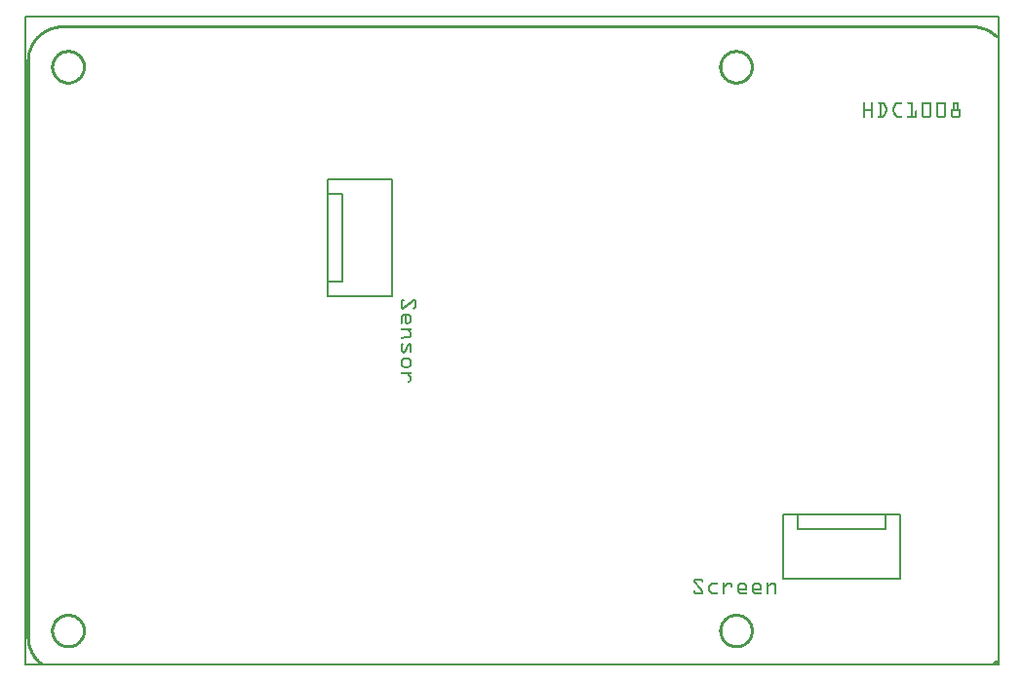
<source format=gto>
G04 MADE WITH FRITZING*
G04 WWW.FRITZING.ORG*
G04 DOUBLE SIDED*
G04 HOLES PLATED*
G04 CONTOUR ON CENTER OF CONTOUR VECTOR*
%ASAXBY*%
%FSLAX23Y23*%
%MOIN*%
%OFA0B0*%
%SFA1.0B1.0*%
%ADD10R,3.333330X2.222220X3.317330X2.206220*%
%ADD11C,0.008000*%
%ADD12C,0.005000*%
%ADD13R,0.001000X0.001000*%
%LNSILK1*%
G90*
G70*
G54D11*
X4Y2218D02*
X3329Y2218D01*
X3329Y4D01*
X4Y4D01*
X4Y2218D01*
D02*
G54D12*
X1258Y1662D02*
X1038Y1662D01*
D02*
X1258Y1262D02*
X1038Y1262D01*
D02*
X1258Y1262D02*
X1258Y1662D01*
D02*
X1038Y1262D02*
X1038Y1312D01*
D02*
X1038Y1312D02*
X1038Y1612D01*
D02*
X1038Y1612D02*
X1038Y1662D01*
D02*
X1038Y1612D02*
X1088Y1612D01*
D02*
X1088Y1612D02*
X1088Y1312D01*
D02*
X1088Y1312D02*
X1038Y1312D01*
D02*
X2993Y297D02*
X2993Y517D01*
D02*
X2593Y297D02*
X2593Y517D01*
D02*
X2593Y297D02*
X2993Y297D01*
D02*
X2593Y517D02*
X2643Y517D01*
D02*
X2643Y517D02*
X2943Y517D01*
D02*
X2943Y517D02*
X2993Y517D01*
D02*
X2943Y517D02*
X2943Y467D01*
D02*
X2943Y467D02*
X2643Y467D01*
D02*
X2643Y467D02*
X2643Y517D01*
G54D13*
X123Y2189D02*
X3249Y2189D01*
X114Y2188D02*
X3258Y2188D01*
X108Y2187D02*
X3264Y2187D01*
X104Y2186D02*
X3268Y2186D01*
X100Y2185D02*
X3272Y2185D01*
X96Y2184D02*
X3276Y2184D01*
X93Y2183D02*
X3279Y2183D01*
X90Y2182D02*
X3282Y2182D01*
X87Y2181D02*
X3284Y2181D01*
X85Y2180D02*
X3287Y2180D01*
X83Y2179D02*
X3289Y2179D01*
X80Y2178D02*
X116Y2178D01*
X3256Y2178D02*
X3292Y2178D01*
X78Y2177D02*
X110Y2177D01*
X3262Y2177D02*
X3294Y2177D01*
X76Y2176D02*
X105Y2176D01*
X3267Y2176D02*
X3296Y2176D01*
X74Y2175D02*
X101Y2175D01*
X3271Y2175D02*
X3298Y2175D01*
X72Y2174D02*
X97Y2174D01*
X3275Y2174D02*
X3300Y2174D01*
X71Y2173D02*
X94Y2173D01*
X3278Y2173D02*
X3301Y2173D01*
X69Y2172D02*
X92Y2172D01*
X3280Y2172D02*
X3303Y2172D01*
X67Y2171D02*
X89Y2171D01*
X3283Y2171D02*
X3305Y2171D01*
X66Y2170D02*
X87Y2170D01*
X3285Y2170D02*
X3306Y2170D01*
X64Y2169D02*
X84Y2169D01*
X3288Y2169D02*
X3308Y2169D01*
X63Y2168D02*
X82Y2168D01*
X3290Y2168D02*
X3309Y2168D01*
X61Y2167D02*
X80Y2167D01*
X3292Y2167D02*
X3311Y2167D01*
X60Y2166D02*
X78Y2166D01*
X3294Y2166D02*
X3312Y2166D01*
X58Y2165D02*
X76Y2165D01*
X3296Y2165D02*
X3314Y2165D01*
X57Y2164D02*
X75Y2164D01*
X3297Y2164D02*
X3315Y2164D01*
X56Y2163D02*
X73Y2163D01*
X3299Y2163D02*
X3316Y2163D01*
X54Y2162D02*
X71Y2162D01*
X3301Y2162D02*
X3318Y2162D01*
X53Y2161D02*
X70Y2161D01*
X3302Y2161D02*
X3319Y2161D01*
X52Y2160D02*
X68Y2160D01*
X3304Y2160D02*
X3320Y2160D01*
X51Y2159D02*
X67Y2159D01*
X3305Y2159D02*
X3321Y2159D01*
X50Y2158D02*
X65Y2158D01*
X3307Y2158D02*
X3322Y2158D01*
X49Y2157D02*
X64Y2157D01*
X3308Y2157D02*
X3323Y2157D01*
X47Y2156D02*
X63Y2156D01*
X3309Y2156D02*
X3325Y2156D01*
X46Y2155D02*
X61Y2155D01*
X3311Y2155D02*
X3326Y2155D01*
X45Y2154D02*
X60Y2154D01*
X3312Y2154D02*
X3327Y2154D01*
X44Y2153D02*
X59Y2153D01*
X3313Y2153D02*
X3328Y2153D01*
X43Y2152D02*
X58Y2152D01*
X3314Y2152D02*
X3329Y2152D01*
X42Y2151D02*
X57Y2151D01*
X3315Y2151D02*
X3330Y2151D01*
X41Y2150D02*
X55Y2150D01*
X3317Y2150D02*
X3331Y2150D01*
X41Y2149D02*
X54Y2149D01*
X3318Y2149D02*
X3331Y2149D01*
X40Y2148D02*
X53Y2148D01*
X3319Y2148D02*
X3332Y2148D01*
X39Y2147D02*
X52Y2147D01*
X3320Y2147D02*
X3333Y2147D01*
X38Y2146D02*
X51Y2146D01*
X37Y2145D02*
X50Y2145D01*
X36Y2144D02*
X49Y2144D01*
X35Y2143D02*
X48Y2143D01*
X35Y2142D02*
X47Y2142D01*
X34Y2141D02*
X46Y2141D01*
X33Y2140D02*
X46Y2140D01*
X32Y2139D02*
X45Y2139D01*
X32Y2138D02*
X44Y2138D01*
X31Y2137D02*
X43Y2137D01*
X30Y2136D02*
X42Y2136D01*
X30Y2135D02*
X41Y2135D01*
X29Y2134D02*
X41Y2134D01*
X28Y2133D02*
X40Y2133D01*
X28Y2132D02*
X39Y2132D01*
X27Y2131D02*
X38Y2131D01*
X26Y2130D02*
X38Y2130D01*
X26Y2129D02*
X37Y2129D01*
X25Y2128D02*
X36Y2128D01*
X25Y2127D02*
X36Y2127D01*
X24Y2126D02*
X35Y2126D01*
X23Y2125D02*
X34Y2125D01*
X23Y2124D02*
X34Y2124D01*
X22Y2123D02*
X33Y2123D01*
X22Y2122D02*
X33Y2122D01*
X21Y2121D02*
X32Y2121D01*
X21Y2120D02*
X31Y2120D01*
X20Y2119D02*
X31Y2119D01*
X20Y2118D02*
X30Y2118D01*
X19Y2117D02*
X30Y2117D01*
X19Y2116D02*
X29Y2116D01*
X19Y2115D02*
X29Y2115D01*
X18Y2114D02*
X28Y2114D01*
X18Y2113D02*
X28Y2113D01*
X17Y2112D02*
X27Y2112D01*
X17Y2111D02*
X27Y2111D01*
X17Y2110D02*
X27Y2110D01*
X16Y2109D02*
X26Y2109D01*
X16Y2108D02*
X26Y2108D01*
X15Y2107D02*
X25Y2107D01*
X15Y2106D02*
X25Y2106D01*
X15Y2105D02*
X25Y2105D01*
X143Y2105D02*
X158Y2105D01*
X2426Y2105D02*
X2441Y2105D01*
X14Y2104D02*
X24Y2104D01*
X138Y2104D02*
X164Y2104D01*
X2421Y2104D02*
X2447Y2104D01*
X14Y2103D02*
X24Y2103D01*
X134Y2103D02*
X167Y2103D01*
X2417Y2103D02*
X2451Y2103D01*
X14Y2102D02*
X23Y2102D01*
X131Y2102D02*
X170Y2102D01*
X2414Y2102D02*
X2453Y2102D01*
X13Y2101D02*
X23Y2101D01*
X128Y2101D02*
X173Y2101D01*
X2412Y2101D02*
X2456Y2101D01*
X13Y2100D02*
X23Y2100D01*
X126Y2100D02*
X175Y2100D01*
X2410Y2100D02*
X2458Y2100D01*
X13Y2099D02*
X23Y2099D01*
X124Y2099D02*
X177Y2099D01*
X2407Y2099D02*
X2460Y2099D01*
X13Y2098D02*
X22Y2098D01*
X122Y2098D02*
X179Y2098D01*
X2406Y2098D02*
X2462Y2098D01*
X12Y2097D02*
X22Y2097D01*
X121Y2097D02*
X181Y2097D01*
X2404Y2097D02*
X2464Y2097D01*
X12Y2096D02*
X22Y2096D01*
X119Y2096D02*
X182Y2096D01*
X2402Y2096D02*
X2466Y2096D01*
X12Y2095D02*
X21Y2095D01*
X117Y2095D02*
X146Y2095D01*
X156Y2095D02*
X184Y2095D01*
X2401Y2095D02*
X2429Y2095D01*
X2439Y2095D02*
X2467Y2095D01*
X12Y2094D02*
X21Y2094D01*
X116Y2094D02*
X139Y2094D01*
X162Y2094D02*
X185Y2094D01*
X2399Y2094D02*
X2422Y2094D01*
X2445Y2094D02*
X2469Y2094D01*
X11Y2093D02*
X21Y2093D01*
X115Y2093D02*
X135Y2093D01*
X166Y2093D02*
X187Y2093D01*
X2398Y2093D02*
X2419Y2093D01*
X2449Y2093D02*
X2470Y2093D01*
X11Y2092D02*
X21Y2092D01*
X113Y2092D02*
X133Y2092D01*
X169Y2092D02*
X188Y2092D01*
X2397Y2092D02*
X2416Y2092D01*
X2452Y2092D02*
X2471Y2092D01*
X11Y2091D02*
X20Y2091D01*
X112Y2091D02*
X130Y2091D01*
X171Y2091D02*
X189Y2091D01*
X2396Y2091D02*
X2413Y2091D01*
X2454Y2091D02*
X2472Y2091D01*
X11Y2090D02*
X20Y2090D01*
X111Y2090D02*
X128Y2090D01*
X173Y2090D02*
X190Y2090D01*
X2394Y2090D02*
X2411Y2090D01*
X2457Y2090D02*
X2474Y2090D01*
X10Y2089D02*
X20Y2089D01*
X110Y2089D02*
X126Y2089D01*
X175Y2089D02*
X191Y2089D01*
X2393Y2089D02*
X2410Y2089D01*
X2458Y2089D02*
X2475Y2089D01*
X10Y2088D02*
X20Y2088D01*
X109Y2088D02*
X125Y2088D01*
X177Y2088D02*
X192Y2088D01*
X2392Y2088D02*
X2408Y2088D01*
X2460Y2088D02*
X2476Y2088D01*
X10Y2087D02*
X20Y2087D01*
X108Y2087D02*
X123Y2087D01*
X178Y2087D02*
X193Y2087D01*
X2391Y2087D02*
X2406Y2087D01*
X2462Y2087D02*
X2477Y2087D01*
X10Y2086D02*
X19Y2086D01*
X107Y2086D02*
X122Y2086D01*
X180Y2086D02*
X194Y2086D01*
X2390Y2086D02*
X2405Y2086D01*
X2463Y2086D02*
X2477Y2086D01*
X10Y2085D02*
X19Y2085D01*
X106Y2085D02*
X120Y2085D01*
X181Y2085D02*
X195Y2085D01*
X2390Y2085D02*
X2404Y2085D01*
X2464Y2085D02*
X2478Y2085D01*
X10Y2084D02*
X19Y2084D01*
X105Y2084D02*
X119Y2084D01*
X182Y2084D02*
X196Y2084D01*
X2389Y2084D02*
X2402Y2084D01*
X2466Y2084D02*
X2479Y2084D01*
X9Y2083D02*
X19Y2083D01*
X105Y2083D02*
X118Y2083D01*
X183Y2083D02*
X197Y2083D01*
X2388Y2083D02*
X2401Y2083D01*
X2467Y2083D02*
X2480Y2083D01*
X9Y2082D02*
X19Y2082D01*
X104Y2082D02*
X117Y2082D01*
X185Y2082D02*
X197Y2082D01*
X2387Y2082D02*
X2400Y2082D01*
X2468Y2082D02*
X2481Y2082D01*
X9Y2081D02*
X19Y2081D01*
X103Y2081D02*
X116Y2081D01*
X186Y2081D02*
X198Y2081D01*
X2386Y2081D02*
X2399Y2081D01*
X2469Y2081D02*
X2481Y2081D01*
X9Y2080D02*
X19Y2080D01*
X102Y2080D02*
X115Y2080D01*
X187Y2080D02*
X199Y2080D01*
X2386Y2080D02*
X2398Y2080D01*
X2470Y2080D02*
X2482Y2080D01*
X9Y2079D02*
X18Y2079D01*
X102Y2079D02*
X114Y2079D01*
X188Y2079D02*
X200Y2079D01*
X2385Y2079D02*
X2397Y2079D01*
X2471Y2079D02*
X2483Y2079D01*
X9Y2078D02*
X18Y2078D01*
X101Y2078D02*
X113Y2078D01*
X188Y2078D02*
X200Y2078D01*
X2384Y2078D02*
X2396Y2078D01*
X2472Y2078D02*
X2483Y2078D01*
X9Y2077D02*
X18Y2077D01*
X101Y2077D02*
X112Y2077D01*
X189Y2077D02*
X201Y2077D01*
X2384Y2077D02*
X2395Y2077D01*
X2473Y2077D02*
X2484Y2077D01*
X9Y2076D02*
X18Y2076D01*
X100Y2076D02*
X111Y2076D01*
X190Y2076D02*
X201Y2076D01*
X2383Y2076D02*
X2395Y2076D01*
X2473Y2076D02*
X2485Y2076D01*
X9Y2075D02*
X18Y2075D01*
X99Y2075D02*
X111Y2075D01*
X191Y2075D02*
X202Y2075D01*
X2383Y2075D02*
X2394Y2075D01*
X2474Y2075D02*
X2485Y2075D01*
X9Y2074D02*
X18Y2074D01*
X99Y2074D02*
X110Y2074D01*
X192Y2074D02*
X203Y2074D01*
X2382Y2074D02*
X2393Y2074D01*
X2475Y2074D02*
X2486Y2074D01*
X8Y2073D02*
X18Y2073D01*
X98Y2073D02*
X109Y2073D01*
X192Y2073D02*
X203Y2073D01*
X2382Y2073D02*
X2392Y2073D01*
X2475Y2073D02*
X2486Y2073D01*
X8Y2072D02*
X18Y2072D01*
X98Y2072D02*
X109Y2072D01*
X193Y2072D02*
X204Y2072D01*
X2381Y2072D02*
X2392Y2072D01*
X2476Y2072D02*
X2487Y2072D01*
X8Y2071D02*
X18Y2071D01*
X97Y2071D02*
X108Y2071D01*
X193Y2071D02*
X204Y2071D01*
X2381Y2071D02*
X2391Y2071D01*
X2477Y2071D02*
X2487Y2071D01*
X8Y2070D02*
X18Y2070D01*
X97Y2070D02*
X107Y2070D01*
X194Y2070D02*
X204Y2070D01*
X2380Y2070D02*
X2391Y2070D01*
X2477Y2070D02*
X2488Y2070D01*
X8Y2069D02*
X18Y2069D01*
X96Y2069D02*
X107Y2069D01*
X195Y2069D02*
X205Y2069D01*
X2380Y2069D02*
X2390Y2069D01*
X2478Y2069D02*
X2488Y2069D01*
X8Y2068D02*
X18Y2068D01*
X96Y2068D02*
X106Y2068D01*
X195Y2068D02*
X205Y2068D01*
X2379Y2068D02*
X2390Y2068D01*
X2478Y2068D02*
X2489Y2068D01*
X8Y2067D02*
X18Y2067D01*
X96Y2067D02*
X106Y2067D01*
X196Y2067D02*
X206Y2067D01*
X2379Y2067D02*
X2389Y2067D01*
X2479Y2067D02*
X2489Y2067D01*
X8Y2066D02*
X18Y2066D01*
X95Y2066D02*
X105Y2066D01*
X196Y2066D02*
X206Y2066D01*
X2379Y2066D02*
X2389Y2066D01*
X2479Y2066D02*
X2489Y2066D01*
X8Y2065D02*
X18Y2065D01*
X95Y2065D02*
X105Y2065D01*
X196Y2065D02*
X206Y2065D01*
X2378Y2065D02*
X2388Y2065D01*
X2480Y2065D02*
X2490Y2065D01*
X8Y2064D02*
X18Y2064D01*
X95Y2064D02*
X105Y2064D01*
X197Y2064D02*
X207Y2064D01*
X2378Y2064D02*
X2388Y2064D01*
X2480Y2064D02*
X2490Y2064D01*
X8Y2063D02*
X18Y2063D01*
X94Y2063D02*
X104Y2063D01*
X197Y2063D02*
X207Y2063D01*
X2378Y2063D02*
X2387Y2063D01*
X2480Y2063D02*
X2490Y2063D01*
X8Y2062D02*
X18Y2062D01*
X94Y2062D02*
X104Y2062D01*
X198Y2062D02*
X207Y2062D01*
X2377Y2062D02*
X2387Y2062D01*
X2481Y2062D02*
X2491Y2062D01*
X8Y2061D02*
X18Y2061D01*
X94Y2061D02*
X103Y2061D01*
X198Y2061D02*
X208Y2061D01*
X2377Y2061D02*
X2387Y2061D01*
X2481Y2061D02*
X2491Y2061D01*
X8Y2060D02*
X18Y2060D01*
X94Y2060D02*
X103Y2060D01*
X198Y2060D02*
X208Y2060D01*
X2377Y2060D02*
X2386Y2060D01*
X2481Y2060D02*
X2491Y2060D01*
X8Y2059D02*
X18Y2059D01*
X93Y2059D02*
X103Y2059D01*
X198Y2059D02*
X208Y2059D01*
X2377Y2059D02*
X2386Y2059D01*
X2482Y2059D02*
X2491Y2059D01*
X8Y2058D02*
X18Y2058D01*
X93Y2058D02*
X103Y2058D01*
X199Y2058D02*
X208Y2058D01*
X2376Y2058D02*
X2386Y2058D01*
X2482Y2058D02*
X2492Y2058D01*
X8Y2057D02*
X18Y2057D01*
X93Y2057D02*
X102Y2057D01*
X199Y2057D02*
X208Y2057D01*
X2376Y2057D02*
X2386Y2057D01*
X2482Y2057D02*
X2492Y2057D01*
X8Y2056D02*
X18Y2056D01*
X93Y2056D02*
X102Y2056D01*
X199Y2056D02*
X209Y2056D01*
X2376Y2056D02*
X2385Y2056D01*
X2482Y2056D02*
X2492Y2056D01*
X8Y2055D02*
X18Y2055D01*
X93Y2055D02*
X102Y2055D01*
X199Y2055D02*
X209Y2055D01*
X2376Y2055D02*
X2385Y2055D01*
X2483Y2055D02*
X2492Y2055D01*
X8Y2054D02*
X18Y2054D01*
X92Y2054D02*
X102Y2054D01*
X199Y2054D02*
X209Y2054D01*
X2376Y2054D02*
X2385Y2054D01*
X2483Y2054D02*
X2492Y2054D01*
X8Y2053D02*
X18Y2053D01*
X92Y2053D02*
X102Y2053D01*
X200Y2053D02*
X209Y2053D01*
X2376Y2053D02*
X2385Y2053D01*
X2483Y2053D02*
X2492Y2053D01*
X8Y2052D02*
X18Y2052D01*
X92Y2052D02*
X102Y2052D01*
X200Y2052D02*
X209Y2052D01*
X2375Y2052D02*
X2385Y2052D01*
X2483Y2052D02*
X2493Y2052D01*
X8Y2051D02*
X18Y2051D01*
X92Y2051D02*
X102Y2051D01*
X200Y2051D02*
X209Y2051D01*
X2375Y2051D02*
X2385Y2051D01*
X2483Y2051D02*
X2493Y2051D01*
X8Y2050D02*
X18Y2050D01*
X92Y2050D02*
X101Y2050D01*
X200Y2050D02*
X209Y2050D01*
X2375Y2050D02*
X2385Y2050D01*
X2483Y2050D02*
X2493Y2050D01*
X8Y2049D02*
X18Y2049D01*
X92Y2049D02*
X101Y2049D01*
X200Y2049D02*
X209Y2049D01*
X2375Y2049D02*
X2385Y2049D01*
X2483Y2049D02*
X2493Y2049D01*
X8Y2048D02*
X18Y2048D01*
X92Y2048D02*
X101Y2048D01*
X200Y2048D02*
X209Y2048D01*
X2375Y2048D02*
X2385Y2048D01*
X2483Y2048D02*
X2493Y2048D01*
X8Y2047D02*
X18Y2047D01*
X92Y2047D02*
X101Y2047D01*
X200Y2047D02*
X209Y2047D01*
X2375Y2047D02*
X2385Y2047D01*
X2483Y2047D02*
X2493Y2047D01*
X8Y2046D02*
X18Y2046D01*
X92Y2046D02*
X101Y2046D01*
X200Y2046D02*
X210Y2046D01*
X2375Y2046D02*
X2385Y2046D01*
X2483Y2046D02*
X2493Y2046D01*
X8Y2045D02*
X18Y2045D01*
X92Y2045D02*
X101Y2045D01*
X200Y2045D02*
X209Y2045D01*
X2375Y2045D02*
X2385Y2045D01*
X2483Y2045D02*
X2493Y2045D01*
X8Y2044D02*
X18Y2044D01*
X92Y2044D02*
X101Y2044D01*
X200Y2044D02*
X209Y2044D01*
X2375Y2044D02*
X2385Y2044D01*
X2483Y2044D02*
X2493Y2044D01*
X8Y2043D02*
X18Y2043D01*
X92Y2043D02*
X101Y2043D01*
X200Y2043D02*
X209Y2043D01*
X2375Y2043D02*
X2385Y2043D01*
X2483Y2043D02*
X2493Y2043D01*
X8Y2042D02*
X18Y2042D01*
X92Y2042D02*
X101Y2042D01*
X200Y2042D02*
X209Y2042D01*
X2375Y2042D02*
X2385Y2042D01*
X2483Y2042D02*
X2493Y2042D01*
X8Y2041D02*
X18Y2041D01*
X92Y2041D02*
X102Y2041D01*
X200Y2041D02*
X209Y2041D01*
X2375Y2041D02*
X2385Y2041D01*
X2483Y2041D02*
X2493Y2041D01*
X8Y2040D02*
X18Y2040D01*
X92Y2040D02*
X102Y2040D01*
X200Y2040D02*
X209Y2040D01*
X2376Y2040D02*
X2385Y2040D01*
X2483Y2040D02*
X2492Y2040D01*
X8Y2039D02*
X18Y2039D01*
X92Y2039D02*
X102Y2039D01*
X200Y2039D02*
X209Y2039D01*
X2376Y2039D02*
X2385Y2039D01*
X2483Y2039D02*
X2492Y2039D01*
X8Y2038D02*
X18Y2038D01*
X93Y2038D02*
X102Y2038D01*
X199Y2038D02*
X209Y2038D01*
X2376Y2038D02*
X2385Y2038D01*
X2483Y2038D02*
X2492Y2038D01*
X8Y2037D02*
X18Y2037D01*
X93Y2037D02*
X102Y2037D01*
X199Y2037D02*
X209Y2037D01*
X2376Y2037D02*
X2385Y2037D01*
X2483Y2037D02*
X2492Y2037D01*
X8Y2036D02*
X18Y2036D01*
X93Y2036D02*
X102Y2036D01*
X199Y2036D02*
X209Y2036D01*
X2376Y2036D02*
X2386Y2036D01*
X2482Y2036D02*
X2492Y2036D01*
X8Y2035D02*
X18Y2035D01*
X93Y2035D02*
X103Y2035D01*
X199Y2035D02*
X208Y2035D01*
X2376Y2035D02*
X2386Y2035D01*
X2482Y2035D02*
X2492Y2035D01*
X8Y2034D02*
X18Y2034D01*
X93Y2034D02*
X103Y2034D01*
X199Y2034D02*
X208Y2034D01*
X2377Y2034D02*
X2386Y2034D01*
X2482Y2034D02*
X2491Y2034D01*
X8Y2033D02*
X18Y2033D01*
X93Y2033D02*
X103Y2033D01*
X198Y2033D02*
X208Y2033D01*
X2377Y2033D02*
X2386Y2033D01*
X2482Y2033D02*
X2491Y2033D01*
X8Y2032D02*
X18Y2032D01*
X94Y2032D02*
X103Y2032D01*
X198Y2032D02*
X208Y2032D01*
X2377Y2032D02*
X2387Y2032D01*
X2481Y2032D02*
X2491Y2032D01*
X8Y2031D02*
X18Y2031D01*
X94Y2031D02*
X104Y2031D01*
X198Y2031D02*
X207Y2031D01*
X2377Y2031D02*
X2387Y2031D01*
X2481Y2031D02*
X2491Y2031D01*
X8Y2030D02*
X18Y2030D01*
X94Y2030D02*
X104Y2030D01*
X197Y2030D02*
X207Y2030D01*
X2378Y2030D02*
X2387Y2030D01*
X2481Y2030D02*
X2490Y2030D01*
X8Y2029D02*
X18Y2029D01*
X95Y2029D02*
X104Y2029D01*
X197Y2029D02*
X207Y2029D01*
X2378Y2029D02*
X2388Y2029D01*
X2480Y2029D02*
X2490Y2029D01*
X8Y2028D02*
X18Y2028D01*
X95Y2028D02*
X105Y2028D01*
X197Y2028D02*
X207Y2028D01*
X2378Y2028D02*
X2388Y2028D01*
X2480Y2028D02*
X2490Y2028D01*
X8Y2027D02*
X18Y2027D01*
X95Y2027D02*
X105Y2027D01*
X196Y2027D02*
X206Y2027D01*
X2379Y2027D02*
X2388Y2027D01*
X2480Y2027D02*
X2489Y2027D01*
X8Y2026D02*
X18Y2026D01*
X96Y2026D02*
X106Y2026D01*
X196Y2026D02*
X206Y2026D01*
X2379Y2026D02*
X2389Y2026D01*
X2479Y2026D02*
X2489Y2026D01*
X8Y2025D02*
X18Y2025D01*
X96Y2025D02*
X106Y2025D01*
X195Y2025D02*
X205Y2025D01*
X2379Y2025D02*
X2389Y2025D01*
X2479Y2025D02*
X2489Y2025D01*
X8Y2024D02*
X18Y2024D01*
X96Y2024D02*
X107Y2024D01*
X195Y2024D02*
X205Y2024D01*
X2380Y2024D02*
X2390Y2024D01*
X2478Y2024D02*
X2488Y2024D01*
X8Y2023D02*
X18Y2023D01*
X97Y2023D02*
X107Y2023D01*
X194Y2023D02*
X205Y2023D01*
X2380Y2023D02*
X2390Y2023D01*
X2478Y2023D02*
X2488Y2023D01*
X8Y2022D02*
X18Y2022D01*
X97Y2022D02*
X108Y2022D01*
X194Y2022D02*
X204Y2022D01*
X2381Y2022D02*
X2391Y2022D01*
X2477Y2022D02*
X2487Y2022D01*
X8Y2021D02*
X18Y2021D01*
X98Y2021D02*
X108Y2021D01*
X193Y2021D02*
X204Y2021D01*
X2381Y2021D02*
X2392Y2021D01*
X2476Y2021D02*
X2487Y2021D01*
X8Y2020D02*
X18Y2020D01*
X98Y2020D02*
X109Y2020D01*
X192Y2020D02*
X203Y2020D01*
X2381Y2020D02*
X2392Y2020D01*
X2476Y2020D02*
X2486Y2020D01*
X8Y2019D02*
X18Y2019D01*
X99Y2019D02*
X110Y2019D01*
X192Y2019D02*
X203Y2019D01*
X2382Y2019D02*
X2393Y2019D01*
X2475Y2019D02*
X2486Y2019D01*
X8Y2018D02*
X18Y2018D01*
X99Y2018D02*
X110Y2018D01*
X191Y2018D02*
X202Y2018D01*
X2382Y2018D02*
X2394Y2018D01*
X2474Y2018D02*
X2486Y2018D01*
X8Y2017D02*
X18Y2017D01*
X100Y2017D02*
X111Y2017D01*
X190Y2017D02*
X202Y2017D01*
X2383Y2017D02*
X2394Y2017D01*
X2474Y2017D02*
X2485Y2017D01*
X8Y2016D02*
X18Y2016D01*
X100Y2016D02*
X112Y2016D01*
X190Y2016D02*
X201Y2016D01*
X2384Y2016D02*
X2395Y2016D01*
X2473Y2016D02*
X2484Y2016D01*
X8Y2015D02*
X18Y2015D01*
X101Y2015D02*
X113Y2015D01*
X189Y2015D02*
X200Y2015D01*
X2384Y2015D02*
X2396Y2015D01*
X2472Y2015D02*
X2484Y2015D01*
X8Y2014D02*
X18Y2014D01*
X102Y2014D02*
X114Y2014D01*
X188Y2014D02*
X200Y2014D01*
X2385Y2014D02*
X2397Y2014D01*
X2471Y2014D02*
X2483Y2014D01*
X8Y2013D02*
X18Y2013D01*
X102Y2013D02*
X114Y2013D01*
X187Y2013D02*
X199Y2013D01*
X2385Y2013D02*
X2398Y2013D01*
X2470Y2013D02*
X2482Y2013D01*
X8Y2012D02*
X18Y2012D01*
X103Y2012D02*
X115Y2012D01*
X186Y2012D02*
X198Y2012D01*
X2386Y2012D02*
X2399Y2012D01*
X2469Y2012D02*
X2482Y2012D01*
X8Y2011D02*
X18Y2011D01*
X104Y2011D02*
X116Y2011D01*
X185Y2011D02*
X198Y2011D01*
X2387Y2011D02*
X2400Y2011D01*
X2468Y2011D02*
X2481Y2011D01*
X8Y2010D02*
X18Y2010D01*
X104Y2010D02*
X118Y2010D01*
X184Y2010D02*
X197Y2010D01*
X2388Y2010D02*
X2401Y2010D01*
X2467Y2010D02*
X2480Y2010D01*
X8Y2009D02*
X18Y2009D01*
X105Y2009D02*
X119Y2009D01*
X183Y2009D02*
X196Y2009D01*
X2388Y2009D02*
X2402Y2009D01*
X2466Y2009D02*
X2480Y2009D01*
X8Y2008D02*
X18Y2008D01*
X106Y2008D02*
X120Y2008D01*
X182Y2008D02*
X195Y2008D01*
X2389Y2008D02*
X2403Y2008D01*
X2465Y2008D02*
X2479Y2008D01*
X8Y2007D02*
X18Y2007D01*
X107Y2007D02*
X121Y2007D01*
X180Y2007D02*
X195Y2007D01*
X2390Y2007D02*
X2404Y2007D01*
X2464Y2007D02*
X2478Y2007D01*
X8Y2006D02*
X18Y2006D01*
X108Y2006D02*
X122Y2006D01*
X179Y2006D02*
X194Y2006D01*
X2391Y2006D02*
X2406Y2006D01*
X2462Y2006D02*
X2477Y2006D01*
X8Y2005D02*
X18Y2005D01*
X109Y2005D02*
X124Y2005D01*
X177Y2005D02*
X193Y2005D01*
X2392Y2005D02*
X2407Y2005D01*
X2461Y2005D02*
X2476Y2005D01*
X8Y2004D02*
X18Y2004D01*
X110Y2004D02*
X126Y2004D01*
X176Y2004D02*
X192Y2004D01*
X2393Y2004D02*
X2409Y2004D01*
X2459Y2004D02*
X2475Y2004D01*
X8Y2003D02*
X18Y2003D01*
X111Y2003D02*
X127Y2003D01*
X174Y2003D02*
X191Y2003D01*
X2394Y2003D02*
X2411Y2003D01*
X2457Y2003D02*
X2474Y2003D01*
X8Y2002D02*
X18Y2002D01*
X112Y2002D02*
X129Y2002D01*
X172Y2002D02*
X190Y2002D01*
X2395Y2002D02*
X2413Y2002D01*
X2455Y2002D02*
X2473Y2002D01*
X8Y2001D02*
X18Y2001D01*
X113Y2001D02*
X132Y2001D01*
X170Y2001D02*
X188Y2001D01*
X2396Y2001D02*
X2415Y2001D01*
X2453Y2001D02*
X2472Y2001D01*
X8Y2000D02*
X18Y2000D01*
X114Y2000D02*
X134Y2000D01*
X167Y2000D02*
X187Y2000D01*
X2398Y2000D02*
X2418Y2000D01*
X2450Y2000D02*
X2470Y2000D01*
X8Y1999D02*
X18Y1999D01*
X116Y1999D02*
X138Y1999D01*
X164Y1999D02*
X186Y1999D01*
X2399Y1999D02*
X2421Y1999D01*
X2447Y1999D02*
X2469Y1999D01*
X8Y1998D02*
X18Y1998D01*
X117Y1998D02*
X143Y1998D01*
X159Y1998D02*
X184Y1998D01*
X2400Y1998D02*
X2426Y1998D01*
X2442Y1998D02*
X2468Y1998D01*
X8Y1997D02*
X18Y1997D01*
X118Y1997D02*
X183Y1997D01*
X2402Y1997D02*
X2466Y1997D01*
X8Y1996D02*
X18Y1996D01*
X120Y1996D02*
X181Y1996D01*
X2403Y1996D02*
X2465Y1996D01*
X8Y1995D02*
X18Y1995D01*
X122Y1995D02*
X180Y1995D01*
X2405Y1995D02*
X2463Y1995D01*
X8Y1994D02*
X18Y1994D01*
X123Y1994D02*
X178Y1994D01*
X2407Y1994D02*
X2461Y1994D01*
X8Y1993D02*
X18Y1993D01*
X125Y1993D02*
X176Y1993D01*
X2409Y1993D02*
X2459Y1993D01*
X8Y1992D02*
X18Y1992D01*
X128Y1992D02*
X174Y1992D01*
X2411Y1992D02*
X2457Y1992D01*
X8Y1991D02*
X18Y1991D01*
X130Y1991D02*
X171Y1991D01*
X2413Y1991D02*
X2455Y1991D01*
X8Y1990D02*
X18Y1990D01*
X133Y1990D02*
X169Y1990D01*
X2416Y1990D02*
X2452Y1990D01*
X8Y1989D02*
X18Y1989D01*
X136Y1989D02*
X165Y1989D01*
X2420Y1989D02*
X2448Y1989D01*
X8Y1988D02*
X18Y1988D01*
X141Y1988D02*
X161Y1988D01*
X2424Y1988D02*
X2444Y1988D01*
X8Y1987D02*
X18Y1987D01*
X151Y1987D02*
X151Y1987D01*
X2434Y1987D02*
X2434Y1987D01*
X8Y1986D02*
X18Y1986D01*
X8Y1985D02*
X18Y1985D01*
X8Y1984D02*
X18Y1984D01*
X8Y1983D02*
X18Y1983D01*
X8Y1982D02*
X18Y1982D01*
X8Y1981D02*
X18Y1981D01*
X8Y1980D02*
X18Y1980D01*
X8Y1979D02*
X18Y1979D01*
X8Y1978D02*
X18Y1978D01*
X8Y1977D02*
X18Y1977D01*
X8Y1976D02*
X18Y1976D01*
X8Y1975D02*
X18Y1975D01*
X8Y1974D02*
X18Y1974D01*
X8Y1973D02*
X18Y1973D01*
X8Y1972D02*
X18Y1972D01*
X8Y1971D02*
X18Y1971D01*
X8Y1970D02*
X18Y1970D01*
X8Y1969D02*
X18Y1969D01*
X8Y1968D02*
X18Y1968D01*
X8Y1967D02*
X18Y1967D01*
X8Y1966D02*
X18Y1966D01*
X8Y1965D02*
X18Y1965D01*
X8Y1964D02*
X18Y1964D01*
X8Y1963D02*
X18Y1963D01*
X8Y1962D02*
X18Y1962D01*
X8Y1961D02*
X18Y1961D01*
X8Y1960D02*
X18Y1960D01*
X8Y1959D02*
X18Y1959D01*
X8Y1958D02*
X18Y1958D01*
X8Y1957D02*
X18Y1957D01*
X8Y1956D02*
X18Y1956D01*
X8Y1955D02*
X18Y1955D01*
X8Y1954D02*
X18Y1954D01*
X8Y1953D02*
X18Y1953D01*
X8Y1952D02*
X18Y1952D01*
X8Y1951D02*
X18Y1951D01*
X8Y1950D02*
X18Y1950D01*
X8Y1949D02*
X18Y1949D01*
X8Y1948D02*
X18Y1948D01*
X8Y1947D02*
X18Y1947D01*
X8Y1946D02*
X18Y1946D01*
X8Y1945D02*
X18Y1945D01*
X8Y1944D02*
X18Y1944D01*
X8Y1943D02*
X18Y1943D01*
X8Y1942D02*
X18Y1942D01*
X8Y1941D02*
X18Y1941D01*
X8Y1940D02*
X18Y1940D01*
X8Y1939D02*
X18Y1939D01*
X8Y1938D02*
X18Y1938D01*
X8Y1937D02*
X18Y1937D01*
X8Y1936D02*
X18Y1936D01*
X8Y1935D02*
X18Y1935D01*
X8Y1934D02*
X18Y1934D01*
X8Y1933D02*
X18Y1933D01*
X8Y1932D02*
X18Y1932D01*
X8Y1931D02*
X18Y1931D01*
X8Y1930D02*
X18Y1930D01*
X8Y1929D02*
X18Y1929D01*
X8Y1928D02*
X18Y1928D01*
X8Y1927D02*
X18Y1927D01*
X2868Y1927D02*
X2871Y1927D01*
X2896Y1927D02*
X2898Y1927D01*
X2918Y1927D02*
X2935Y1927D01*
X2981Y1927D02*
X2998Y1927D01*
X3018Y1927D02*
X3036Y1927D01*
X3071Y1927D02*
X3096Y1927D01*
X3121Y1927D02*
X3146Y1927D01*
X3175Y1927D02*
X3192Y1927D01*
X8Y1926D02*
X18Y1926D01*
X2867Y1926D02*
X2872Y1926D01*
X2895Y1926D02*
X2899Y1926D01*
X2917Y1926D02*
X2937Y1926D01*
X2979Y1926D02*
X2999Y1926D01*
X3017Y1926D02*
X3036Y1926D01*
X3069Y1926D02*
X3097Y1926D01*
X3119Y1926D02*
X3147Y1926D01*
X3174Y1926D02*
X3192Y1926D01*
X8Y1925D02*
X18Y1925D01*
X2867Y1925D02*
X2872Y1925D01*
X2894Y1925D02*
X2900Y1925D01*
X2917Y1925D02*
X2939Y1925D01*
X2978Y1925D02*
X3000Y1925D01*
X3017Y1925D02*
X3036Y1925D01*
X3068Y1925D02*
X3098Y1925D01*
X3118Y1925D02*
X3148Y1925D01*
X3174Y1925D02*
X3193Y1925D01*
X8Y1924D02*
X18Y1924D01*
X2866Y1924D02*
X2872Y1924D01*
X2894Y1924D02*
X2900Y1924D01*
X2917Y1924D02*
X2940Y1924D01*
X2977Y1924D02*
X3000Y1924D01*
X3017Y1924D02*
X3036Y1924D01*
X3067Y1924D02*
X3099Y1924D01*
X3117Y1924D02*
X3149Y1924D01*
X3173Y1924D02*
X3193Y1924D01*
X8Y1923D02*
X18Y1923D01*
X2866Y1923D02*
X2873Y1923D01*
X2894Y1923D02*
X2900Y1923D01*
X2917Y1923D02*
X2940Y1923D01*
X2976Y1923D02*
X3000Y1923D01*
X3017Y1923D02*
X3036Y1923D01*
X3067Y1923D02*
X3100Y1923D01*
X3117Y1923D02*
X3150Y1923D01*
X3173Y1923D02*
X3193Y1923D01*
X8Y1922D02*
X18Y1922D01*
X2866Y1922D02*
X2873Y1922D01*
X2894Y1922D02*
X2900Y1922D01*
X2917Y1922D02*
X2941Y1922D01*
X2975Y1922D02*
X2999Y1922D01*
X3017Y1922D02*
X3036Y1922D01*
X3067Y1922D02*
X3100Y1922D01*
X3117Y1922D02*
X3150Y1922D01*
X3173Y1922D02*
X3193Y1922D01*
X8Y1921D02*
X18Y1921D01*
X2866Y1921D02*
X2873Y1921D01*
X2894Y1921D02*
X2900Y1921D01*
X2919Y1921D02*
X2942Y1921D01*
X2975Y1921D02*
X2998Y1921D01*
X3019Y1921D02*
X3036Y1921D01*
X3066Y1921D02*
X3100Y1921D01*
X3116Y1921D02*
X3150Y1921D01*
X3173Y1921D02*
X3193Y1921D01*
X8Y1920D02*
X18Y1920D01*
X2866Y1920D02*
X2873Y1920D01*
X2894Y1920D02*
X2900Y1920D01*
X2923Y1920D02*
X2929Y1920D01*
X2935Y1920D02*
X2942Y1920D01*
X2974Y1920D02*
X2982Y1920D01*
X3030Y1920D02*
X3036Y1920D01*
X3066Y1920D02*
X3072Y1920D01*
X3094Y1920D02*
X3100Y1920D01*
X3116Y1920D02*
X3122Y1920D01*
X3144Y1920D02*
X3150Y1920D01*
X3173Y1920D02*
X3179Y1920D01*
X3187Y1920D02*
X3193Y1920D01*
X8Y1919D02*
X18Y1919D01*
X2866Y1919D02*
X2873Y1919D01*
X2894Y1919D02*
X2900Y1919D01*
X2923Y1919D02*
X2929Y1919D01*
X2936Y1919D02*
X2943Y1919D01*
X2974Y1919D02*
X2981Y1919D01*
X3030Y1919D02*
X3036Y1919D01*
X3066Y1919D02*
X3072Y1919D01*
X3094Y1919D02*
X3100Y1919D01*
X3116Y1919D02*
X3122Y1919D01*
X3144Y1919D02*
X3150Y1919D01*
X3173Y1919D02*
X3179Y1919D01*
X3187Y1919D02*
X3193Y1919D01*
X8Y1918D02*
X18Y1918D01*
X2866Y1918D02*
X2873Y1918D01*
X2894Y1918D02*
X2900Y1918D01*
X2923Y1918D02*
X2929Y1918D01*
X2936Y1918D02*
X2943Y1918D01*
X2973Y1918D02*
X2980Y1918D01*
X3030Y1918D02*
X3036Y1918D01*
X3066Y1918D02*
X3072Y1918D01*
X3094Y1918D02*
X3100Y1918D01*
X3116Y1918D02*
X3122Y1918D01*
X3144Y1918D02*
X3150Y1918D01*
X3173Y1918D02*
X3179Y1918D01*
X3187Y1918D02*
X3193Y1918D01*
X8Y1917D02*
X18Y1917D01*
X2866Y1917D02*
X2873Y1917D01*
X2894Y1917D02*
X2900Y1917D01*
X2923Y1917D02*
X2929Y1917D01*
X2937Y1917D02*
X2944Y1917D01*
X2973Y1917D02*
X2980Y1917D01*
X3030Y1917D02*
X3036Y1917D01*
X3066Y1917D02*
X3072Y1917D01*
X3094Y1917D02*
X3100Y1917D01*
X3116Y1917D02*
X3122Y1917D01*
X3144Y1917D02*
X3150Y1917D01*
X3173Y1917D02*
X3179Y1917D01*
X3187Y1917D02*
X3193Y1917D01*
X8Y1916D02*
X18Y1916D01*
X2866Y1916D02*
X2873Y1916D01*
X2894Y1916D02*
X2900Y1916D01*
X2923Y1916D02*
X2929Y1916D01*
X2937Y1916D02*
X2944Y1916D01*
X2972Y1916D02*
X2979Y1916D01*
X3030Y1916D02*
X3036Y1916D01*
X3066Y1916D02*
X3072Y1916D01*
X3094Y1916D02*
X3100Y1916D01*
X3116Y1916D02*
X3122Y1916D01*
X3144Y1916D02*
X3150Y1916D01*
X3173Y1916D02*
X3179Y1916D01*
X3187Y1916D02*
X3193Y1916D01*
X8Y1915D02*
X18Y1915D01*
X2866Y1915D02*
X2873Y1915D01*
X2894Y1915D02*
X2900Y1915D01*
X2923Y1915D02*
X2929Y1915D01*
X2938Y1915D02*
X2945Y1915D01*
X2972Y1915D02*
X2979Y1915D01*
X3030Y1915D02*
X3036Y1915D01*
X3066Y1915D02*
X3072Y1915D01*
X3094Y1915D02*
X3100Y1915D01*
X3116Y1915D02*
X3122Y1915D01*
X3144Y1915D02*
X3150Y1915D01*
X3173Y1915D02*
X3179Y1915D01*
X3187Y1915D02*
X3193Y1915D01*
X8Y1914D02*
X18Y1914D01*
X2866Y1914D02*
X2873Y1914D01*
X2894Y1914D02*
X2900Y1914D01*
X2923Y1914D02*
X2929Y1914D01*
X2938Y1914D02*
X2945Y1914D01*
X2971Y1914D02*
X2978Y1914D01*
X3030Y1914D02*
X3036Y1914D01*
X3066Y1914D02*
X3072Y1914D01*
X3094Y1914D02*
X3100Y1914D01*
X3116Y1914D02*
X3122Y1914D01*
X3144Y1914D02*
X3150Y1914D01*
X3173Y1914D02*
X3179Y1914D01*
X3187Y1914D02*
X3193Y1914D01*
X8Y1913D02*
X18Y1913D01*
X2866Y1913D02*
X2873Y1913D01*
X2894Y1913D02*
X2900Y1913D01*
X2923Y1913D02*
X2929Y1913D01*
X2939Y1913D02*
X2946Y1913D01*
X2971Y1913D02*
X2978Y1913D01*
X3030Y1913D02*
X3036Y1913D01*
X3066Y1913D02*
X3072Y1913D01*
X3094Y1913D02*
X3100Y1913D01*
X3116Y1913D02*
X3122Y1913D01*
X3144Y1913D02*
X3150Y1913D01*
X3173Y1913D02*
X3179Y1913D01*
X3187Y1913D02*
X3193Y1913D01*
X8Y1912D02*
X18Y1912D01*
X2866Y1912D02*
X2873Y1912D01*
X2894Y1912D02*
X2900Y1912D01*
X2923Y1912D02*
X2929Y1912D01*
X2939Y1912D02*
X2946Y1912D01*
X2970Y1912D02*
X2977Y1912D01*
X3030Y1912D02*
X3036Y1912D01*
X3066Y1912D02*
X3072Y1912D01*
X3094Y1912D02*
X3100Y1912D01*
X3116Y1912D02*
X3122Y1912D01*
X3144Y1912D02*
X3150Y1912D01*
X3173Y1912D02*
X3179Y1912D01*
X3187Y1912D02*
X3193Y1912D01*
X8Y1911D02*
X18Y1911D01*
X2866Y1911D02*
X2873Y1911D01*
X2894Y1911D02*
X2900Y1911D01*
X2923Y1911D02*
X2929Y1911D01*
X2940Y1911D02*
X2947Y1911D01*
X2970Y1911D02*
X2977Y1911D01*
X3030Y1911D02*
X3036Y1911D01*
X3066Y1911D02*
X3072Y1911D01*
X3094Y1911D02*
X3100Y1911D01*
X3116Y1911D02*
X3122Y1911D01*
X3144Y1911D02*
X3150Y1911D01*
X3173Y1911D02*
X3179Y1911D01*
X3187Y1911D02*
X3193Y1911D01*
X8Y1910D02*
X18Y1910D01*
X2866Y1910D02*
X2873Y1910D01*
X2894Y1910D02*
X2900Y1910D01*
X2923Y1910D02*
X2929Y1910D01*
X2940Y1910D02*
X2947Y1910D01*
X2969Y1910D02*
X2976Y1910D01*
X3030Y1910D02*
X3036Y1910D01*
X3066Y1910D02*
X3072Y1910D01*
X3094Y1910D02*
X3100Y1910D01*
X3116Y1910D02*
X3122Y1910D01*
X3144Y1910D02*
X3150Y1910D01*
X3173Y1910D02*
X3179Y1910D01*
X3187Y1910D02*
X3193Y1910D01*
X8Y1909D02*
X18Y1909D01*
X2866Y1909D02*
X2873Y1909D01*
X2894Y1909D02*
X2900Y1909D01*
X2923Y1909D02*
X2929Y1909D01*
X2941Y1909D02*
X2948Y1909D01*
X2969Y1909D02*
X2976Y1909D01*
X3030Y1909D02*
X3036Y1909D01*
X3066Y1909D02*
X3072Y1909D01*
X3094Y1909D02*
X3100Y1909D01*
X3116Y1909D02*
X3122Y1909D01*
X3144Y1909D02*
X3150Y1909D01*
X3173Y1909D02*
X3179Y1909D01*
X3187Y1909D02*
X3193Y1909D01*
X8Y1908D02*
X18Y1908D01*
X2866Y1908D02*
X2873Y1908D01*
X2894Y1908D02*
X2900Y1908D01*
X2923Y1908D02*
X2929Y1908D01*
X2941Y1908D02*
X2948Y1908D01*
X2968Y1908D02*
X2975Y1908D01*
X3030Y1908D02*
X3036Y1908D01*
X3066Y1908D02*
X3072Y1908D01*
X3094Y1908D02*
X3100Y1908D01*
X3116Y1908D02*
X3122Y1908D01*
X3144Y1908D02*
X3150Y1908D01*
X3173Y1908D02*
X3179Y1908D01*
X3187Y1908D02*
X3193Y1908D01*
X8Y1907D02*
X18Y1907D01*
X2866Y1907D02*
X2873Y1907D01*
X2894Y1907D02*
X2900Y1907D01*
X2923Y1907D02*
X2929Y1907D01*
X2942Y1907D02*
X2949Y1907D01*
X2968Y1907D02*
X2975Y1907D01*
X3030Y1907D02*
X3036Y1907D01*
X3066Y1907D02*
X3072Y1907D01*
X3094Y1907D02*
X3100Y1907D01*
X3116Y1907D02*
X3122Y1907D01*
X3144Y1907D02*
X3150Y1907D01*
X3173Y1907D02*
X3179Y1907D01*
X3187Y1907D02*
X3193Y1907D01*
X8Y1906D02*
X18Y1906D01*
X2866Y1906D02*
X2873Y1906D01*
X2894Y1906D02*
X2900Y1906D01*
X2923Y1906D02*
X2929Y1906D01*
X2942Y1906D02*
X2949Y1906D01*
X2968Y1906D02*
X2974Y1906D01*
X3030Y1906D02*
X3036Y1906D01*
X3066Y1906D02*
X3072Y1906D01*
X3094Y1906D02*
X3100Y1906D01*
X3116Y1906D02*
X3122Y1906D01*
X3144Y1906D02*
X3150Y1906D01*
X3173Y1906D02*
X3179Y1906D01*
X3187Y1906D02*
X3193Y1906D01*
X8Y1905D02*
X18Y1905D01*
X2866Y1905D02*
X2873Y1905D01*
X2894Y1905D02*
X2900Y1905D01*
X2923Y1905D02*
X2929Y1905D01*
X2943Y1905D02*
X2949Y1905D01*
X2967Y1905D02*
X2974Y1905D01*
X3030Y1905D02*
X3036Y1905D01*
X3066Y1905D02*
X3072Y1905D01*
X3094Y1905D02*
X3100Y1905D01*
X3116Y1905D02*
X3122Y1905D01*
X3144Y1905D02*
X3150Y1905D01*
X3173Y1905D02*
X3179Y1905D01*
X3187Y1905D02*
X3193Y1905D01*
X8Y1904D02*
X18Y1904D01*
X2866Y1904D02*
X2900Y1904D01*
X2923Y1904D02*
X2929Y1904D01*
X2943Y1904D02*
X2950Y1904D01*
X2967Y1904D02*
X2973Y1904D01*
X3030Y1904D02*
X3036Y1904D01*
X3066Y1904D02*
X3072Y1904D01*
X3094Y1904D02*
X3100Y1904D01*
X3116Y1904D02*
X3122Y1904D01*
X3144Y1904D02*
X3150Y1904D01*
X3172Y1904D02*
X3194Y1904D01*
X8Y1903D02*
X18Y1903D01*
X2866Y1903D02*
X2900Y1903D01*
X2923Y1903D02*
X2929Y1903D01*
X2944Y1903D02*
X2950Y1903D01*
X2967Y1903D02*
X2973Y1903D01*
X3030Y1903D02*
X3036Y1903D01*
X3066Y1903D02*
X3072Y1903D01*
X3094Y1903D02*
X3100Y1903D01*
X3116Y1903D02*
X3122Y1903D01*
X3144Y1903D02*
X3150Y1903D01*
X3170Y1903D02*
X3197Y1903D01*
X8Y1902D02*
X18Y1902D01*
X2866Y1902D02*
X2900Y1902D01*
X2923Y1902D02*
X2929Y1902D01*
X2944Y1902D02*
X2950Y1902D01*
X2967Y1902D02*
X2973Y1902D01*
X3030Y1902D02*
X3036Y1902D01*
X3066Y1902D02*
X3072Y1902D01*
X3094Y1902D02*
X3100Y1902D01*
X3116Y1902D02*
X3122Y1902D01*
X3144Y1902D02*
X3150Y1902D01*
X3169Y1902D02*
X3198Y1902D01*
X8Y1901D02*
X18Y1901D01*
X2866Y1901D02*
X2900Y1901D01*
X2923Y1901D02*
X2929Y1901D01*
X2944Y1901D02*
X2950Y1901D01*
X2966Y1901D02*
X2973Y1901D01*
X3030Y1901D02*
X3036Y1901D01*
X3066Y1901D02*
X3072Y1901D01*
X3094Y1901D02*
X3100Y1901D01*
X3116Y1901D02*
X3122Y1901D01*
X3144Y1901D02*
X3150Y1901D01*
X3168Y1901D02*
X3199Y1901D01*
X8Y1900D02*
X18Y1900D01*
X2866Y1900D02*
X2900Y1900D01*
X2923Y1900D02*
X2929Y1900D01*
X2944Y1900D02*
X2950Y1900D01*
X2966Y1900D02*
X2973Y1900D01*
X3030Y1900D02*
X3036Y1900D01*
X3066Y1900D02*
X3072Y1900D01*
X3094Y1900D02*
X3100Y1900D01*
X3116Y1900D02*
X3122Y1900D01*
X3144Y1900D02*
X3150Y1900D01*
X3167Y1900D02*
X3199Y1900D01*
X8Y1899D02*
X18Y1899D01*
X2866Y1899D02*
X2900Y1899D01*
X2923Y1899D02*
X2929Y1899D01*
X2944Y1899D02*
X2950Y1899D01*
X2967Y1899D02*
X2973Y1899D01*
X3030Y1899D02*
X3036Y1899D01*
X3066Y1899D02*
X3072Y1899D01*
X3094Y1899D02*
X3100Y1899D01*
X3116Y1899D02*
X3122Y1899D01*
X3144Y1899D02*
X3150Y1899D01*
X3167Y1899D02*
X3200Y1899D01*
X8Y1898D02*
X18Y1898D01*
X2866Y1898D02*
X2900Y1898D01*
X2923Y1898D02*
X2929Y1898D01*
X2944Y1898D02*
X2950Y1898D01*
X2967Y1898D02*
X2973Y1898D01*
X3030Y1898D02*
X3036Y1898D01*
X3046Y1898D02*
X3048Y1898D01*
X3066Y1898D02*
X3072Y1898D01*
X3094Y1898D02*
X3100Y1898D01*
X3116Y1898D02*
X3122Y1898D01*
X3144Y1898D02*
X3150Y1898D01*
X3167Y1898D02*
X3200Y1898D01*
X8Y1897D02*
X18Y1897D01*
X2866Y1897D02*
X2873Y1897D01*
X2894Y1897D02*
X2900Y1897D01*
X2923Y1897D02*
X2929Y1897D01*
X2943Y1897D02*
X2950Y1897D01*
X2967Y1897D02*
X2973Y1897D01*
X3030Y1897D02*
X3036Y1897D01*
X3045Y1897D02*
X3049Y1897D01*
X3066Y1897D02*
X3072Y1897D01*
X3094Y1897D02*
X3100Y1897D01*
X3116Y1897D02*
X3122Y1897D01*
X3144Y1897D02*
X3150Y1897D01*
X3166Y1897D02*
X3173Y1897D01*
X3194Y1897D02*
X3200Y1897D01*
X8Y1896D02*
X18Y1896D01*
X2866Y1896D02*
X2873Y1896D01*
X2894Y1896D02*
X2900Y1896D01*
X2923Y1896D02*
X2929Y1896D01*
X2943Y1896D02*
X2949Y1896D01*
X2967Y1896D02*
X2974Y1896D01*
X3030Y1896D02*
X3036Y1896D01*
X3044Y1896D02*
X3050Y1896D01*
X3066Y1896D02*
X3072Y1896D01*
X3094Y1896D02*
X3100Y1896D01*
X3116Y1896D02*
X3122Y1896D01*
X3144Y1896D02*
X3150Y1896D01*
X3166Y1896D02*
X3172Y1896D01*
X3194Y1896D02*
X3200Y1896D01*
X8Y1895D02*
X18Y1895D01*
X2866Y1895D02*
X2873Y1895D01*
X2894Y1895D02*
X2900Y1895D01*
X2923Y1895D02*
X2929Y1895D01*
X2942Y1895D02*
X2949Y1895D01*
X2968Y1895D02*
X2974Y1895D01*
X3030Y1895D02*
X3036Y1895D01*
X3044Y1895D02*
X3050Y1895D01*
X3066Y1895D02*
X3072Y1895D01*
X3094Y1895D02*
X3100Y1895D01*
X3116Y1895D02*
X3122Y1895D01*
X3144Y1895D02*
X3150Y1895D01*
X3166Y1895D02*
X3172Y1895D01*
X3194Y1895D02*
X3200Y1895D01*
X8Y1894D02*
X18Y1894D01*
X2866Y1894D02*
X2873Y1894D01*
X2894Y1894D02*
X2900Y1894D01*
X2923Y1894D02*
X2929Y1894D01*
X2942Y1894D02*
X2949Y1894D01*
X2968Y1894D02*
X2975Y1894D01*
X3030Y1894D02*
X3036Y1894D01*
X3044Y1894D02*
X3050Y1894D01*
X3066Y1894D02*
X3072Y1894D01*
X3094Y1894D02*
X3100Y1894D01*
X3116Y1894D02*
X3122Y1894D01*
X3144Y1894D02*
X3150Y1894D01*
X3166Y1894D02*
X3172Y1894D01*
X3194Y1894D02*
X3200Y1894D01*
X8Y1893D02*
X18Y1893D01*
X2866Y1893D02*
X2873Y1893D01*
X2894Y1893D02*
X2900Y1893D01*
X2923Y1893D02*
X2929Y1893D01*
X2941Y1893D02*
X2948Y1893D01*
X2968Y1893D02*
X2975Y1893D01*
X3030Y1893D02*
X3036Y1893D01*
X3044Y1893D02*
X3050Y1893D01*
X3066Y1893D02*
X3072Y1893D01*
X3094Y1893D02*
X3100Y1893D01*
X3116Y1893D02*
X3122Y1893D01*
X3144Y1893D02*
X3150Y1893D01*
X3166Y1893D02*
X3172Y1893D01*
X3194Y1893D02*
X3200Y1893D01*
X8Y1892D02*
X18Y1892D01*
X2866Y1892D02*
X2873Y1892D01*
X2894Y1892D02*
X2900Y1892D01*
X2923Y1892D02*
X2929Y1892D01*
X2941Y1892D02*
X2948Y1892D01*
X2969Y1892D02*
X2976Y1892D01*
X3030Y1892D02*
X3036Y1892D01*
X3044Y1892D02*
X3050Y1892D01*
X3066Y1892D02*
X3072Y1892D01*
X3094Y1892D02*
X3100Y1892D01*
X3116Y1892D02*
X3122Y1892D01*
X3144Y1892D02*
X3150Y1892D01*
X3166Y1892D02*
X3172Y1892D01*
X3194Y1892D02*
X3200Y1892D01*
X8Y1891D02*
X18Y1891D01*
X2866Y1891D02*
X2873Y1891D01*
X2894Y1891D02*
X2900Y1891D01*
X2923Y1891D02*
X2929Y1891D01*
X2940Y1891D02*
X2947Y1891D01*
X2969Y1891D02*
X2976Y1891D01*
X3030Y1891D02*
X3036Y1891D01*
X3044Y1891D02*
X3050Y1891D01*
X3066Y1891D02*
X3072Y1891D01*
X3094Y1891D02*
X3100Y1891D01*
X3116Y1891D02*
X3122Y1891D01*
X3144Y1891D02*
X3150Y1891D01*
X3166Y1891D02*
X3172Y1891D01*
X3194Y1891D02*
X3200Y1891D01*
X8Y1890D02*
X18Y1890D01*
X2866Y1890D02*
X2873Y1890D01*
X2894Y1890D02*
X2900Y1890D01*
X2923Y1890D02*
X2929Y1890D01*
X2940Y1890D02*
X2947Y1890D01*
X2970Y1890D02*
X2977Y1890D01*
X3030Y1890D02*
X3036Y1890D01*
X3044Y1890D02*
X3050Y1890D01*
X3066Y1890D02*
X3072Y1890D01*
X3094Y1890D02*
X3100Y1890D01*
X3116Y1890D02*
X3122Y1890D01*
X3144Y1890D02*
X3150Y1890D01*
X3166Y1890D02*
X3172Y1890D01*
X3194Y1890D02*
X3200Y1890D01*
X8Y1889D02*
X18Y1889D01*
X2866Y1889D02*
X2873Y1889D01*
X2894Y1889D02*
X2900Y1889D01*
X2923Y1889D02*
X2929Y1889D01*
X2939Y1889D02*
X2946Y1889D01*
X2970Y1889D02*
X2977Y1889D01*
X3030Y1889D02*
X3036Y1889D01*
X3044Y1889D02*
X3050Y1889D01*
X3066Y1889D02*
X3072Y1889D01*
X3094Y1889D02*
X3100Y1889D01*
X3116Y1889D02*
X3122Y1889D01*
X3144Y1889D02*
X3150Y1889D01*
X3166Y1889D02*
X3172Y1889D01*
X3194Y1889D02*
X3200Y1889D01*
X8Y1888D02*
X18Y1888D01*
X2866Y1888D02*
X2873Y1888D01*
X2894Y1888D02*
X2900Y1888D01*
X2923Y1888D02*
X2929Y1888D01*
X2939Y1888D02*
X2946Y1888D01*
X2971Y1888D02*
X2978Y1888D01*
X3030Y1888D02*
X3036Y1888D01*
X3044Y1888D02*
X3050Y1888D01*
X3066Y1888D02*
X3072Y1888D01*
X3094Y1888D02*
X3100Y1888D01*
X3116Y1888D02*
X3122Y1888D01*
X3144Y1888D02*
X3150Y1888D01*
X3166Y1888D02*
X3172Y1888D01*
X3194Y1888D02*
X3200Y1888D01*
X8Y1887D02*
X18Y1887D01*
X2866Y1887D02*
X2873Y1887D01*
X2894Y1887D02*
X2900Y1887D01*
X2923Y1887D02*
X2929Y1887D01*
X2938Y1887D02*
X2945Y1887D01*
X2971Y1887D02*
X2978Y1887D01*
X3030Y1887D02*
X3036Y1887D01*
X3044Y1887D02*
X3050Y1887D01*
X3066Y1887D02*
X3072Y1887D01*
X3094Y1887D02*
X3100Y1887D01*
X3116Y1887D02*
X3122Y1887D01*
X3144Y1887D02*
X3150Y1887D01*
X3166Y1887D02*
X3172Y1887D01*
X3194Y1887D02*
X3200Y1887D01*
X8Y1886D02*
X18Y1886D01*
X2866Y1886D02*
X2873Y1886D01*
X2894Y1886D02*
X2900Y1886D01*
X2923Y1886D02*
X2929Y1886D01*
X2938Y1886D02*
X2945Y1886D01*
X2972Y1886D02*
X2979Y1886D01*
X3030Y1886D02*
X3036Y1886D01*
X3044Y1886D02*
X3050Y1886D01*
X3066Y1886D02*
X3072Y1886D01*
X3094Y1886D02*
X3100Y1886D01*
X3116Y1886D02*
X3122Y1886D01*
X3144Y1886D02*
X3150Y1886D01*
X3166Y1886D02*
X3172Y1886D01*
X3194Y1886D02*
X3200Y1886D01*
X8Y1885D02*
X18Y1885D01*
X2866Y1885D02*
X2873Y1885D01*
X2894Y1885D02*
X2900Y1885D01*
X2923Y1885D02*
X2929Y1885D01*
X2937Y1885D02*
X2944Y1885D01*
X2972Y1885D02*
X2979Y1885D01*
X3030Y1885D02*
X3036Y1885D01*
X3044Y1885D02*
X3050Y1885D01*
X3066Y1885D02*
X3072Y1885D01*
X3094Y1885D02*
X3100Y1885D01*
X3116Y1885D02*
X3122Y1885D01*
X3144Y1885D02*
X3150Y1885D01*
X3166Y1885D02*
X3172Y1885D01*
X3194Y1885D02*
X3200Y1885D01*
X8Y1884D02*
X18Y1884D01*
X2866Y1884D02*
X2873Y1884D01*
X2894Y1884D02*
X2900Y1884D01*
X2923Y1884D02*
X2929Y1884D01*
X2937Y1884D02*
X2944Y1884D01*
X2973Y1884D02*
X2980Y1884D01*
X3030Y1884D02*
X3036Y1884D01*
X3044Y1884D02*
X3050Y1884D01*
X3066Y1884D02*
X3072Y1884D01*
X3094Y1884D02*
X3100Y1884D01*
X3116Y1884D02*
X3122Y1884D01*
X3144Y1884D02*
X3150Y1884D01*
X3166Y1884D02*
X3172Y1884D01*
X3194Y1884D02*
X3200Y1884D01*
X8Y1883D02*
X18Y1883D01*
X2866Y1883D02*
X2873Y1883D01*
X2894Y1883D02*
X2900Y1883D01*
X2923Y1883D02*
X2929Y1883D01*
X2936Y1883D02*
X2943Y1883D01*
X2973Y1883D02*
X2980Y1883D01*
X3030Y1883D02*
X3036Y1883D01*
X3044Y1883D02*
X3050Y1883D01*
X3066Y1883D02*
X3072Y1883D01*
X3094Y1883D02*
X3100Y1883D01*
X3116Y1883D02*
X3122Y1883D01*
X3144Y1883D02*
X3150Y1883D01*
X3166Y1883D02*
X3172Y1883D01*
X3194Y1883D02*
X3200Y1883D01*
X8Y1882D02*
X18Y1882D01*
X2866Y1882D02*
X2873Y1882D01*
X2894Y1882D02*
X2900Y1882D01*
X2923Y1882D02*
X2929Y1882D01*
X2936Y1882D02*
X2943Y1882D01*
X2974Y1882D02*
X2981Y1882D01*
X3030Y1882D02*
X3036Y1882D01*
X3044Y1882D02*
X3050Y1882D01*
X3066Y1882D02*
X3072Y1882D01*
X3094Y1882D02*
X3100Y1882D01*
X3116Y1882D02*
X3122Y1882D01*
X3144Y1882D02*
X3150Y1882D01*
X3166Y1882D02*
X3172Y1882D01*
X3194Y1882D02*
X3200Y1882D01*
X8Y1881D02*
X18Y1881D01*
X2866Y1881D02*
X2873Y1881D01*
X2894Y1881D02*
X2900Y1881D01*
X2923Y1881D02*
X2929Y1881D01*
X2935Y1881D02*
X2942Y1881D01*
X2974Y1881D02*
X2982Y1881D01*
X3030Y1881D02*
X3036Y1881D01*
X3044Y1881D02*
X3050Y1881D01*
X3066Y1881D02*
X3072Y1881D01*
X3094Y1881D02*
X3100Y1881D01*
X3116Y1881D02*
X3122Y1881D01*
X3144Y1881D02*
X3150Y1881D01*
X3166Y1881D02*
X3172Y1881D01*
X3194Y1881D02*
X3200Y1881D01*
X8Y1880D02*
X18Y1880D01*
X2866Y1880D02*
X2873Y1880D01*
X2894Y1880D02*
X2900Y1880D01*
X2918Y1880D02*
X2942Y1880D01*
X2975Y1880D02*
X2998Y1880D01*
X3018Y1880D02*
X3050Y1880D01*
X3067Y1880D02*
X3100Y1880D01*
X3117Y1880D02*
X3150Y1880D01*
X3166Y1880D02*
X3200Y1880D01*
X8Y1879D02*
X18Y1879D01*
X2866Y1879D02*
X2873Y1879D01*
X2894Y1879D02*
X2900Y1879D01*
X2917Y1879D02*
X2941Y1879D01*
X2975Y1879D02*
X2999Y1879D01*
X3017Y1879D02*
X3050Y1879D01*
X3067Y1879D02*
X3100Y1879D01*
X3117Y1879D02*
X3150Y1879D01*
X3167Y1879D02*
X3200Y1879D01*
X8Y1878D02*
X18Y1878D01*
X2866Y1878D02*
X2873Y1878D01*
X2894Y1878D02*
X2900Y1878D01*
X2917Y1878D02*
X2940Y1878D01*
X2976Y1878D02*
X3000Y1878D01*
X3017Y1878D02*
X3050Y1878D01*
X3067Y1878D02*
X3100Y1878D01*
X3117Y1878D02*
X3150Y1878D01*
X3167Y1878D02*
X3200Y1878D01*
X8Y1877D02*
X18Y1877D01*
X2867Y1877D02*
X2872Y1877D01*
X2894Y1877D02*
X2900Y1877D01*
X2917Y1877D02*
X2940Y1877D01*
X2977Y1877D02*
X3000Y1877D01*
X3017Y1877D02*
X3050Y1877D01*
X3067Y1877D02*
X3099Y1877D01*
X3117Y1877D02*
X3149Y1877D01*
X3167Y1877D02*
X3199Y1877D01*
X8Y1876D02*
X18Y1876D01*
X2867Y1876D02*
X2872Y1876D01*
X2894Y1876D02*
X2900Y1876D01*
X2917Y1876D02*
X2939Y1876D01*
X2978Y1876D02*
X3000Y1876D01*
X3017Y1876D02*
X3050Y1876D01*
X3068Y1876D02*
X3098Y1876D01*
X3118Y1876D02*
X3148Y1876D01*
X3168Y1876D02*
X3198Y1876D01*
X8Y1875D02*
X18Y1875D01*
X2867Y1875D02*
X2872Y1875D01*
X2895Y1875D02*
X2899Y1875D01*
X2917Y1875D02*
X2937Y1875D01*
X2979Y1875D02*
X2999Y1875D01*
X3017Y1875D02*
X3049Y1875D01*
X3069Y1875D02*
X3097Y1875D01*
X3119Y1875D02*
X3147Y1875D01*
X3169Y1875D02*
X3197Y1875D01*
X8Y1874D02*
X18Y1874D01*
X2868Y1874D02*
X2871Y1874D01*
X2896Y1874D02*
X2898Y1874D01*
X2918Y1874D02*
X2935Y1874D01*
X2981Y1874D02*
X2998Y1874D01*
X3018Y1874D02*
X3048Y1874D01*
X3071Y1874D02*
X3096Y1874D01*
X3121Y1874D02*
X3146Y1874D01*
X3171Y1874D02*
X3196Y1874D01*
X8Y1873D02*
X18Y1873D01*
X8Y1872D02*
X18Y1872D01*
X8Y1871D02*
X18Y1871D01*
X8Y1870D02*
X18Y1870D01*
X8Y1869D02*
X18Y1869D01*
X8Y1868D02*
X18Y1868D01*
X8Y1867D02*
X18Y1867D01*
X8Y1866D02*
X18Y1866D01*
X8Y1865D02*
X18Y1865D01*
X8Y1864D02*
X18Y1864D01*
X8Y1863D02*
X18Y1863D01*
X8Y1862D02*
X18Y1862D01*
X8Y1861D02*
X18Y1861D01*
X8Y1860D02*
X18Y1860D01*
X8Y1859D02*
X18Y1859D01*
X8Y1858D02*
X18Y1858D01*
X8Y1857D02*
X18Y1857D01*
X8Y1856D02*
X18Y1856D01*
X8Y1855D02*
X18Y1855D01*
X8Y1854D02*
X18Y1854D01*
X8Y1853D02*
X18Y1853D01*
X8Y1852D02*
X18Y1852D01*
X8Y1851D02*
X18Y1851D01*
X8Y1850D02*
X18Y1850D01*
X8Y1849D02*
X18Y1849D01*
X8Y1848D02*
X18Y1848D01*
X8Y1847D02*
X18Y1847D01*
X8Y1846D02*
X18Y1846D01*
X8Y1845D02*
X18Y1845D01*
X8Y1844D02*
X18Y1844D01*
X8Y1843D02*
X18Y1843D01*
X8Y1842D02*
X18Y1842D01*
X8Y1841D02*
X18Y1841D01*
X8Y1840D02*
X18Y1840D01*
X8Y1839D02*
X18Y1839D01*
X8Y1838D02*
X18Y1838D01*
X8Y1837D02*
X18Y1837D01*
X8Y1836D02*
X18Y1836D01*
X8Y1835D02*
X18Y1835D01*
X8Y1834D02*
X18Y1834D01*
X8Y1833D02*
X18Y1833D01*
X8Y1832D02*
X18Y1832D01*
X8Y1831D02*
X18Y1831D01*
X8Y1830D02*
X18Y1830D01*
X8Y1829D02*
X18Y1829D01*
X8Y1828D02*
X18Y1828D01*
X8Y1827D02*
X18Y1827D01*
X8Y1826D02*
X18Y1826D01*
X8Y1825D02*
X18Y1825D01*
X8Y1824D02*
X18Y1824D01*
X8Y1823D02*
X18Y1823D01*
X8Y1822D02*
X18Y1822D01*
X8Y1821D02*
X18Y1821D01*
X8Y1820D02*
X18Y1820D01*
X8Y1819D02*
X18Y1819D01*
X8Y1818D02*
X18Y1818D01*
X8Y1817D02*
X18Y1817D01*
X8Y1816D02*
X18Y1816D01*
X8Y1815D02*
X18Y1815D01*
X8Y1814D02*
X18Y1814D01*
X8Y1813D02*
X18Y1813D01*
X8Y1812D02*
X18Y1812D01*
X8Y1811D02*
X18Y1811D01*
X8Y1810D02*
X18Y1810D01*
X8Y1809D02*
X18Y1809D01*
X8Y1808D02*
X18Y1808D01*
X8Y1807D02*
X18Y1807D01*
X8Y1806D02*
X18Y1806D01*
X8Y1805D02*
X18Y1805D01*
X8Y1804D02*
X18Y1804D01*
X8Y1803D02*
X18Y1803D01*
X8Y1802D02*
X18Y1802D01*
X8Y1801D02*
X18Y1801D01*
X8Y1800D02*
X18Y1800D01*
X8Y1799D02*
X18Y1799D01*
X8Y1798D02*
X18Y1798D01*
X8Y1797D02*
X18Y1797D01*
X8Y1796D02*
X18Y1796D01*
X8Y1795D02*
X18Y1795D01*
X8Y1794D02*
X18Y1794D01*
X8Y1793D02*
X18Y1793D01*
X8Y1792D02*
X18Y1792D01*
X8Y1791D02*
X18Y1791D01*
X8Y1790D02*
X18Y1790D01*
X8Y1789D02*
X18Y1789D01*
X8Y1788D02*
X18Y1788D01*
X8Y1787D02*
X18Y1787D01*
X8Y1786D02*
X18Y1786D01*
X8Y1785D02*
X18Y1785D01*
X8Y1784D02*
X18Y1784D01*
X8Y1783D02*
X18Y1783D01*
X8Y1782D02*
X18Y1782D01*
X8Y1781D02*
X18Y1781D01*
X8Y1780D02*
X18Y1780D01*
X8Y1779D02*
X18Y1779D01*
X8Y1778D02*
X18Y1778D01*
X8Y1777D02*
X18Y1777D01*
X8Y1776D02*
X18Y1776D01*
X8Y1775D02*
X18Y1775D01*
X8Y1774D02*
X18Y1774D01*
X8Y1773D02*
X18Y1773D01*
X8Y1772D02*
X18Y1772D01*
X8Y1771D02*
X18Y1771D01*
X8Y1770D02*
X18Y1770D01*
X8Y1769D02*
X18Y1769D01*
X8Y1768D02*
X18Y1768D01*
X8Y1767D02*
X18Y1767D01*
X8Y1766D02*
X18Y1766D01*
X8Y1765D02*
X18Y1765D01*
X8Y1764D02*
X18Y1764D01*
X8Y1763D02*
X18Y1763D01*
X8Y1762D02*
X18Y1762D01*
X8Y1761D02*
X18Y1761D01*
X8Y1760D02*
X18Y1760D01*
X8Y1759D02*
X18Y1759D01*
X8Y1758D02*
X18Y1758D01*
X8Y1757D02*
X18Y1757D01*
X8Y1756D02*
X18Y1756D01*
X8Y1755D02*
X18Y1755D01*
X8Y1754D02*
X18Y1754D01*
X8Y1753D02*
X18Y1753D01*
X8Y1752D02*
X18Y1752D01*
X8Y1751D02*
X18Y1751D01*
X8Y1750D02*
X18Y1750D01*
X8Y1749D02*
X18Y1749D01*
X8Y1748D02*
X18Y1748D01*
X8Y1747D02*
X18Y1747D01*
X8Y1746D02*
X18Y1746D01*
X8Y1745D02*
X18Y1745D01*
X8Y1744D02*
X18Y1744D01*
X8Y1743D02*
X18Y1743D01*
X8Y1742D02*
X18Y1742D01*
X8Y1741D02*
X18Y1741D01*
X8Y1740D02*
X18Y1740D01*
X8Y1739D02*
X18Y1739D01*
X8Y1738D02*
X18Y1738D01*
X8Y1737D02*
X18Y1737D01*
X8Y1736D02*
X18Y1736D01*
X8Y1735D02*
X18Y1735D01*
X8Y1734D02*
X18Y1734D01*
X8Y1733D02*
X18Y1733D01*
X8Y1732D02*
X18Y1732D01*
X8Y1731D02*
X18Y1731D01*
X8Y1730D02*
X18Y1730D01*
X8Y1729D02*
X18Y1729D01*
X8Y1728D02*
X18Y1728D01*
X8Y1727D02*
X18Y1727D01*
X8Y1726D02*
X18Y1726D01*
X8Y1725D02*
X18Y1725D01*
X8Y1724D02*
X18Y1724D01*
X8Y1723D02*
X18Y1723D01*
X8Y1722D02*
X18Y1722D01*
X8Y1721D02*
X18Y1721D01*
X8Y1720D02*
X18Y1720D01*
X8Y1719D02*
X18Y1719D01*
X8Y1718D02*
X18Y1718D01*
X8Y1717D02*
X18Y1717D01*
X8Y1716D02*
X18Y1716D01*
X8Y1715D02*
X18Y1715D01*
X8Y1714D02*
X18Y1714D01*
X8Y1713D02*
X18Y1713D01*
X8Y1712D02*
X18Y1712D01*
X8Y1711D02*
X18Y1711D01*
X8Y1710D02*
X18Y1710D01*
X8Y1709D02*
X18Y1709D01*
X8Y1708D02*
X18Y1708D01*
X8Y1707D02*
X18Y1707D01*
X8Y1706D02*
X18Y1706D01*
X8Y1705D02*
X18Y1705D01*
X8Y1704D02*
X18Y1704D01*
X8Y1703D02*
X18Y1703D01*
X8Y1702D02*
X18Y1702D01*
X8Y1701D02*
X18Y1701D01*
X8Y1700D02*
X18Y1700D01*
X8Y1699D02*
X18Y1699D01*
X8Y1698D02*
X18Y1698D01*
X8Y1697D02*
X18Y1697D01*
X8Y1696D02*
X18Y1696D01*
X8Y1695D02*
X18Y1695D01*
X8Y1694D02*
X18Y1694D01*
X8Y1693D02*
X18Y1693D01*
X8Y1692D02*
X18Y1692D01*
X8Y1691D02*
X18Y1691D01*
X8Y1690D02*
X18Y1690D01*
X8Y1689D02*
X18Y1689D01*
X8Y1688D02*
X18Y1688D01*
X8Y1687D02*
X18Y1687D01*
X8Y1686D02*
X18Y1686D01*
X8Y1685D02*
X18Y1685D01*
X8Y1684D02*
X18Y1684D01*
X8Y1683D02*
X18Y1683D01*
X8Y1682D02*
X18Y1682D01*
X8Y1681D02*
X18Y1681D01*
X8Y1680D02*
X18Y1680D01*
X8Y1679D02*
X18Y1679D01*
X8Y1678D02*
X18Y1678D01*
X8Y1677D02*
X18Y1677D01*
X8Y1676D02*
X18Y1676D01*
X8Y1675D02*
X18Y1675D01*
X8Y1674D02*
X18Y1674D01*
X8Y1673D02*
X18Y1673D01*
X8Y1672D02*
X18Y1672D01*
X8Y1671D02*
X18Y1671D01*
X8Y1670D02*
X18Y1670D01*
X8Y1669D02*
X18Y1669D01*
X8Y1668D02*
X18Y1668D01*
X8Y1667D02*
X18Y1667D01*
X8Y1666D02*
X18Y1666D01*
X8Y1665D02*
X18Y1665D01*
X8Y1664D02*
X18Y1664D01*
X8Y1663D02*
X18Y1663D01*
X8Y1662D02*
X18Y1662D01*
X8Y1661D02*
X18Y1661D01*
X8Y1660D02*
X18Y1660D01*
X8Y1659D02*
X18Y1659D01*
X8Y1658D02*
X18Y1658D01*
X8Y1657D02*
X18Y1657D01*
X8Y1656D02*
X18Y1656D01*
X8Y1655D02*
X18Y1655D01*
X8Y1654D02*
X18Y1654D01*
X8Y1653D02*
X18Y1653D01*
X8Y1652D02*
X18Y1652D01*
X8Y1651D02*
X18Y1651D01*
X8Y1650D02*
X18Y1650D01*
X8Y1649D02*
X18Y1649D01*
X8Y1648D02*
X18Y1648D01*
X8Y1647D02*
X18Y1647D01*
X8Y1646D02*
X18Y1646D01*
X8Y1645D02*
X18Y1645D01*
X8Y1644D02*
X18Y1644D01*
X8Y1643D02*
X18Y1643D01*
X8Y1642D02*
X18Y1642D01*
X8Y1641D02*
X18Y1641D01*
X8Y1640D02*
X18Y1640D01*
X8Y1639D02*
X18Y1639D01*
X8Y1638D02*
X18Y1638D01*
X8Y1637D02*
X18Y1637D01*
X8Y1636D02*
X18Y1636D01*
X8Y1635D02*
X18Y1635D01*
X8Y1634D02*
X18Y1634D01*
X8Y1633D02*
X18Y1633D01*
X8Y1632D02*
X18Y1632D01*
X8Y1631D02*
X18Y1631D01*
X8Y1630D02*
X18Y1630D01*
X8Y1629D02*
X18Y1629D01*
X8Y1628D02*
X18Y1628D01*
X8Y1627D02*
X18Y1627D01*
X8Y1626D02*
X18Y1626D01*
X8Y1625D02*
X18Y1625D01*
X8Y1624D02*
X18Y1624D01*
X8Y1623D02*
X18Y1623D01*
X8Y1622D02*
X18Y1622D01*
X8Y1621D02*
X18Y1621D01*
X8Y1620D02*
X18Y1620D01*
X8Y1619D02*
X18Y1619D01*
X8Y1618D02*
X18Y1618D01*
X8Y1617D02*
X18Y1617D01*
X8Y1616D02*
X18Y1616D01*
X8Y1615D02*
X18Y1615D01*
X8Y1614D02*
X18Y1614D01*
X8Y1613D02*
X18Y1613D01*
X8Y1612D02*
X18Y1612D01*
X8Y1611D02*
X18Y1611D01*
X8Y1610D02*
X18Y1610D01*
X8Y1609D02*
X18Y1609D01*
X8Y1608D02*
X18Y1608D01*
X8Y1607D02*
X18Y1607D01*
X8Y1606D02*
X18Y1606D01*
X8Y1605D02*
X18Y1605D01*
X8Y1604D02*
X18Y1604D01*
X8Y1603D02*
X18Y1603D01*
X8Y1602D02*
X18Y1602D01*
X8Y1601D02*
X18Y1601D01*
X8Y1600D02*
X18Y1600D01*
X8Y1599D02*
X18Y1599D01*
X8Y1598D02*
X18Y1598D01*
X8Y1597D02*
X18Y1597D01*
X8Y1596D02*
X18Y1596D01*
X8Y1595D02*
X18Y1595D01*
X8Y1594D02*
X18Y1594D01*
X8Y1593D02*
X18Y1593D01*
X8Y1592D02*
X18Y1592D01*
X8Y1591D02*
X18Y1591D01*
X8Y1590D02*
X18Y1590D01*
X8Y1589D02*
X18Y1589D01*
X8Y1588D02*
X18Y1588D01*
X8Y1587D02*
X18Y1587D01*
X8Y1586D02*
X18Y1586D01*
X8Y1585D02*
X18Y1585D01*
X8Y1584D02*
X18Y1584D01*
X8Y1583D02*
X18Y1583D01*
X8Y1582D02*
X18Y1582D01*
X8Y1581D02*
X18Y1581D01*
X8Y1580D02*
X18Y1580D01*
X8Y1579D02*
X18Y1579D01*
X8Y1578D02*
X18Y1578D01*
X8Y1577D02*
X18Y1577D01*
X8Y1576D02*
X18Y1576D01*
X8Y1575D02*
X18Y1575D01*
X8Y1574D02*
X18Y1574D01*
X8Y1573D02*
X18Y1573D01*
X8Y1572D02*
X18Y1572D01*
X8Y1571D02*
X18Y1571D01*
X8Y1570D02*
X18Y1570D01*
X8Y1569D02*
X18Y1569D01*
X8Y1568D02*
X18Y1568D01*
X8Y1567D02*
X18Y1567D01*
X8Y1566D02*
X18Y1566D01*
X8Y1565D02*
X18Y1565D01*
X8Y1564D02*
X18Y1564D01*
X8Y1563D02*
X18Y1563D01*
X8Y1562D02*
X18Y1562D01*
X8Y1561D02*
X18Y1561D01*
X8Y1560D02*
X18Y1560D01*
X8Y1559D02*
X18Y1559D01*
X8Y1558D02*
X18Y1558D01*
X8Y1557D02*
X18Y1557D01*
X8Y1556D02*
X18Y1556D01*
X8Y1555D02*
X18Y1555D01*
X8Y1554D02*
X18Y1554D01*
X8Y1553D02*
X18Y1553D01*
X8Y1552D02*
X18Y1552D01*
X8Y1551D02*
X18Y1551D01*
X8Y1550D02*
X18Y1550D01*
X8Y1549D02*
X18Y1549D01*
X8Y1548D02*
X18Y1548D01*
X8Y1547D02*
X18Y1547D01*
X8Y1546D02*
X18Y1546D01*
X8Y1545D02*
X18Y1545D01*
X8Y1544D02*
X18Y1544D01*
X8Y1543D02*
X18Y1543D01*
X8Y1542D02*
X18Y1542D01*
X8Y1541D02*
X18Y1541D01*
X8Y1540D02*
X18Y1540D01*
X8Y1539D02*
X18Y1539D01*
X8Y1538D02*
X18Y1538D01*
X8Y1537D02*
X18Y1537D01*
X8Y1536D02*
X18Y1536D01*
X8Y1535D02*
X18Y1535D01*
X8Y1534D02*
X18Y1534D01*
X8Y1533D02*
X18Y1533D01*
X8Y1532D02*
X18Y1532D01*
X8Y1531D02*
X18Y1531D01*
X8Y1530D02*
X18Y1530D01*
X8Y1529D02*
X18Y1529D01*
X8Y1528D02*
X18Y1528D01*
X8Y1527D02*
X18Y1527D01*
X8Y1526D02*
X18Y1526D01*
X8Y1525D02*
X18Y1525D01*
X8Y1524D02*
X18Y1524D01*
X8Y1523D02*
X18Y1523D01*
X8Y1522D02*
X18Y1522D01*
X8Y1521D02*
X18Y1521D01*
X8Y1520D02*
X18Y1520D01*
X8Y1519D02*
X18Y1519D01*
X8Y1518D02*
X18Y1518D01*
X8Y1517D02*
X18Y1517D01*
X8Y1516D02*
X18Y1516D01*
X8Y1515D02*
X18Y1515D01*
X8Y1514D02*
X18Y1514D01*
X8Y1513D02*
X18Y1513D01*
X8Y1512D02*
X18Y1512D01*
X8Y1511D02*
X18Y1511D01*
X8Y1510D02*
X18Y1510D01*
X8Y1509D02*
X18Y1509D01*
X8Y1508D02*
X18Y1508D01*
X8Y1507D02*
X18Y1507D01*
X8Y1506D02*
X18Y1506D01*
X8Y1505D02*
X18Y1505D01*
X8Y1504D02*
X18Y1504D01*
X8Y1503D02*
X18Y1503D01*
X8Y1502D02*
X18Y1502D01*
X8Y1501D02*
X18Y1501D01*
X8Y1500D02*
X18Y1500D01*
X8Y1499D02*
X18Y1499D01*
X8Y1498D02*
X18Y1498D01*
X8Y1497D02*
X18Y1497D01*
X8Y1496D02*
X18Y1496D01*
X8Y1495D02*
X18Y1495D01*
X8Y1494D02*
X18Y1494D01*
X8Y1493D02*
X18Y1493D01*
X8Y1492D02*
X18Y1492D01*
X8Y1491D02*
X18Y1491D01*
X8Y1490D02*
X18Y1490D01*
X8Y1489D02*
X18Y1489D01*
X8Y1488D02*
X18Y1488D01*
X8Y1487D02*
X18Y1487D01*
X8Y1486D02*
X18Y1486D01*
X8Y1485D02*
X18Y1485D01*
X8Y1484D02*
X18Y1484D01*
X8Y1483D02*
X18Y1483D01*
X8Y1482D02*
X18Y1482D01*
X8Y1481D02*
X18Y1481D01*
X8Y1480D02*
X18Y1480D01*
X8Y1479D02*
X18Y1479D01*
X8Y1478D02*
X18Y1478D01*
X8Y1477D02*
X18Y1477D01*
X8Y1476D02*
X18Y1476D01*
X8Y1475D02*
X18Y1475D01*
X8Y1474D02*
X18Y1474D01*
X8Y1473D02*
X18Y1473D01*
X8Y1472D02*
X18Y1472D01*
X8Y1471D02*
X18Y1471D01*
X8Y1470D02*
X18Y1470D01*
X8Y1469D02*
X18Y1469D01*
X8Y1468D02*
X18Y1468D01*
X8Y1467D02*
X18Y1467D01*
X8Y1466D02*
X18Y1466D01*
X8Y1465D02*
X18Y1465D01*
X8Y1464D02*
X18Y1464D01*
X8Y1463D02*
X18Y1463D01*
X8Y1462D02*
X18Y1462D01*
X8Y1461D02*
X18Y1461D01*
X8Y1460D02*
X18Y1460D01*
X8Y1459D02*
X18Y1459D01*
X8Y1458D02*
X18Y1458D01*
X8Y1457D02*
X18Y1457D01*
X8Y1456D02*
X18Y1456D01*
X8Y1455D02*
X18Y1455D01*
X8Y1454D02*
X18Y1454D01*
X8Y1453D02*
X18Y1453D01*
X8Y1452D02*
X18Y1452D01*
X8Y1451D02*
X18Y1451D01*
X8Y1450D02*
X18Y1450D01*
X8Y1449D02*
X18Y1449D01*
X8Y1448D02*
X18Y1448D01*
X8Y1447D02*
X18Y1447D01*
X8Y1446D02*
X18Y1446D01*
X8Y1445D02*
X18Y1445D01*
X8Y1444D02*
X18Y1444D01*
X8Y1443D02*
X18Y1443D01*
X8Y1442D02*
X18Y1442D01*
X8Y1441D02*
X18Y1441D01*
X8Y1440D02*
X18Y1440D01*
X8Y1439D02*
X18Y1439D01*
X8Y1438D02*
X18Y1438D01*
X8Y1437D02*
X18Y1437D01*
X8Y1436D02*
X18Y1436D01*
X8Y1435D02*
X18Y1435D01*
X8Y1434D02*
X18Y1434D01*
X8Y1433D02*
X18Y1433D01*
X8Y1432D02*
X18Y1432D01*
X8Y1431D02*
X18Y1431D01*
X8Y1430D02*
X18Y1430D01*
X8Y1429D02*
X18Y1429D01*
X8Y1428D02*
X18Y1428D01*
X8Y1427D02*
X18Y1427D01*
X8Y1426D02*
X18Y1426D01*
X8Y1425D02*
X18Y1425D01*
X8Y1424D02*
X18Y1424D01*
X8Y1423D02*
X18Y1423D01*
X8Y1422D02*
X18Y1422D01*
X8Y1421D02*
X18Y1421D01*
X8Y1420D02*
X18Y1420D01*
X8Y1419D02*
X18Y1419D01*
X8Y1418D02*
X18Y1418D01*
X8Y1417D02*
X18Y1417D01*
X8Y1416D02*
X18Y1416D01*
X8Y1415D02*
X18Y1415D01*
X8Y1414D02*
X18Y1414D01*
X8Y1413D02*
X18Y1413D01*
X8Y1412D02*
X18Y1412D01*
X8Y1411D02*
X18Y1411D01*
X8Y1410D02*
X18Y1410D01*
X8Y1409D02*
X18Y1409D01*
X8Y1408D02*
X18Y1408D01*
X8Y1407D02*
X18Y1407D01*
X8Y1406D02*
X18Y1406D01*
X8Y1405D02*
X18Y1405D01*
X8Y1404D02*
X18Y1404D01*
X8Y1403D02*
X18Y1403D01*
X8Y1402D02*
X18Y1402D01*
X8Y1401D02*
X18Y1401D01*
X8Y1400D02*
X18Y1400D01*
X8Y1399D02*
X18Y1399D01*
X8Y1398D02*
X18Y1398D01*
X8Y1397D02*
X18Y1397D01*
X8Y1396D02*
X18Y1396D01*
X8Y1395D02*
X18Y1395D01*
X8Y1394D02*
X18Y1394D01*
X8Y1393D02*
X18Y1393D01*
X8Y1392D02*
X18Y1392D01*
X8Y1391D02*
X18Y1391D01*
X8Y1390D02*
X18Y1390D01*
X8Y1389D02*
X18Y1389D01*
X8Y1388D02*
X18Y1388D01*
X8Y1387D02*
X18Y1387D01*
X8Y1386D02*
X18Y1386D01*
X8Y1385D02*
X18Y1385D01*
X8Y1384D02*
X18Y1384D01*
X8Y1383D02*
X18Y1383D01*
X8Y1382D02*
X18Y1382D01*
X8Y1381D02*
X18Y1381D01*
X8Y1380D02*
X18Y1380D01*
X8Y1379D02*
X18Y1379D01*
X8Y1378D02*
X18Y1378D01*
X8Y1377D02*
X18Y1377D01*
X8Y1376D02*
X18Y1376D01*
X8Y1375D02*
X18Y1375D01*
X8Y1374D02*
X18Y1374D01*
X8Y1373D02*
X18Y1373D01*
X8Y1372D02*
X18Y1372D01*
X8Y1371D02*
X18Y1371D01*
X8Y1370D02*
X18Y1370D01*
X8Y1369D02*
X18Y1369D01*
X8Y1368D02*
X18Y1368D01*
X8Y1367D02*
X18Y1367D01*
X8Y1366D02*
X18Y1366D01*
X8Y1365D02*
X18Y1365D01*
X8Y1364D02*
X18Y1364D01*
X8Y1363D02*
X18Y1363D01*
X8Y1362D02*
X18Y1362D01*
X8Y1361D02*
X18Y1361D01*
X8Y1360D02*
X18Y1360D01*
X8Y1359D02*
X18Y1359D01*
X8Y1358D02*
X18Y1358D01*
X8Y1357D02*
X18Y1357D01*
X8Y1356D02*
X18Y1356D01*
X8Y1355D02*
X18Y1355D01*
X8Y1354D02*
X18Y1354D01*
X8Y1353D02*
X18Y1353D01*
X8Y1352D02*
X18Y1352D01*
X8Y1351D02*
X18Y1351D01*
X8Y1350D02*
X18Y1350D01*
X8Y1349D02*
X18Y1349D01*
X8Y1348D02*
X18Y1348D01*
X8Y1347D02*
X18Y1347D01*
X8Y1346D02*
X18Y1346D01*
X8Y1345D02*
X18Y1345D01*
X8Y1344D02*
X18Y1344D01*
X8Y1343D02*
X18Y1343D01*
X8Y1342D02*
X18Y1342D01*
X8Y1341D02*
X18Y1341D01*
X8Y1340D02*
X18Y1340D01*
X8Y1339D02*
X18Y1339D01*
X8Y1338D02*
X18Y1338D01*
X8Y1337D02*
X18Y1337D01*
X8Y1336D02*
X18Y1336D01*
X8Y1335D02*
X18Y1335D01*
X8Y1334D02*
X18Y1334D01*
X8Y1333D02*
X18Y1333D01*
X8Y1332D02*
X18Y1332D01*
X8Y1331D02*
X18Y1331D01*
X8Y1330D02*
X18Y1330D01*
X8Y1329D02*
X18Y1329D01*
X8Y1328D02*
X18Y1328D01*
X8Y1327D02*
X18Y1327D01*
X8Y1326D02*
X18Y1326D01*
X8Y1325D02*
X18Y1325D01*
X8Y1324D02*
X18Y1324D01*
X8Y1323D02*
X18Y1323D01*
X8Y1322D02*
X18Y1322D01*
X8Y1321D02*
X18Y1321D01*
X8Y1320D02*
X18Y1320D01*
X8Y1319D02*
X18Y1319D01*
X8Y1318D02*
X18Y1318D01*
X8Y1317D02*
X18Y1317D01*
X8Y1316D02*
X18Y1316D01*
X8Y1315D02*
X18Y1315D01*
X8Y1314D02*
X18Y1314D01*
X8Y1313D02*
X18Y1313D01*
X8Y1312D02*
X18Y1312D01*
X8Y1311D02*
X18Y1311D01*
X8Y1310D02*
X18Y1310D01*
X8Y1309D02*
X18Y1309D01*
X8Y1308D02*
X18Y1308D01*
X8Y1307D02*
X18Y1307D01*
X8Y1306D02*
X18Y1306D01*
X8Y1305D02*
X18Y1305D01*
X8Y1304D02*
X18Y1304D01*
X8Y1303D02*
X18Y1303D01*
X8Y1302D02*
X18Y1302D01*
X8Y1301D02*
X18Y1301D01*
X8Y1300D02*
X18Y1300D01*
X8Y1299D02*
X18Y1299D01*
X8Y1298D02*
X18Y1298D01*
X8Y1297D02*
X18Y1297D01*
X8Y1296D02*
X18Y1296D01*
X8Y1295D02*
X18Y1295D01*
X8Y1294D02*
X18Y1294D01*
X8Y1293D02*
X18Y1293D01*
X8Y1292D02*
X18Y1292D01*
X8Y1291D02*
X18Y1291D01*
X8Y1290D02*
X18Y1290D01*
X8Y1289D02*
X18Y1289D01*
X8Y1288D02*
X18Y1288D01*
X8Y1287D02*
X18Y1287D01*
X8Y1286D02*
X18Y1286D01*
X8Y1285D02*
X18Y1285D01*
X8Y1284D02*
X18Y1284D01*
X8Y1283D02*
X18Y1283D01*
X8Y1282D02*
X18Y1282D01*
X8Y1281D02*
X18Y1281D01*
X8Y1280D02*
X18Y1280D01*
X8Y1279D02*
X18Y1279D01*
X8Y1278D02*
X18Y1278D01*
X8Y1277D02*
X18Y1277D01*
X8Y1276D02*
X18Y1276D01*
X8Y1275D02*
X18Y1275D01*
X8Y1274D02*
X18Y1274D01*
X8Y1273D02*
X18Y1273D01*
X8Y1272D02*
X18Y1272D01*
X8Y1271D02*
X18Y1271D01*
X8Y1270D02*
X18Y1270D01*
X8Y1269D02*
X18Y1269D01*
X8Y1268D02*
X18Y1268D01*
X8Y1267D02*
X18Y1267D01*
X8Y1266D02*
X18Y1266D01*
X8Y1265D02*
X18Y1265D01*
X8Y1264D02*
X18Y1264D01*
X8Y1263D02*
X18Y1263D01*
X8Y1262D02*
X18Y1262D01*
X8Y1261D02*
X18Y1261D01*
X8Y1260D02*
X18Y1260D01*
X8Y1259D02*
X18Y1259D01*
X8Y1258D02*
X18Y1258D01*
X8Y1257D02*
X18Y1257D01*
X8Y1256D02*
X18Y1256D01*
X8Y1255D02*
X18Y1255D01*
X8Y1254D02*
X18Y1254D01*
X8Y1253D02*
X18Y1253D01*
X8Y1252D02*
X18Y1252D01*
X1293Y1252D02*
X1295Y1252D01*
X1331Y1252D02*
X1333Y1252D01*
X8Y1251D02*
X18Y1251D01*
X1291Y1251D02*
X1297Y1251D01*
X1328Y1251D02*
X1335Y1251D01*
X8Y1250D02*
X18Y1250D01*
X1289Y1250D02*
X1298Y1250D01*
X1326Y1250D02*
X1337Y1250D01*
X8Y1249D02*
X18Y1249D01*
X1288Y1249D02*
X1298Y1249D01*
X1325Y1249D02*
X1338Y1249D01*
X8Y1248D02*
X18Y1248D01*
X1287Y1248D02*
X1298Y1248D01*
X1324Y1248D02*
X1338Y1248D01*
X8Y1247D02*
X18Y1247D01*
X1287Y1247D02*
X1297Y1247D01*
X1323Y1247D02*
X1339Y1247D01*
X8Y1246D02*
X18Y1246D01*
X1286Y1246D02*
X1296Y1246D01*
X1321Y1246D02*
X1339Y1246D01*
X8Y1245D02*
X18Y1245D01*
X1286Y1245D02*
X1293Y1245D01*
X1320Y1245D02*
X1331Y1245D01*
X1333Y1245D02*
X1339Y1245D01*
X8Y1244D02*
X18Y1244D01*
X1286Y1244D02*
X1292Y1244D01*
X1319Y1244D02*
X1329Y1244D01*
X1333Y1244D02*
X1339Y1244D01*
X8Y1243D02*
X18Y1243D01*
X1286Y1243D02*
X1292Y1243D01*
X1317Y1243D02*
X1328Y1243D01*
X1333Y1243D02*
X1339Y1243D01*
X8Y1242D02*
X18Y1242D01*
X1286Y1242D02*
X1292Y1242D01*
X1316Y1242D02*
X1327Y1242D01*
X1333Y1242D02*
X1339Y1242D01*
X8Y1241D02*
X18Y1241D01*
X1286Y1241D02*
X1292Y1241D01*
X1315Y1241D02*
X1325Y1241D01*
X1333Y1241D02*
X1339Y1241D01*
X8Y1240D02*
X18Y1240D01*
X1286Y1240D02*
X1292Y1240D01*
X1314Y1240D02*
X1324Y1240D01*
X1333Y1240D02*
X1339Y1240D01*
X8Y1239D02*
X18Y1239D01*
X1286Y1239D02*
X1292Y1239D01*
X1312Y1239D02*
X1323Y1239D01*
X1333Y1239D02*
X1339Y1239D01*
X8Y1238D02*
X18Y1238D01*
X1286Y1238D02*
X1292Y1238D01*
X1311Y1238D02*
X1322Y1238D01*
X1333Y1238D02*
X1339Y1238D01*
X8Y1237D02*
X18Y1237D01*
X1286Y1237D02*
X1292Y1237D01*
X1310Y1237D02*
X1320Y1237D01*
X1333Y1237D02*
X1339Y1237D01*
X8Y1236D02*
X18Y1236D01*
X1286Y1236D02*
X1292Y1236D01*
X1308Y1236D02*
X1319Y1236D01*
X1333Y1236D02*
X1339Y1236D01*
X8Y1235D02*
X18Y1235D01*
X1286Y1235D02*
X1292Y1235D01*
X1307Y1235D02*
X1318Y1235D01*
X1333Y1235D02*
X1339Y1235D01*
X8Y1234D02*
X18Y1234D01*
X1286Y1234D02*
X1292Y1234D01*
X1306Y1234D02*
X1316Y1234D01*
X1333Y1234D02*
X1339Y1234D01*
X8Y1233D02*
X18Y1233D01*
X1286Y1233D02*
X1292Y1233D01*
X1305Y1233D02*
X1315Y1233D01*
X1333Y1233D02*
X1339Y1233D01*
X8Y1232D02*
X18Y1232D01*
X1286Y1232D02*
X1292Y1232D01*
X1303Y1232D02*
X1314Y1232D01*
X1333Y1232D02*
X1339Y1232D01*
X8Y1231D02*
X18Y1231D01*
X1286Y1231D02*
X1292Y1231D01*
X1302Y1231D02*
X1313Y1231D01*
X1333Y1231D02*
X1339Y1231D01*
X8Y1230D02*
X18Y1230D01*
X1286Y1230D02*
X1292Y1230D01*
X1301Y1230D02*
X1311Y1230D01*
X1333Y1230D02*
X1339Y1230D01*
X8Y1229D02*
X18Y1229D01*
X1286Y1229D02*
X1292Y1229D01*
X1299Y1229D02*
X1310Y1229D01*
X1333Y1229D02*
X1339Y1229D01*
X8Y1228D02*
X18Y1228D01*
X1286Y1228D02*
X1292Y1228D01*
X1298Y1228D02*
X1309Y1228D01*
X1333Y1228D02*
X1339Y1228D01*
X8Y1227D02*
X18Y1227D01*
X1286Y1227D02*
X1292Y1227D01*
X1297Y1227D02*
X1307Y1227D01*
X1333Y1227D02*
X1339Y1227D01*
X8Y1226D02*
X18Y1226D01*
X1286Y1226D02*
X1292Y1226D01*
X1296Y1226D02*
X1306Y1226D01*
X1333Y1226D02*
X1339Y1226D01*
X8Y1225D02*
X18Y1225D01*
X1286Y1225D02*
X1292Y1225D01*
X1294Y1225D02*
X1305Y1225D01*
X1332Y1225D02*
X1339Y1225D01*
X8Y1224D02*
X18Y1224D01*
X1286Y1224D02*
X1304Y1224D01*
X1329Y1224D02*
X1338Y1224D01*
X8Y1223D02*
X18Y1223D01*
X1286Y1223D02*
X1302Y1223D01*
X1328Y1223D02*
X1338Y1223D01*
X8Y1222D02*
X18Y1222D01*
X1287Y1222D02*
X1301Y1222D01*
X1327Y1222D02*
X1337Y1222D01*
X8Y1221D02*
X18Y1221D01*
X1287Y1221D02*
X1300Y1221D01*
X1327Y1221D02*
X1337Y1221D01*
X8Y1220D02*
X18Y1220D01*
X1288Y1220D02*
X1298Y1220D01*
X1327Y1220D02*
X1336Y1220D01*
X8Y1219D02*
X18Y1219D01*
X1290Y1219D02*
X1297Y1219D01*
X1328Y1219D02*
X1334Y1219D01*
X8Y1218D02*
X18Y1218D01*
X1292Y1218D02*
X1295Y1218D01*
X1329Y1218D02*
X1332Y1218D01*
X8Y1217D02*
X18Y1217D01*
X8Y1216D02*
X18Y1216D01*
X8Y1215D02*
X18Y1215D01*
X8Y1214D02*
X18Y1214D01*
X8Y1213D02*
X18Y1213D01*
X8Y1212D02*
X18Y1212D01*
X8Y1211D02*
X18Y1211D01*
X8Y1210D02*
X18Y1210D01*
X8Y1209D02*
X18Y1209D01*
X8Y1208D02*
X18Y1208D01*
X8Y1207D02*
X18Y1207D01*
X8Y1206D02*
X18Y1206D01*
X8Y1205D02*
X18Y1205D01*
X8Y1204D02*
X18Y1204D01*
X8Y1203D02*
X18Y1203D01*
X8Y1202D02*
X18Y1202D01*
X1296Y1202D02*
X1314Y1202D01*
X8Y1201D02*
X18Y1201D01*
X1293Y1201D02*
X1317Y1201D01*
X8Y1200D02*
X18Y1200D01*
X1292Y1200D02*
X1318Y1200D01*
X8Y1199D02*
X18Y1199D01*
X1291Y1199D02*
X1319Y1199D01*
X8Y1198D02*
X18Y1198D01*
X1290Y1198D02*
X1320Y1198D01*
X8Y1197D02*
X18Y1197D01*
X1289Y1197D02*
X1321Y1197D01*
X8Y1196D02*
X18Y1196D01*
X1288Y1196D02*
X1322Y1196D01*
X8Y1195D02*
X18Y1195D01*
X1288Y1195D02*
X1297Y1195D01*
X1300Y1195D02*
X1307Y1195D01*
X1314Y1195D02*
X1323Y1195D01*
X8Y1194D02*
X18Y1194D01*
X1287Y1194D02*
X1295Y1194D01*
X1301Y1194D02*
X1307Y1194D01*
X1315Y1194D02*
X1323Y1194D01*
X8Y1193D02*
X18Y1193D01*
X1287Y1193D02*
X1294Y1193D01*
X1301Y1193D02*
X1307Y1193D01*
X1316Y1193D02*
X1324Y1193D01*
X8Y1192D02*
X18Y1192D01*
X1286Y1192D02*
X1293Y1192D01*
X1301Y1192D02*
X1307Y1192D01*
X1317Y1192D02*
X1324Y1192D01*
X8Y1191D02*
X18Y1191D01*
X1286Y1191D02*
X1292Y1191D01*
X1301Y1191D02*
X1307Y1191D01*
X1318Y1191D02*
X1324Y1191D01*
X8Y1190D02*
X18Y1190D01*
X1286Y1190D02*
X1292Y1190D01*
X1301Y1190D02*
X1307Y1190D01*
X1318Y1190D02*
X1324Y1190D01*
X8Y1189D02*
X18Y1189D01*
X1286Y1189D02*
X1292Y1189D01*
X1301Y1189D02*
X1307Y1189D01*
X1318Y1189D02*
X1324Y1189D01*
X8Y1188D02*
X18Y1188D01*
X1286Y1188D02*
X1292Y1188D01*
X1301Y1188D02*
X1307Y1188D01*
X1318Y1188D02*
X1324Y1188D01*
X8Y1187D02*
X18Y1187D01*
X1286Y1187D02*
X1292Y1187D01*
X1301Y1187D02*
X1307Y1187D01*
X1318Y1187D02*
X1324Y1187D01*
X8Y1186D02*
X18Y1186D01*
X1286Y1186D02*
X1292Y1186D01*
X1301Y1186D02*
X1307Y1186D01*
X1318Y1186D02*
X1324Y1186D01*
X8Y1185D02*
X18Y1185D01*
X1286Y1185D02*
X1292Y1185D01*
X1301Y1185D02*
X1307Y1185D01*
X1318Y1185D02*
X1324Y1185D01*
X8Y1184D02*
X18Y1184D01*
X1286Y1184D02*
X1292Y1184D01*
X1301Y1184D02*
X1307Y1184D01*
X1318Y1184D02*
X1324Y1184D01*
X8Y1183D02*
X18Y1183D01*
X1286Y1183D02*
X1292Y1183D01*
X1301Y1183D02*
X1307Y1183D01*
X1318Y1183D02*
X1324Y1183D01*
X8Y1182D02*
X18Y1182D01*
X1286Y1182D02*
X1292Y1182D01*
X1301Y1182D02*
X1307Y1182D01*
X1318Y1182D02*
X1324Y1182D01*
X8Y1181D02*
X18Y1181D01*
X1286Y1181D02*
X1292Y1181D01*
X1301Y1181D02*
X1307Y1181D01*
X1318Y1181D02*
X1324Y1181D01*
X8Y1180D02*
X18Y1180D01*
X1286Y1180D02*
X1292Y1180D01*
X1301Y1180D02*
X1307Y1180D01*
X1318Y1180D02*
X1324Y1180D01*
X8Y1179D02*
X18Y1179D01*
X1286Y1179D02*
X1292Y1179D01*
X1301Y1179D02*
X1307Y1179D01*
X1318Y1179D02*
X1324Y1179D01*
X8Y1178D02*
X18Y1178D01*
X1286Y1178D02*
X1292Y1178D01*
X1301Y1178D02*
X1307Y1178D01*
X1317Y1178D02*
X1324Y1178D01*
X8Y1177D02*
X18Y1177D01*
X1286Y1177D02*
X1292Y1177D01*
X1301Y1177D02*
X1307Y1177D01*
X1317Y1177D02*
X1324Y1177D01*
X8Y1176D02*
X18Y1176D01*
X1286Y1176D02*
X1292Y1176D01*
X1301Y1176D02*
X1307Y1176D01*
X1316Y1176D02*
X1323Y1176D01*
X8Y1175D02*
X18Y1175D01*
X1286Y1175D02*
X1292Y1175D01*
X1301Y1175D02*
X1307Y1175D01*
X1314Y1175D02*
X1323Y1175D01*
X8Y1174D02*
X18Y1174D01*
X1286Y1174D02*
X1292Y1174D01*
X1301Y1174D02*
X1322Y1174D01*
X8Y1173D02*
X18Y1173D01*
X1286Y1173D02*
X1292Y1173D01*
X1301Y1173D02*
X1321Y1173D01*
X8Y1172D02*
X18Y1172D01*
X1286Y1172D02*
X1292Y1172D01*
X1301Y1172D02*
X1320Y1172D01*
X8Y1171D02*
X18Y1171D01*
X1286Y1171D02*
X1292Y1171D01*
X1301Y1171D02*
X1319Y1171D01*
X8Y1170D02*
X18Y1170D01*
X1286Y1170D02*
X1292Y1170D01*
X1301Y1170D02*
X1318Y1170D01*
X8Y1169D02*
X18Y1169D01*
X1287Y1169D02*
X1291Y1169D01*
X1301Y1169D02*
X1317Y1169D01*
X8Y1168D02*
X18Y1168D01*
X1288Y1168D02*
X1290Y1168D01*
X1303Y1168D02*
X1314Y1168D01*
X8Y1167D02*
X18Y1167D01*
X8Y1166D02*
X18Y1166D01*
X8Y1165D02*
X18Y1165D01*
X8Y1164D02*
X18Y1164D01*
X8Y1163D02*
X18Y1163D01*
X8Y1162D02*
X18Y1162D01*
X8Y1161D02*
X18Y1161D01*
X8Y1160D02*
X18Y1160D01*
X8Y1159D02*
X18Y1159D01*
X8Y1158D02*
X18Y1158D01*
X8Y1157D02*
X18Y1157D01*
X8Y1156D02*
X18Y1156D01*
X8Y1155D02*
X18Y1155D01*
X8Y1154D02*
X18Y1154D01*
X8Y1153D02*
X18Y1153D01*
X8Y1152D02*
X18Y1152D01*
X1288Y1152D02*
X1322Y1152D01*
X8Y1151D02*
X18Y1151D01*
X1287Y1151D02*
X1323Y1151D01*
X8Y1150D02*
X18Y1150D01*
X1286Y1150D02*
X1324Y1150D01*
X8Y1149D02*
X18Y1149D01*
X1286Y1149D02*
X1324Y1149D01*
X8Y1148D02*
X18Y1148D01*
X1286Y1148D02*
X1324Y1148D01*
X8Y1147D02*
X18Y1147D01*
X1286Y1147D02*
X1324Y1147D01*
X8Y1146D02*
X18Y1146D01*
X1287Y1146D02*
X1323Y1146D01*
X8Y1145D02*
X18Y1145D01*
X1311Y1145D02*
X1319Y1145D01*
X8Y1144D02*
X18Y1144D01*
X1312Y1144D02*
X1319Y1144D01*
X8Y1143D02*
X18Y1143D01*
X1312Y1143D02*
X1320Y1143D01*
X8Y1142D02*
X18Y1142D01*
X1313Y1142D02*
X1320Y1142D01*
X8Y1141D02*
X18Y1141D01*
X1314Y1141D02*
X1321Y1141D01*
X8Y1140D02*
X18Y1140D01*
X1314Y1140D02*
X1322Y1140D01*
X8Y1139D02*
X18Y1139D01*
X1315Y1139D02*
X1322Y1139D01*
X8Y1138D02*
X18Y1138D01*
X1316Y1138D02*
X1323Y1138D01*
X8Y1137D02*
X18Y1137D01*
X1316Y1137D02*
X1323Y1137D01*
X8Y1136D02*
X18Y1136D01*
X1317Y1136D02*
X1324Y1136D01*
X8Y1135D02*
X18Y1135D01*
X1318Y1135D02*
X1324Y1135D01*
X8Y1134D02*
X18Y1134D01*
X1318Y1134D02*
X1324Y1134D01*
X8Y1133D02*
X18Y1133D01*
X1318Y1133D02*
X1324Y1133D01*
X8Y1132D02*
X18Y1132D01*
X1318Y1132D02*
X1324Y1132D01*
X8Y1131D02*
X18Y1131D01*
X1318Y1131D02*
X1324Y1131D01*
X8Y1130D02*
X18Y1130D01*
X1318Y1130D02*
X1324Y1130D01*
X8Y1129D02*
X18Y1129D01*
X1318Y1129D02*
X1324Y1129D01*
X8Y1128D02*
X18Y1128D01*
X1318Y1128D02*
X1324Y1128D01*
X8Y1127D02*
X18Y1127D01*
X1318Y1127D02*
X1324Y1127D01*
X8Y1126D02*
X18Y1126D01*
X1316Y1126D02*
X1324Y1126D01*
X8Y1125D02*
X18Y1125D01*
X1298Y1125D02*
X1324Y1125D01*
X8Y1124D02*
X18Y1124D01*
X1287Y1124D02*
X1323Y1124D01*
X8Y1123D02*
X18Y1123D01*
X1286Y1123D02*
X1322Y1123D01*
X8Y1122D02*
X18Y1122D01*
X1286Y1122D02*
X1322Y1122D01*
X8Y1121D02*
X18Y1121D01*
X1286Y1121D02*
X1321Y1121D01*
X8Y1120D02*
X18Y1120D01*
X1286Y1120D02*
X1319Y1120D01*
X8Y1119D02*
X18Y1119D01*
X1287Y1119D02*
X1317Y1119D01*
X8Y1118D02*
X18Y1118D01*
X1288Y1118D02*
X1296Y1118D01*
X8Y1117D02*
X18Y1117D01*
X8Y1116D02*
X18Y1116D01*
X8Y1115D02*
X18Y1115D01*
X8Y1114D02*
X18Y1114D01*
X8Y1113D02*
X18Y1113D01*
X8Y1112D02*
X18Y1112D01*
X8Y1111D02*
X18Y1111D01*
X8Y1110D02*
X18Y1110D01*
X8Y1109D02*
X18Y1109D01*
X8Y1108D02*
X18Y1108D01*
X8Y1107D02*
X18Y1107D01*
X8Y1106D02*
X18Y1106D01*
X8Y1105D02*
X18Y1105D01*
X8Y1104D02*
X18Y1104D01*
X8Y1103D02*
X18Y1103D01*
X8Y1102D02*
X18Y1102D01*
X1291Y1102D02*
X1293Y1102D01*
X8Y1101D02*
X18Y1101D01*
X1290Y1101D02*
X1294Y1101D01*
X1314Y1101D02*
X1318Y1101D01*
X8Y1100D02*
X18Y1100D01*
X1289Y1100D02*
X1295Y1100D01*
X1312Y1100D02*
X1320Y1100D01*
X8Y1099D02*
X18Y1099D01*
X1288Y1099D02*
X1295Y1099D01*
X1310Y1099D02*
X1322Y1099D01*
X8Y1098D02*
X18Y1098D01*
X1288Y1098D02*
X1295Y1098D01*
X1309Y1098D02*
X1322Y1098D01*
X8Y1097D02*
X18Y1097D01*
X1287Y1097D02*
X1294Y1097D01*
X1309Y1097D02*
X1323Y1097D01*
X8Y1096D02*
X18Y1096D01*
X1287Y1096D02*
X1294Y1096D01*
X1308Y1096D02*
X1324Y1096D01*
X8Y1095D02*
X18Y1095D01*
X1286Y1095D02*
X1293Y1095D01*
X1308Y1095D02*
X1324Y1095D01*
X8Y1094D02*
X18Y1094D01*
X1286Y1094D02*
X1292Y1094D01*
X1307Y1094D02*
X1314Y1094D01*
X1318Y1094D02*
X1324Y1094D01*
X8Y1093D02*
X18Y1093D01*
X1286Y1093D02*
X1292Y1093D01*
X1307Y1093D02*
X1313Y1093D01*
X1318Y1093D02*
X1324Y1093D01*
X8Y1092D02*
X18Y1092D01*
X1286Y1092D02*
X1292Y1092D01*
X1306Y1092D02*
X1313Y1092D01*
X1318Y1092D02*
X1324Y1092D01*
X8Y1091D02*
X18Y1091D01*
X1286Y1091D02*
X1292Y1091D01*
X1306Y1091D02*
X1313Y1091D01*
X1318Y1091D02*
X1324Y1091D01*
X8Y1090D02*
X18Y1090D01*
X1286Y1090D02*
X1292Y1090D01*
X1306Y1090D02*
X1312Y1090D01*
X1318Y1090D02*
X1324Y1090D01*
X8Y1089D02*
X18Y1089D01*
X1286Y1089D02*
X1292Y1089D01*
X1305Y1089D02*
X1312Y1089D01*
X1318Y1089D02*
X1324Y1089D01*
X8Y1088D02*
X18Y1088D01*
X1286Y1088D02*
X1292Y1088D01*
X1305Y1088D02*
X1311Y1088D01*
X1318Y1088D02*
X1324Y1088D01*
X8Y1087D02*
X18Y1087D01*
X1286Y1087D02*
X1292Y1087D01*
X1304Y1087D02*
X1311Y1087D01*
X1318Y1087D02*
X1324Y1087D01*
X8Y1086D02*
X18Y1086D01*
X1286Y1086D02*
X1292Y1086D01*
X1304Y1086D02*
X1310Y1086D01*
X1318Y1086D02*
X1324Y1086D01*
X8Y1085D02*
X18Y1085D01*
X1286Y1085D02*
X1292Y1085D01*
X1303Y1085D02*
X1310Y1085D01*
X1318Y1085D02*
X1324Y1085D01*
X8Y1084D02*
X18Y1084D01*
X1286Y1084D02*
X1292Y1084D01*
X1303Y1084D02*
X1310Y1084D01*
X1318Y1084D02*
X1324Y1084D01*
X8Y1083D02*
X18Y1083D01*
X1286Y1083D02*
X1292Y1083D01*
X1303Y1083D02*
X1309Y1083D01*
X1318Y1083D02*
X1324Y1083D01*
X8Y1082D02*
X18Y1082D01*
X1286Y1082D02*
X1292Y1082D01*
X1302Y1082D02*
X1309Y1082D01*
X1318Y1082D02*
X1324Y1082D01*
X8Y1081D02*
X18Y1081D01*
X1286Y1081D02*
X1292Y1081D01*
X1302Y1081D02*
X1308Y1081D01*
X1318Y1081D02*
X1324Y1081D01*
X8Y1080D02*
X18Y1080D01*
X1286Y1080D02*
X1292Y1080D01*
X1301Y1080D02*
X1308Y1080D01*
X1318Y1080D02*
X1324Y1080D01*
X8Y1079D02*
X18Y1079D01*
X1286Y1079D02*
X1292Y1079D01*
X1301Y1079D02*
X1307Y1079D01*
X1318Y1079D02*
X1324Y1079D01*
X8Y1078D02*
X18Y1078D01*
X1286Y1078D02*
X1292Y1078D01*
X1300Y1078D02*
X1307Y1078D01*
X1318Y1078D02*
X1324Y1078D01*
X8Y1077D02*
X18Y1077D01*
X1286Y1077D02*
X1292Y1077D01*
X1300Y1077D02*
X1307Y1077D01*
X1318Y1077D02*
X1324Y1077D01*
X8Y1076D02*
X18Y1076D01*
X1286Y1076D02*
X1293Y1076D01*
X1299Y1076D02*
X1306Y1076D01*
X1318Y1076D02*
X1324Y1076D01*
X8Y1075D02*
X18Y1075D01*
X1286Y1075D02*
X1295Y1075D01*
X1297Y1075D02*
X1306Y1075D01*
X1317Y1075D02*
X1324Y1075D01*
X8Y1074D02*
X18Y1074D01*
X1287Y1074D02*
X1305Y1074D01*
X1316Y1074D02*
X1324Y1074D01*
X8Y1073D02*
X18Y1073D01*
X1287Y1073D02*
X1305Y1073D01*
X1316Y1073D02*
X1323Y1073D01*
X8Y1072D02*
X18Y1072D01*
X1288Y1072D02*
X1304Y1072D01*
X1315Y1072D02*
X1323Y1072D01*
X8Y1071D02*
X18Y1071D01*
X1289Y1071D02*
X1303Y1071D01*
X1316Y1071D02*
X1322Y1071D01*
X8Y1070D02*
X18Y1070D01*
X1290Y1070D02*
X1302Y1070D01*
X1316Y1070D02*
X1321Y1070D01*
X8Y1069D02*
X18Y1069D01*
X1292Y1069D02*
X1300Y1069D01*
X1317Y1069D02*
X1320Y1069D01*
X8Y1068D02*
X18Y1068D01*
X1294Y1068D02*
X1298Y1068D01*
X8Y1067D02*
X18Y1067D01*
X8Y1066D02*
X18Y1066D01*
X8Y1065D02*
X18Y1065D01*
X8Y1064D02*
X18Y1064D01*
X8Y1063D02*
X18Y1063D01*
X8Y1062D02*
X18Y1062D01*
X8Y1061D02*
X18Y1061D01*
X8Y1060D02*
X18Y1060D01*
X8Y1059D02*
X18Y1059D01*
X8Y1058D02*
X18Y1058D01*
X8Y1057D02*
X18Y1057D01*
X8Y1056D02*
X18Y1056D01*
X8Y1055D02*
X18Y1055D01*
X8Y1054D02*
X18Y1054D01*
X8Y1053D02*
X18Y1053D01*
X8Y1052D02*
X18Y1052D01*
X1296Y1052D02*
X1314Y1052D01*
X8Y1051D02*
X18Y1051D01*
X1293Y1051D02*
X1317Y1051D01*
X8Y1050D02*
X18Y1050D01*
X1292Y1050D02*
X1318Y1050D01*
X8Y1049D02*
X18Y1049D01*
X1291Y1049D02*
X1319Y1049D01*
X8Y1048D02*
X18Y1048D01*
X1290Y1048D02*
X1320Y1048D01*
X8Y1047D02*
X18Y1047D01*
X1289Y1047D02*
X1321Y1047D01*
X8Y1046D02*
X18Y1046D01*
X1288Y1046D02*
X1322Y1046D01*
X8Y1045D02*
X18Y1045D01*
X1288Y1045D02*
X1297Y1045D01*
X1314Y1045D02*
X1323Y1045D01*
X8Y1044D02*
X18Y1044D01*
X1287Y1044D02*
X1295Y1044D01*
X1315Y1044D02*
X1323Y1044D01*
X8Y1043D02*
X18Y1043D01*
X1287Y1043D02*
X1294Y1043D01*
X1316Y1043D02*
X1324Y1043D01*
X8Y1042D02*
X18Y1042D01*
X1286Y1042D02*
X1293Y1042D01*
X1317Y1042D02*
X1324Y1042D01*
X8Y1041D02*
X18Y1041D01*
X1286Y1041D02*
X1292Y1041D01*
X1318Y1041D02*
X1324Y1041D01*
X8Y1040D02*
X18Y1040D01*
X1286Y1040D02*
X1292Y1040D01*
X1318Y1040D02*
X1324Y1040D01*
X8Y1039D02*
X18Y1039D01*
X1286Y1039D02*
X1292Y1039D01*
X1318Y1039D02*
X1324Y1039D01*
X8Y1038D02*
X18Y1038D01*
X1286Y1038D02*
X1292Y1038D01*
X1318Y1038D02*
X1324Y1038D01*
X8Y1037D02*
X18Y1037D01*
X1286Y1037D02*
X1292Y1037D01*
X1318Y1037D02*
X1324Y1037D01*
X8Y1036D02*
X18Y1036D01*
X1286Y1036D02*
X1292Y1036D01*
X1318Y1036D02*
X1324Y1036D01*
X8Y1035D02*
X18Y1035D01*
X1286Y1035D02*
X1292Y1035D01*
X1318Y1035D02*
X1324Y1035D01*
X8Y1034D02*
X18Y1034D01*
X1286Y1034D02*
X1292Y1034D01*
X1318Y1034D02*
X1324Y1034D01*
X8Y1033D02*
X18Y1033D01*
X1286Y1033D02*
X1292Y1033D01*
X1318Y1033D02*
X1324Y1033D01*
X8Y1032D02*
X18Y1032D01*
X1286Y1032D02*
X1292Y1032D01*
X1318Y1032D02*
X1324Y1032D01*
X8Y1031D02*
X18Y1031D01*
X1286Y1031D02*
X1292Y1031D01*
X1318Y1031D02*
X1324Y1031D01*
X8Y1030D02*
X18Y1030D01*
X1286Y1030D02*
X1292Y1030D01*
X1318Y1030D02*
X1324Y1030D01*
X8Y1029D02*
X18Y1029D01*
X1286Y1029D02*
X1292Y1029D01*
X1318Y1029D02*
X1324Y1029D01*
X8Y1028D02*
X18Y1028D01*
X1286Y1028D02*
X1293Y1028D01*
X1317Y1028D02*
X1324Y1028D01*
X8Y1027D02*
X18Y1027D01*
X1287Y1027D02*
X1294Y1027D01*
X1317Y1027D02*
X1324Y1027D01*
X8Y1026D02*
X18Y1026D01*
X1287Y1026D02*
X1295Y1026D01*
X1315Y1026D02*
X1323Y1026D01*
X8Y1025D02*
X18Y1025D01*
X1288Y1025D02*
X1296Y1025D01*
X1314Y1025D02*
X1323Y1025D01*
X8Y1024D02*
X18Y1024D01*
X1288Y1024D02*
X1322Y1024D01*
X8Y1023D02*
X18Y1023D01*
X1289Y1023D02*
X1321Y1023D01*
X8Y1022D02*
X18Y1022D01*
X1290Y1022D02*
X1320Y1022D01*
X8Y1021D02*
X18Y1021D01*
X1291Y1021D02*
X1319Y1021D01*
X8Y1020D02*
X18Y1020D01*
X1292Y1020D02*
X1318Y1020D01*
X8Y1019D02*
X18Y1019D01*
X1293Y1019D02*
X1317Y1019D01*
X8Y1018D02*
X18Y1018D01*
X1296Y1018D02*
X1314Y1018D01*
X8Y1017D02*
X18Y1017D01*
X8Y1016D02*
X18Y1016D01*
X8Y1015D02*
X18Y1015D01*
X8Y1014D02*
X18Y1014D01*
X8Y1013D02*
X18Y1013D01*
X8Y1012D02*
X18Y1012D01*
X8Y1011D02*
X18Y1011D01*
X8Y1010D02*
X18Y1010D01*
X8Y1009D02*
X18Y1009D01*
X8Y1008D02*
X18Y1008D01*
X8Y1007D02*
X18Y1007D01*
X8Y1006D02*
X18Y1006D01*
X8Y1005D02*
X18Y1005D01*
X8Y1004D02*
X18Y1004D01*
X8Y1003D02*
X18Y1003D01*
X8Y1002D02*
X18Y1002D01*
X1288Y1002D02*
X1322Y1002D01*
X8Y1001D02*
X18Y1001D01*
X1287Y1001D02*
X1323Y1001D01*
X8Y1000D02*
X18Y1000D01*
X1286Y1000D02*
X1324Y1000D01*
X8Y999D02*
X18Y999D01*
X1286Y999D02*
X1324Y999D01*
X8Y998D02*
X18Y998D01*
X1286Y998D02*
X1324Y998D01*
X8Y997D02*
X18Y997D01*
X1286Y997D02*
X1324Y997D01*
X8Y996D02*
X18Y996D01*
X1287Y996D02*
X1323Y996D01*
X8Y995D02*
X18Y995D01*
X1309Y995D02*
X1317Y995D01*
X8Y994D02*
X18Y994D01*
X1309Y994D02*
X1318Y994D01*
X8Y993D02*
X18Y993D01*
X1310Y993D02*
X1319Y993D01*
X8Y992D02*
X18Y992D01*
X1311Y992D02*
X1319Y992D01*
X8Y991D02*
X18Y991D01*
X1312Y991D02*
X1320Y991D01*
X8Y990D02*
X18Y990D01*
X1313Y990D02*
X1321Y990D01*
X8Y989D02*
X18Y989D01*
X1314Y989D02*
X1322Y989D01*
X8Y988D02*
X18Y988D01*
X1315Y988D02*
X1323Y988D01*
X8Y987D02*
X18Y987D01*
X1315Y987D02*
X1324Y987D01*
X8Y986D02*
X18Y986D01*
X1316Y986D02*
X1324Y986D01*
X8Y985D02*
X18Y985D01*
X1317Y985D02*
X1324Y985D01*
X8Y984D02*
X18Y984D01*
X1318Y984D02*
X1324Y984D01*
X8Y983D02*
X18Y983D01*
X1318Y983D02*
X1324Y983D01*
X8Y982D02*
X18Y982D01*
X1318Y982D02*
X1324Y982D01*
X8Y981D02*
X18Y981D01*
X1318Y981D02*
X1324Y981D01*
X8Y980D02*
X18Y980D01*
X1318Y980D02*
X1324Y980D01*
X8Y979D02*
X18Y979D01*
X1318Y979D02*
X1324Y979D01*
X8Y978D02*
X18Y978D01*
X1318Y978D02*
X1324Y978D01*
X8Y977D02*
X18Y977D01*
X1318Y977D02*
X1324Y977D01*
X8Y976D02*
X18Y976D01*
X1317Y976D02*
X1324Y976D01*
X8Y975D02*
X18Y975D01*
X1316Y975D02*
X1324Y975D01*
X8Y974D02*
X18Y974D01*
X1311Y974D02*
X1323Y974D01*
X8Y973D02*
X18Y973D01*
X1310Y973D02*
X1323Y973D01*
X8Y972D02*
X18Y972D01*
X1310Y972D02*
X1322Y972D01*
X8Y971D02*
X18Y971D01*
X1310Y971D02*
X1321Y971D01*
X8Y970D02*
X18Y970D01*
X1310Y970D02*
X1320Y970D01*
X8Y969D02*
X18Y969D01*
X1310Y969D02*
X1319Y969D01*
X8Y968D02*
X18Y968D01*
X1312Y968D02*
X1316Y968D01*
X8Y967D02*
X18Y967D01*
X8Y966D02*
X18Y966D01*
X8Y965D02*
X18Y965D01*
X8Y964D02*
X18Y964D01*
X8Y963D02*
X18Y963D01*
X8Y962D02*
X18Y962D01*
X8Y961D02*
X18Y961D01*
X8Y960D02*
X18Y960D01*
X8Y959D02*
X18Y959D01*
X8Y958D02*
X18Y958D01*
X8Y957D02*
X18Y957D01*
X8Y956D02*
X18Y956D01*
X8Y955D02*
X18Y955D01*
X8Y954D02*
X18Y954D01*
X8Y953D02*
X18Y953D01*
X8Y952D02*
X18Y952D01*
X8Y951D02*
X18Y951D01*
X8Y950D02*
X18Y950D01*
X8Y949D02*
X18Y949D01*
X8Y948D02*
X18Y948D01*
X8Y947D02*
X18Y947D01*
X8Y946D02*
X18Y946D01*
X8Y945D02*
X18Y945D01*
X8Y944D02*
X18Y944D01*
X8Y943D02*
X18Y943D01*
X8Y942D02*
X18Y942D01*
X8Y941D02*
X18Y941D01*
X8Y940D02*
X18Y940D01*
X8Y939D02*
X18Y939D01*
X8Y938D02*
X18Y938D01*
X8Y937D02*
X18Y937D01*
X8Y936D02*
X18Y936D01*
X8Y935D02*
X18Y935D01*
X8Y934D02*
X18Y934D01*
X8Y933D02*
X18Y933D01*
X8Y932D02*
X18Y932D01*
X8Y931D02*
X18Y931D01*
X8Y930D02*
X18Y930D01*
X8Y929D02*
X18Y929D01*
X8Y928D02*
X18Y928D01*
X8Y927D02*
X18Y927D01*
X8Y926D02*
X18Y926D01*
X8Y925D02*
X18Y925D01*
X8Y924D02*
X18Y924D01*
X8Y923D02*
X18Y923D01*
X8Y922D02*
X18Y922D01*
X8Y921D02*
X18Y921D01*
X8Y920D02*
X18Y920D01*
X8Y919D02*
X18Y919D01*
X8Y918D02*
X18Y918D01*
X8Y917D02*
X18Y917D01*
X8Y916D02*
X18Y916D01*
X8Y915D02*
X18Y915D01*
X8Y914D02*
X18Y914D01*
X8Y913D02*
X18Y913D01*
X8Y912D02*
X18Y912D01*
X8Y911D02*
X18Y911D01*
X8Y910D02*
X18Y910D01*
X8Y909D02*
X18Y909D01*
X8Y908D02*
X18Y908D01*
X8Y907D02*
X18Y907D01*
X8Y906D02*
X18Y906D01*
X8Y905D02*
X18Y905D01*
X8Y904D02*
X18Y904D01*
X8Y903D02*
X18Y903D01*
X8Y902D02*
X18Y902D01*
X8Y901D02*
X18Y901D01*
X8Y900D02*
X18Y900D01*
X8Y899D02*
X18Y899D01*
X8Y898D02*
X18Y898D01*
X8Y897D02*
X18Y897D01*
X8Y896D02*
X18Y896D01*
X8Y895D02*
X18Y895D01*
X8Y894D02*
X18Y894D01*
X8Y893D02*
X18Y893D01*
X8Y892D02*
X18Y892D01*
X8Y891D02*
X18Y891D01*
X8Y890D02*
X18Y890D01*
X8Y889D02*
X18Y889D01*
X8Y888D02*
X18Y888D01*
X8Y887D02*
X18Y887D01*
X8Y886D02*
X18Y886D01*
X8Y885D02*
X18Y885D01*
X8Y884D02*
X18Y884D01*
X8Y883D02*
X18Y883D01*
X8Y882D02*
X18Y882D01*
X8Y881D02*
X18Y881D01*
X8Y880D02*
X18Y880D01*
X8Y879D02*
X18Y879D01*
X8Y878D02*
X18Y878D01*
X8Y877D02*
X18Y877D01*
X8Y876D02*
X18Y876D01*
X8Y875D02*
X18Y875D01*
X8Y874D02*
X18Y874D01*
X8Y873D02*
X18Y873D01*
X8Y872D02*
X18Y872D01*
X8Y871D02*
X18Y871D01*
X8Y870D02*
X18Y870D01*
X8Y869D02*
X18Y869D01*
X8Y868D02*
X18Y868D01*
X8Y867D02*
X18Y867D01*
X8Y866D02*
X18Y866D01*
X8Y865D02*
X18Y865D01*
X8Y864D02*
X18Y864D01*
X8Y863D02*
X18Y863D01*
X8Y862D02*
X18Y862D01*
X8Y861D02*
X18Y861D01*
X8Y860D02*
X18Y860D01*
X8Y859D02*
X18Y859D01*
X8Y858D02*
X18Y858D01*
X8Y857D02*
X18Y857D01*
X8Y856D02*
X18Y856D01*
X8Y855D02*
X18Y855D01*
X8Y854D02*
X18Y854D01*
X8Y853D02*
X18Y853D01*
X8Y852D02*
X18Y852D01*
X8Y851D02*
X18Y851D01*
X8Y850D02*
X18Y850D01*
X8Y849D02*
X18Y849D01*
X8Y848D02*
X18Y848D01*
X8Y847D02*
X18Y847D01*
X8Y846D02*
X18Y846D01*
X8Y845D02*
X18Y845D01*
X8Y844D02*
X18Y844D01*
X8Y843D02*
X18Y843D01*
X8Y842D02*
X18Y842D01*
X8Y841D02*
X18Y841D01*
X8Y840D02*
X18Y840D01*
X8Y839D02*
X18Y839D01*
X8Y838D02*
X18Y838D01*
X8Y837D02*
X18Y837D01*
X8Y836D02*
X18Y836D01*
X8Y835D02*
X18Y835D01*
X8Y834D02*
X18Y834D01*
X8Y833D02*
X18Y833D01*
X8Y832D02*
X18Y832D01*
X8Y831D02*
X18Y831D01*
X8Y830D02*
X18Y830D01*
X8Y829D02*
X18Y829D01*
X8Y828D02*
X18Y828D01*
X8Y827D02*
X18Y827D01*
X8Y826D02*
X18Y826D01*
X8Y825D02*
X18Y825D01*
X8Y824D02*
X18Y824D01*
X8Y823D02*
X18Y823D01*
X8Y822D02*
X18Y822D01*
X8Y821D02*
X18Y821D01*
X8Y820D02*
X18Y820D01*
X8Y819D02*
X18Y819D01*
X8Y818D02*
X18Y818D01*
X8Y817D02*
X18Y817D01*
X8Y816D02*
X18Y816D01*
X8Y815D02*
X18Y815D01*
X8Y814D02*
X18Y814D01*
X8Y813D02*
X18Y813D01*
X8Y812D02*
X18Y812D01*
X8Y811D02*
X18Y811D01*
X8Y810D02*
X18Y810D01*
X8Y809D02*
X18Y809D01*
X8Y808D02*
X18Y808D01*
X8Y807D02*
X18Y807D01*
X8Y806D02*
X18Y806D01*
X8Y805D02*
X18Y805D01*
X8Y804D02*
X18Y804D01*
X8Y803D02*
X18Y803D01*
X8Y802D02*
X18Y802D01*
X8Y801D02*
X18Y801D01*
X8Y800D02*
X18Y800D01*
X8Y799D02*
X18Y799D01*
X8Y798D02*
X18Y798D01*
X8Y797D02*
X18Y797D01*
X8Y796D02*
X18Y796D01*
X8Y795D02*
X18Y795D01*
X8Y794D02*
X18Y794D01*
X8Y793D02*
X18Y793D01*
X8Y792D02*
X18Y792D01*
X8Y791D02*
X18Y791D01*
X8Y790D02*
X18Y790D01*
X8Y789D02*
X18Y789D01*
X8Y788D02*
X18Y788D01*
X8Y787D02*
X18Y787D01*
X8Y786D02*
X18Y786D01*
X8Y785D02*
X18Y785D01*
X8Y784D02*
X18Y784D01*
X8Y783D02*
X18Y783D01*
X8Y782D02*
X18Y782D01*
X8Y781D02*
X18Y781D01*
X8Y780D02*
X18Y780D01*
X8Y779D02*
X18Y779D01*
X8Y778D02*
X18Y778D01*
X8Y777D02*
X18Y777D01*
X8Y776D02*
X18Y776D01*
X8Y775D02*
X18Y775D01*
X8Y774D02*
X18Y774D01*
X8Y773D02*
X18Y773D01*
X8Y772D02*
X18Y772D01*
X8Y771D02*
X18Y771D01*
X8Y770D02*
X18Y770D01*
X8Y769D02*
X18Y769D01*
X8Y768D02*
X18Y768D01*
X8Y767D02*
X18Y767D01*
X8Y766D02*
X18Y766D01*
X8Y765D02*
X18Y765D01*
X8Y764D02*
X18Y764D01*
X8Y763D02*
X18Y763D01*
X8Y762D02*
X18Y762D01*
X8Y761D02*
X18Y761D01*
X8Y760D02*
X18Y760D01*
X8Y759D02*
X18Y759D01*
X8Y758D02*
X18Y758D01*
X8Y757D02*
X18Y757D01*
X8Y756D02*
X18Y756D01*
X8Y755D02*
X18Y755D01*
X8Y754D02*
X18Y754D01*
X8Y753D02*
X18Y753D01*
X8Y752D02*
X18Y752D01*
X8Y751D02*
X18Y751D01*
X8Y750D02*
X18Y750D01*
X8Y749D02*
X18Y749D01*
X8Y748D02*
X18Y748D01*
X8Y747D02*
X18Y747D01*
X8Y746D02*
X18Y746D01*
X8Y745D02*
X18Y745D01*
X8Y744D02*
X18Y744D01*
X8Y743D02*
X18Y743D01*
X8Y742D02*
X18Y742D01*
X8Y741D02*
X18Y741D01*
X8Y740D02*
X18Y740D01*
X8Y739D02*
X18Y739D01*
X8Y738D02*
X18Y738D01*
X8Y737D02*
X18Y737D01*
X8Y736D02*
X18Y736D01*
X8Y735D02*
X18Y735D01*
X8Y734D02*
X18Y734D01*
X8Y733D02*
X18Y733D01*
X8Y732D02*
X18Y732D01*
X8Y731D02*
X18Y731D01*
X8Y730D02*
X18Y730D01*
X8Y729D02*
X18Y729D01*
X8Y728D02*
X18Y728D01*
X8Y727D02*
X18Y727D01*
X8Y726D02*
X18Y726D01*
X8Y725D02*
X18Y725D01*
X8Y724D02*
X18Y724D01*
X8Y723D02*
X18Y723D01*
X8Y722D02*
X18Y722D01*
X8Y721D02*
X18Y721D01*
X8Y720D02*
X18Y720D01*
X8Y719D02*
X18Y719D01*
X8Y718D02*
X18Y718D01*
X8Y717D02*
X18Y717D01*
X8Y716D02*
X18Y716D01*
X8Y715D02*
X18Y715D01*
X8Y714D02*
X18Y714D01*
X8Y713D02*
X18Y713D01*
X8Y712D02*
X18Y712D01*
X8Y711D02*
X18Y711D01*
X8Y710D02*
X18Y710D01*
X8Y709D02*
X18Y709D01*
X8Y708D02*
X18Y708D01*
X8Y707D02*
X18Y707D01*
X8Y706D02*
X18Y706D01*
X8Y705D02*
X18Y705D01*
X8Y704D02*
X18Y704D01*
X8Y703D02*
X18Y703D01*
X8Y702D02*
X18Y702D01*
X8Y701D02*
X18Y701D01*
X8Y700D02*
X18Y700D01*
X8Y699D02*
X18Y699D01*
X8Y698D02*
X18Y698D01*
X8Y697D02*
X18Y697D01*
X8Y696D02*
X18Y696D01*
X8Y695D02*
X18Y695D01*
X8Y694D02*
X18Y694D01*
X8Y693D02*
X18Y693D01*
X8Y692D02*
X18Y692D01*
X8Y691D02*
X18Y691D01*
X8Y690D02*
X18Y690D01*
X8Y689D02*
X18Y689D01*
X8Y688D02*
X18Y688D01*
X8Y687D02*
X18Y687D01*
X8Y686D02*
X18Y686D01*
X8Y685D02*
X18Y685D01*
X8Y684D02*
X18Y684D01*
X8Y683D02*
X18Y683D01*
X8Y682D02*
X18Y682D01*
X8Y681D02*
X18Y681D01*
X8Y680D02*
X18Y680D01*
X8Y679D02*
X18Y679D01*
X8Y678D02*
X18Y678D01*
X8Y677D02*
X18Y677D01*
X8Y676D02*
X18Y676D01*
X8Y675D02*
X18Y675D01*
X8Y674D02*
X18Y674D01*
X8Y673D02*
X18Y673D01*
X8Y672D02*
X18Y672D01*
X8Y671D02*
X18Y671D01*
X8Y670D02*
X18Y670D01*
X8Y669D02*
X18Y669D01*
X8Y668D02*
X18Y668D01*
X8Y667D02*
X18Y667D01*
X8Y666D02*
X18Y666D01*
X8Y665D02*
X18Y665D01*
X8Y664D02*
X18Y664D01*
X8Y663D02*
X18Y663D01*
X8Y662D02*
X18Y662D01*
X8Y661D02*
X18Y661D01*
X8Y660D02*
X18Y660D01*
X8Y659D02*
X18Y659D01*
X8Y658D02*
X18Y658D01*
X8Y657D02*
X18Y657D01*
X8Y656D02*
X18Y656D01*
X8Y655D02*
X18Y655D01*
X8Y654D02*
X18Y654D01*
X8Y653D02*
X18Y653D01*
X8Y652D02*
X18Y652D01*
X8Y651D02*
X18Y651D01*
X8Y650D02*
X18Y650D01*
X8Y649D02*
X18Y649D01*
X8Y648D02*
X18Y648D01*
X8Y647D02*
X18Y647D01*
X8Y646D02*
X18Y646D01*
X8Y645D02*
X18Y645D01*
X8Y644D02*
X18Y644D01*
X8Y643D02*
X18Y643D01*
X8Y642D02*
X18Y642D01*
X8Y641D02*
X18Y641D01*
X8Y640D02*
X18Y640D01*
X8Y639D02*
X18Y639D01*
X8Y638D02*
X18Y638D01*
X8Y637D02*
X18Y637D01*
X8Y636D02*
X18Y636D01*
X8Y635D02*
X18Y635D01*
X8Y634D02*
X18Y634D01*
X8Y633D02*
X18Y633D01*
X8Y632D02*
X18Y632D01*
X8Y631D02*
X18Y631D01*
X8Y630D02*
X18Y630D01*
X8Y629D02*
X18Y629D01*
X8Y628D02*
X18Y628D01*
X8Y627D02*
X18Y627D01*
X8Y626D02*
X18Y626D01*
X8Y625D02*
X18Y625D01*
X8Y624D02*
X18Y624D01*
X8Y623D02*
X18Y623D01*
X8Y622D02*
X18Y622D01*
X8Y621D02*
X18Y621D01*
X8Y620D02*
X18Y620D01*
X8Y619D02*
X18Y619D01*
X8Y618D02*
X18Y618D01*
X8Y617D02*
X18Y617D01*
X8Y616D02*
X18Y616D01*
X8Y615D02*
X18Y615D01*
X8Y614D02*
X18Y614D01*
X8Y613D02*
X18Y613D01*
X8Y612D02*
X18Y612D01*
X8Y611D02*
X18Y611D01*
X8Y610D02*
X18Y610D01*
X8Y609D02*
X18Y609D01*
X8Y608D02*
X18Y608D01*
X8Y607D02*
X18Y607D01*
X8Y606D02*
X18Y606D01*
X8Y605D02*
X18Y605D01*
X8Y604D02*
X18Y604D01*
X8Y603D02*
X18Y603D01*
X8Y602D02*
X18Y602D01*
X8Y601D02*
X18Y601D01*
X8Y600D02*
X18Y600D01*
X8Y599D02*
X18Y599D01*
X8Y598D02*
X18Y598D01*
X8Y597D02*
X18Y597D01*
X8Y596D02*
X18Y596D01*
X8Y595D02*
X18Y595D01*
X8Y594D02*
X18Y594D01*
X8Y593D02*
X18Y593D01*
X8Y592D02*
X18Y592D01*
X8Y591D02*
X18Y591D01*
X8Y590D02*
X18Y590D01*
X8Y589D02*
X18Y589D01*
X8Y588D02*
X18Y588D01*
X8Y587D02*
X18Y587D01*
X8Y586D02*
X18Y586D01*
X8Y585D02*
X18Y585D01*
X8Y584D02*
X18Y584D01*
X8Y583D02*
X18Y583D01*
X8Y582D02*
X18Y582D01*
X8Y581D02*
X18Y581D01*
X8Y580D02*
X18Y580D01*
X8Y579D02*
X18Y579D01*
X8Y578D02*
X18Y578D01*
X8Y577D02*
X18Y577D01*
X8Y576D02*
X18Y576D01*
X8Y575D02*
X18Y575D01*
X8Y574D02*
X18Y574D01*
X8Y573D02*
X18Y573D01*
X8Y572D02*
X18Y572D01*
X8Y571D02*
X18Y571D01*
X8Y570D02*
X18Y570D01*
X8Y569D02*
X18Y569D01*
X8Y568D02*
X18Y568D01*
X8Y567D02*
X18Y567D01*
X8Y566D02*
X18Y566D01*
X8Y565D02*
X18Y565D01*
X8Y564D02*
X18Y564D01*
X8Y563D02*
X18Y563D01*
X8Y562D02*
X18Y562D01*
X8Y561D02*
X18Y561D01*
X8Y560D02*
X18Y560D01*
X8Y559D02*
X18Y559D01*
X8Y558D02*
X18Y558D01*
X8Y557D02*
X18Y557D01*
X8Y556D02*
X18Y556D01*
X8Y555D02*
X18Y555D01*
X8Y554D02*
X18Y554D01*
X8Y553D02*
X18Y553D01*
X8Y552D02*
X18Y552D01*
X8Y551D02*
X18Y551D01*
X8Y550D02*
X18Y550D01*
X8Y549D02*
X18Y549D01*
X8Y548D02*
X18Y548D01*
X8Y547D02*
X18Y547D01*
X8Y546D02*
X18Y546D01*
X8Y545D02*
X18Y545D01*
X8Y544D02*
X18Y544D01*
X8Y543D02*
X18Y543D01*
X8Y542D02*
X18Y542D01*
X8Y541D02*
X18Y541D01*
X8Y540D02*
X18Y540D01*
X8Y539D02*
X18Y539D01*
X8Y538D02*
X18Y538D01*
X8Y537D02*
X18Y537D01*
X8Y536D02*
X18Y536D01*
X8Y535D02*
X18Y535D01*
X8Y534D02*
X18Y534D01*
X8Y533D02*
X18Y533D01*
X8Y532D02*
X18Y532D01*
X8Y531D02*
X18Y531D01*
X8Y530D02*
X18Y530D01*
X8Y529D02*
X18Y529D01*
X8Y528D02*
X18Y528D01*
X8Y527D02*
X18Y527D01*
X8Y526D02*
X18Y526D01*
X8Y525D02*
X18Y525D01*
X8Y524D02*
X18Y524D01*
X8Y523D02*
X18Y523D01*
X8Y522D02*
X18Y522D01*
X8Y521D02*
X18Y521D01*
X8Y520D02*
X18Y520D01*
X8Y519D02*
X18Y519D01*
X8Y518D02*
X18Y518D01*
X8Y517D02*
X18Y517D01*
X8Y516D02*
X18Y516D01*
X8Y515D02*
X18Y515D01*
X8Y514D02*
X18Y514D01*
X8Y513D02*
X18Y513D01*
X8Y512D02*
X18Y512D01*
X8Y511D02*
X18Y511D01*
X8Y510D02*
X18Y510D01*
X8Y509D02*
X18Y509D01*
X8Y508D02*
X18Y508D01*
X8Y507D02*
X18Y507D01*
X8Y506D02*
X18Y506D01*
X8Y505D02*
X18Y505D01*
X8Y504D02*
X18Y504D01*
X8Y503D02*
X18Y503D01*
X8Y502D02*
X18Y502D01*
X8Y501D02*
X18Y501D01*
X8Y500D02*
X18Y500D01*
X8Y499D02*
X18Y499D01*
X8Y498D02*
X18Y498D01*
X8Y497D02*
X18Y497D01*
X8Y496D02*
X18Y496D01*
X8Y495D02*
X18Y495D01*
X8Y494D02*
X18Y494D01*
X8Y493D02*
X18Y493D01*
X8Y492D02*
X18Y492D01*
X8Y491D02*
X18Y491D01*
X8Y490D02*
X18Y490D01*
X8Y489D02*
X18Y489D01*
X8Y488D02*
X18Y488D01*
X8Y487D02*
X18Y487D01*
X8Y486D02*
X18Y486D01*
X8Y485D02*
X18Y485D01*
X8Y484D02*
X18Y484D01*
X8Y483D02*
X18Y483D01*
X8Y482D02*
X18Y482D01*
X8Y481D02*
X18Y481D01*
X8Y480D02*
X18Y480D01*
X8Y479D02*
X18Y479D01*
X8Y478D02*
X18Y478D01*
X8Y477D02*
X18Y477D01*
X8Y476D02*
X18Y476D01*
X8Y475D02*
X18Y475D01*
X8Y474D02*
X18Y474D01*
X8Y473D02*
X18Y473D01*
X8Y472D02*
X18Y472D01*
X8Y471D02*
X18Y471D01*
X8Y470D02*
X18Y470D01*
X8Y469D02*
X18Y469D01*
X8Y468D02*
X18Y468D01*
X8Y467D02*
X18Y467D01*
X8Y466D02*
X18Y466D01*
X8Y465D02*
X18Y465D01*
X8Y464D02*
X18Y464D01*
X8Y463D02*
X18Y463D01*
X8Y462D02*
X18Y462D01*
X8Y461D02*
X18Y461D01*
X8Y460D02*
X18Y460D01*
X8Y459D02*
X18Y459D01*
X8Y458D02*
X18Y458D01*
X8Y457D02*
X18Y457D01*
X8Y456D02*
X18Y456D01*
X8Y455D02*
X18Y455D01*
X8Y454D02*
X18Y454D01*
X8Y453D02*
X18Y453D01*
X8Y452D02*
X18Y452D01*
X8Y451D02*
X18Y451D01*
X8Y450D02*
X18Y450D01*
X8Y449D02*
X18Y449D01*
X8Y448D02*
X18Y448D01*
X8Y447D02*
X18Y447D01*
X8Y446D02*
X18Y446D01*
X8Y445D02*
X18Y445D01*
X8Y444D02*
X18Y444D01*
X8Y443D02*
X18Y443D01*
X8Y442D02*
X18Y442D01*
X8Y441D02*
X18Y441D01*
X8Y440D02*
X18Y440D01*
X8Y439D02*
X18Y439D01*
X8Y438D02*
X18Y438D01*
X8Y437D02*
X18Y437D01*
X8Y436D02*
X18Y436D01*
X8Y435D02*
X18Y435D01*
X8Y434D02*
X18Y434D01*
X8Y433D02*
X18Y433D01*
X8Y432D02*
X18Y432D01*
X8Y431D02*
X18Y431D01*
X8Y430D02*
X18Y430D01*
X8Y429D02*
X18Y429D01*
X8Y428D02*
X18Y428D01*
X8Y427D02*
X18Y427D01*
X8Y426D02*
X18Y426D01*
X8Y425D02*
X18Y425D01*
X8Y424D02*
X18Y424D01*
X8Y423D02*
X18Y423D01*
X8Y422D02*
X18Y422D01*
X8Y421D02*
X18Y421D01*
X8Y420D02*
X18Y420D01*
X8Y419D02*
X18Y419D01*
X8Y418D02*
X18Y418D01*
X8Y417D02*
X18Y417D01*
X8Y416D02*
X18Y416D01*
X8Y415D02*
X18Y415D01*
X8Y414D02*
X18Y414D01*
X8Y413D02*
X18Y413D01*
X8Y412D02*
X18Y412D01*
X8Y411D02*
X18Y411D01*
X8Y410D02*
X18Y410D01*
X8Y409D02*
X18Y409D01*
X8Y408D02*
X18Y408D01*
X8Y407D02*
X18Y407D01*
X8Y406D02*
X18Y406D01*
X8Y405D02*
X18Y405D01*
X8Y404D02*
X18Y404D01*
X8Y403D02*
X18Y403D01*
X8Y402D02*
X18Y402D01*
X8Y401D02*
X18Y401D01*
X8Y400D02*
X18Y400D01*
X8Y399D02*
X18Y399D01*
X8Y398D02*
X18Y398D01*
X8Y397D02*
X18Y397D01*
X8Y396D02*
X18Y396D01*
X8Y395D02*
X18Y395D01*
X8Y394D02*
X18Y394D01*
X8Y393D02*
X18Y393D01*
X8Y392D02*
X18Y392D01*
X8Y391D02*
X18Y391D01*
X8Y390D02*
X18Y390D01*
X8Y389D02*
X18Y389D01*
X8Y388D02*
X18Y388D01*
X8Y387D02*
X18Y387D01*
X8Y386D02*
X18Y386D01*
X8Y385D02*
X18Y385D01*
X8Y384D02*
X18Y384D01*
X8Y383D02*
X18Y383D01*
X8Y382D02*
X18Y382D01*
X8Y381D02*
X18Y381D01*
X8Y380D02*
X18Y380D01*
X8Y379D02*
X18Y379D01*
X8Y378D02*
X18Y378D01*
X8Y377D02*
X18Y377D01*
X8Y376D02*
X18Y376D01*
X8Y375D02*
X18Y375D01*
X8Y374D02*
X18Y374D01*
X8Y373D02*
X18Y373D01*
X8Y372D02*
X18Y372D01*
X8Y371D02*
X18Y371D01*
X8Y370D02*
X18Y370D01*
X8Y369D02*
X18Y369D01*
X8Y368D02*
X18Y368D01*
X8Y367D02*
X18Y367D01*
X8Y366D02*
X18Y366D01*
X8Y365D02*
X18Y365D01*
X8Y364D02*
X18Y364D01*
X8Y363D02*
X18Y363D01*
X8Y362D02*
X18Y362D01*
X8Y361D02*
X18Y361D01*
X8Y360D02*
X18Y360D01*
X8Y359D02*
X18Y359D01*
X8Y358D02*
X18Y358D01*
X8Y357D02*
X18Y357D01*
X8Y356D02*
X18Y356D01*
X8Y355D02*
X18Y355D01*
X8Y354D02*
X18Y354D01*
X8Y353D02*
X18Y353D01*
X8Y352D02*
X18Y352D01*
X8Y351D02*
X18Y351D01*
X8Y350D02*
X18Y350D01*
X8Y349D02*
X18Y349D01*
X8Y348D02*
X18Y348D01*
X8Y347D02*
X18Y347D01*
X8Y346D02*
X18Y346D01*
X8Y345D02*
X18Y345D01*
X8Y344D02*
X18Y344D01*
X8Y343D02*
X18Y343D01*
X8Y342D02*
X18Y342D01*
X8Y341D02*
X18Y341D01*
X8Y340D02*
X18Y340D01*
X8Y339D02*
X18Y339D01*
X8Y338D02*
X18Y338D01*
X8Y337D02*
X18Y337D01*
X8Y336D02*
X18Y336D01*
X8Y335D02*
X18Y335D01*
X8Y334D02*
X18Y334D01*
X8Y333D02*
X18Y333D01*
X8Y332D02*
X18Y332D01*
X8Y331D02*
X18Y331D01*
X8Y330D02*
X18Y330D01*
X8Y329D02*
X18Y329D01*
X8Y328D02*
X18Y328D01*
X8Y327D02*
X18Y327D01*
X8Y326D02*
X18Y326D01*
X8Y325D02*
X18Y325D01*
X8Y324D02*
X18Y324D01*
X8Y323D02*
X18Y323D01*
X8Y322D02*
X18Y322D01*
X8Y321D02*
X18Y321D01*
X8Y320D02*
X18Y320D01*
X8Y319D02*
X18Y319D01*
X8Y318D02*
X18Y318D01*
X8Y317D02*
X18Y317D01*
X8Y316D02*
X18Y316D01*
X8Y315D02*
X18Y315D01*
X8Y314D02*
X18Y314D01*
X8Y313D02*
X18Y313D01*
X8Y312D02*
X18Y312D01*
X8Y311D02*
X18Y311D01*
X8Y310D02*
X18Y310D01*
X8Y309D02*
X18Y309D01*
X8Y308D02*
X18Y308D01*
X8Y307D02*
X18Y307D01*
X8Y306D02*
X18Y306D01*
X8Y305D02*
X18Y305D01*
X8Y304D02*
X18Y304D01*
X8Y303D02*
X18Y303D01*
X8Y302D02*
X18Y302D01*
X8Y301D02*
X18Y301D01*
X8Y300D02*
X18Y300D01*
X8Y299D02*
X18Y299D01*
X8Y298D02*
X18Y298D01*
X8Y297D02*
X18Y297D01*
X2293Y297D02*
X2313Y297D01*
X8Y296D02*
X18Y296D01*
X2290Y296D02*
X2316Y296D01*
X8Y295D02*
X18Y295D01*
X2289Y295D02*
X2317Y295D01*
X8Y294D02*
X18Y294D01*
X2288Y294D02*
X2318Y294D01*
X8Y293D02*
X18Y293D01*
X2288Y293D02*
X2319Y293D01*
X8Y292D02*
X18Y292D01*
X2287Y292D02*
X2319Y292D01*
X8Y291D02*
X18Y291D01*
X2287Y291D02*
X2320Y291D01*
X8Y290D02*
X18Y290D01*
X2287Y290D02*
X2293Y290D01*
X2313Y290D02*
X2320Y290D01*
X8Y289D02*
X18Y289D01*
X2287Y289D02*
X2293Y289D01*
X2314Y289D02*
X2320Y289D01*
X8Y288D02*
X18Y288D01*
X2287Y288D02*
X2294Y288D01*
X2314Y288D02*
X2320Y288D01*
X8Y287D02*
X18Y287D01*
X2287Y287D02*
X2294Y287D01*
X2315Y287D02*
X2320Y287D01*
X8Y286D02*
X18Y286D01*
X2288Y286D02*
X2295Y286D01*
X2315Y286D02*
X2320Y286D01*
X8Y285D02*
X18Y285D01*
X2288Y285D02*
X2296Y285D01*
X2316Y285D02*
X2319Y285D01*
X8Y284D02*
X18Y284D01*
X2289Y284D02*
X2297Y284D01*
X8Y283D02*
X18Y283D01*
X2290Y283D02*
X2298Y283D01*
X8Y282D02*
X18Y282D01*
X2290Y282D02*
X2298Y282D01*
X2350Y282D02*
X2369Y282D01*
X2389Y282D02*
X2391Y282D01*
X2402Y282D02*
X2413Y282D01*
X2446Y282D02*
X2461Y282D01*
X2496Y282D02*
X2511Y282D01*
X2539Y282D02*
X2541Y282D01*
X2553Y282D02*
X2562Y282D01*
X8Y281D02*
X18Y281D01*
X2291Y281D02*
X2299Y281D01*
X2348Y281D02*
X2370Y281D01*
X2387Y281D02*
X2392Y281D01*
X2401Y281D02*
X2415Y281D01*
X2444Y281D02*
X2463Y281D01*
X2494Y281D02*
X2513Y281D01*
X2537Y281D02*
X2542Y281D01*
X2551Y281D02*
X2565Y281D01*
X8Y280D02*
X18Y280D01*
X2292Y280D02*
X2300Y280D01*
X2346Y280D02*
X2370Y280D01*
X2387Y280D02*
X2393Y280D01*
X2400Y280D02*
X2417Y280D01*
X2443Y280D02*
X2464Y280D01*
X2493Y280D02*
X2514Y280D01*
X2537Y280D02*
X2543Y280D01*
X2549Y280D02*
X2566Y280D01*
X8Y279D02*
X18Y279D01*
X2293Y279D02*
X2301Y279D01*
X2345Y279D02*
X2370Y279D01*
X2387Y279D02*
X2393Y279D01*
X2399Y279D02*
X2418Y279D01*
X2442Y279D02*
X2465Y279D01*
X2492Y279D02*
X2515Y279D01*
X2537Y279D02*
X2543Y279D01*
X2547Y279D02*
X2567Y279D01*
X8Y278D02*
X18Y278D01*
X2293Y278D02*
X2301Y278D01*
X2344Y278D02*
X2370Y278D01*
X2387Y278D02*
X2393Y278D01*
X2397Y278D02*
X2419Y278D01*
X2441Y278D02*
X2467Y278D01*
X2491Y278D02*
X2517Y278D01*
X2537Y278D02*
X2543Y278D01*
X2546Y278D02*
X2568Y278D01*
X8Y277D02*
X18Y277D01*
X2294Y277D02*
X2302Y277D01*
X2343Y277D02*
X2370Y277D01*
X2387Y277D02*
X2393Y277D01*
X2396Y277D02*
X2419Y277D01*
X2440Y277D02*
X2468Y277D01*
X2490Y277D02*
X2518Y277D01*
X2537Y277D02*
X2568Y277D01*
X8Y276D02*
X18Y276D01*
X2295Y276D02*
X2303Y276D01*
X2342Y276D02*
X2369Y276D01*
X2387Y276D02*
X2393Y276D01*
X2395Y276D02*
X2420Y276D01*
X2439Y276D02*
X2468Y276D01*
X2489Y276D02*
X2518Y276D01*
X2537Y276D02*
X2569Y276D01*
X8Y275D02*
X18Y275D01*
X2296Y275D02*
X2304Y275D01*
X2341Y275D02*
X2350Y275D01*
X2387Y275D02*
X2404Y275D01*
X2413Y275D02*
X2420Y275D01*
X2438Y275D02*
X2447Y275D01*
X2460Y275D02*
X2469Y275D01*
X2488Y275D02*
X2497Y275D01*
X2510Y275D02*
X2519Y275D01*
X2537Y275D02*
X2553Y275D01*
X2562Y275D02*
X2569Y275D01*
X8Y274D02*
X18Y274D01*
X2297Y274D02*
X2305Y274D01*
X2340Y274D02*
X2349Y274D01*
X2387Y274D02*
X2403Y274D01*
X2414Y274D02*
X2420Y274D01*
X2438Y274D02*
X2446Y274D01*
X2462Y274D02*
X2470Y274D01*
X2488Y274D02*
X2496Y274D01*
X2512Y274D02*
X2520Y274D01*
X2537Y274D02*
X2552Y274D01*
X2563Y274D02*
X2569Y274D01*
X8Y273D02*
X18Y273D01*
X2297Y273D02*
X2305Y273D01*
X2339Y273D02*
X2348Y273D01*
X2387Y273D02*
X2401Y273D01*
X2414Y273D02*
X2420Y273D01*
X2437Y273D02*
X2444Y273D01*
X2463Y273D02*
X2470Y273D01*
X2487Y273D02*
X2494Y273D01*
X2513Y273D02*
X2520Y273D01*
X2537Y273D02*
X2550Y273D01*
X2563Y273D02*
X2569Y273D01*
X8Y272D02*
X18Y272D01*
X2298Y272D02*
X2306Y272D01*
X2338Y272D02*
X2347Y272D01*
X2387Y272D02*
X2400Y272D01*
X2414Y272D02*
X2420Y272D01*
X2437Y272D02*
X2444Y272D01*
X2464Y272D02*
X2470Y272D01*
X2487Y272D02*
X2494Y272D01*
X2514Y272D02*
X2520Y272D01*
X2537Y272D02*
X2549Y272D01*
X2563Y272D02*
X2570Y272D01*
X8Y271D02*
X18Y271D01*
X2299Y271D02*
X2307Y271D01*
X2338Y271D02*
X2346Y271D01*
X2387Y271D02*
X2399Y271D01*
X2414Y271D02*
X2420Y271D01*
X2437Y271D02*
X2443Y271D01*
X2464Y271D02*
X2470Y271D01*
X2487Y271D02*
X2493Y271D01*
X2514Y271D02*
X2520Y271D01*
X2537Y271D02*
X2547Y271D01*
X2564Y271D02*
X2570Y271D01*
X8Y270D02*
X18Y270D01*
X2300Y270D02*
X2308Y270D01*
X2337Y270D02*
X2345Y270D01*
X2387Y270D02*
X2398Y270D01*
X2414Y270D02*
X2420Y270D01*
X2437Y270D02*
X2443Y270D01*
X2464Y270D02*
X2470Y270D01*
X2487Y270D02*
X2493Y270D01*
X2514Y270D02*
X2520Y270D01*
X2537Y270D02*
X2546Y270D01*
X2564Y270D02*
X2570Y270D01*
X8Y269D02*
X18Y269D01*
X2300Y269D02*
X2308Y269D01*
X2337Y269D02*
X2344Y269D01*
X2387Y269D02*
X2397Y269D01*
X2415Y269D02*
X2420Y269D01*
X2437Y269D02*
X2443Y269D01*
X2464Y269D02*
X2470Y269D01*
X2487Y269D02*
X2493Y269D01*
X2514Y269D02*
X2520Y269D01*
X2537Y269D02*
X2544Y269D01*
X2564Y269D02*
X2570Y269D01*
X8Y268D02*
X18Y268D01*
X2301Y268D02*
X2309Y268D01*
X2337Y268D02*
X2343Y268D01*
X2387Y268D02*
X2396Y268D01*
X2415Y268D02*
X2420Y268D01*
X2437Y268D02*
X2443Y268D01*
X2464Y268D02*
X2470Y268D01*
X2487Y268D02*
X2493Y268D01*
X2514Y268D02*
X2520Y268D01*
X2537Y268D02*
X2543Y268D01*
X2564Y268D02*
X2570Y268D01*
X8Y267D02*
X18Y267D01*
X2302Y267D02*
X2310Y267D01*
X2337Y267D02*
X2343Y267D01*
X2387Y267D02*
X2394Y267D01*
X2417Y267D02*
X2418Y267D01*
X2437Y267D02*
X2443Y267D01*
X2464Y267D02*
X2470Y267D01*
X2487Y267D02*
X2493Y267D01*
X2514Y267D02*
X2520Y267D01*
X2537Y267D02*
X2543Y267D01*
X2564Y267D02*
X2570Y267D01*
X8Y266D02*
X18Y266D01*
X2303Y266D02*
X2311Y266D01*
X2337Y266D02*
X2343Y266D01*
X2387Y266D02*
X2393Y266D01*
X2437Y266D02*
X2443Y266D01*
X2464Y266D02*
X2470Y266D01*
X2487Y266D02*
X2493Y266D01*
X2514Y266D02*
X2520Y266D01*
X2537Y266D02*
X2543Y266D01*
X2564Y266D02*
X2570Y266D01*
X8Y265D02*
X18Y265D01*
X2304Y265D02*
X2312Y265D01*
X2337Y265D02*
X2343Y265D01*
X2387Y265D02*
X2393Y265D01*
X2437Y265D02*
X2443Y265D01*
X2464Y265D02*
X2470Y265D01*
X2487Y265D02*
X2493Y265D01*
X2514Y265D02*
X2520Y265D01*
X2537Y265D02*
X2543Y265D01*
X2564Y265D02*
X2570Y265D01*
X8Y264D02*
X18Y264D01*
X2304Y264D02*
X2312Y264D01*
X2337Y264D02*
X2343Y264D01*
X2387Y264D02*
X2393Y264D01*
X2437Y264D02*
X2470Y264D01*
X2487Y264D02*
X2520Y264D01*
X2537Y264D02*
X2543Y264D01*
X2564Y264D02*
X2570Y264D01*
X8Y263D02*
X18Y263D01*
X2305Y263D02*
X2313Y263D01*
X2337Y263D02*
X2343Y263D01*
X2387Y263D02*
X2393Y263D01*
X2437Y263D02*
X2470Y263D01*
X2487Y263D02*
X2520Y263D01*
X2537Y263D02*
X2543Y263D01*
X2564Y263D02*
X2570Y263D01*
X8Y262D02*
X18Y262D01*
X2306Y262D02*
X2314Y262D01*
X2337Y262D02*
X2343Y262D01*
X2387Y262D02*
X2393Y262D01*
X2437Y262D02*
X2470Y262D01*
X2487Y262D02*
X2520Y262D01*
X2537Y262D02*
X2543Y262D01*
X2564Y262D02*
X2570Y262D01*
X8Y261D02*
X18Y261D01*
X2307Y261D02*
X2315Y261D01*
X2337Y261D02*
X2343Y261D01*
X2387Y261D02*
X2393Y261D01*
X2437Y261D02*
X2470Y261D01*
X2487Y261D02*
X2520Y261D01*
X2537Y261D02*
X2543Y261D01*
X2564Y261D02*
X2570Y261D01*
X8Y260D02*
X18Y260D01*
X2307Y260D02*
X2315Y260D01*
X2337Y260D02*
X2343Y260D01*
X2387Y260D02*
X2393Y260D01*
X2437Y260D02*
X2470Y260D01*
X2487Y260D02*
X2520Y260D01*
X2537Y260D02*
X2543Y260D01*
X2564Y260D02*
X2570Y260D01*
X8Y259D02*
X18Y259D01*
X2308Y259D02*
X2316Y259D01*
X2337Y259D02*
X2343Y259D01*
X2387Y259D02*
X2393Y259D01*
X2437Y259D02*
X2469Y259D01*
X2487Y259D02*
X2519Y259D01*
X2537Y259D02*
X2543Y259D01*
X2564Y259D02*
X2570Y259D01*
X8Y258D02*
X18Y258D01*
X2309Y258D02*
X2317Y258D01*
X2337Y258D02*
X2343Y258D01*
X2387Y258D02*
X2393Y258D01*
X2437Y258D02*
X2468Y258D01*
X2487Y258D02*
X2518Y258D01*
X2537Y258D02*
X2543Y258D01*
X2564Y258D02*
X2570Y258D01*
X8Y257D02*
X18Y257D01*
X2310Y257D02*
X2318Y257D01*
X2337Y257D02*
X2343Y257D01*
X2387Y257D02*
X2393Y257D01*
X2437Y257D02*
X2443Y257D01*
X2487Y257D02*
X2493Y257D01*
X2537Y257D02*
X2543Y257D01*
X2564Y257D02*
X2570Y257D01*
X8Y256D02*
X18Y256D01*
X2311Y256D02*
X2319Y256D01*
X2337Y256D02*
X2344Y256D01*
X2387Y256D02*
X2393Y256D01*
X2437Y256D02*
X2443Y256D01*
X2487Y256D02*
X2493Y256D01*
X2537Y256D02*
X2543Y256D01*
X2564Y256D02*
X2570Y256D01*
X8Y255D02*
X18Y255D01*
X2288Y255D02*
X2292Y255D01*
X2311Y255D02*
X2319Y255D01*
X2337Y255D02*
X2345Y255D01*
X2387Y255D02*
X2393Y255D01*
X2437Y255D02*
X2443Y255D01*
X2487Y255D02*
X2493Y255D01*
X2537Y255D02*
X2543Y255D01*
X2564Y255D02*
X2570Y255D01*
X8Y254D02*
X18Y254D01*
X2287Y254D02*
X2292Y254D01*
X2312Y254D02*
X2320Y254D01*
X2338Y254D02*
X2346Y254D01*
X2387Y254D02*
X2393Y254D01*
X2437Y254D02*
X2443Y254D01*
X2487Y254D02*
X2493Y254D01*
X2537Y254D02*
X2543Y254D01*
X2564Y254D02*
X2570Y254D01*
X8Y253D02*
X18Y253D01*
X2287Y253D02*
X2293Y253D01*
X2313Y253D02*
X2320Y253D01*
X2339Y253D02*
X2348Y253D01*
X2387Y253D02*
X2393Y253D01*
X2437Y253D02*
X2444Y253D01*
X2487Y253D02*
X2494Y253D01*
X2537Y253D02*
X2543Y253D01*
X2564Y253D02*
X2570Y253D01*
X8Y252D02*
X18Y252D01*
X2287Y252D02*
X2293Y252D01*
X2314Y252D02*
X2320Y252D01*
X2339Y252D02*
X2349Y252D01*
X2387Y252D02*
X2393Y252D01*
X2437Y252D02*
X2445Y252D01*
X2487Y252D02*
X2495Y252D01*
X2537Y252D02*
X2543Y252D01*
X2564Y252D02*
X2570Y252D01*
X8Y251D02*
X18Y251D01*
X2287Y251D02*
X2293Y251D01*
X2314Y251D02*
X2320Y251D01*
X2340Y251D02*
X2350Y251D01*
X2387Y251D02*
X2393Y251D01*
X2438Y251D02*
X2446Y251D01*
X2488Y251D02*
X2496Y251D01*
X2537Y251D02*
X2543Y251D01*
X2564Y251D02*
X2570Y251D01*
X8Y250D02*
X18Y250D01*
X2287Y250D02*
X2320Y250D01*
X2341Y250D02*
X2368Y250D01*
X2387Y250D02*
X2393Y250D01*
X2438Y250D02*
X2468Y250D01*
X2488Y250D02*
X2518Y250D01*
X2537Y250D02*
X2543Y250D01*
X2564Y250D02*
X2570Y250D01*
X8Y249D02*
X18Y249D01*
X2288Y249D02*
X2320Y249D01*
X2342Y249D02*
X2369Y249D01*
X2387Y249D02*
X2393Y249D01*
X2439Y249D02*
X2469Y249D01*
X2489Y249D02*
X2519Y249D01*
X2537Y249D02*
X2543Y249D01*
X2564Y249D02*
X2570Y249D01*
X8Y248D02*
X18Y248D01*
X2288Y248D02*
X2320Y248D01*
X2344Y248D02*
X2370Y248D01*
X2387Y248D02*
X2393Y248D01*
X2440Y248D02*
X2470Y248D01*
X2490Y248D02*
X2520Y248D01*
X2537Y248D02*
X2543Y248D01*
X2564Y248D02*
X2570Y248D01*
X8Y247D02*
X18Y247D01*
X2289Y247D02*
X2319Y247D01*
X2345Y247D02*
X2370Y247D01*
X2387Y247D02*
X2393Y247D01*
X2441Y247D02*
X2470Y247D01*
X2491Y247D02*
X2520Y247D01*
X2537Y247D02*
X2543Y247D01*
X2564Y247D02*
X2570Y247D01*
X8Y246D02*
X18Y246D01*
X2290Y246D02*
X2318Y246D01*
X2346Y246D02*
X2370Y246D01*
X2387Y246D02*
X2393Y246D01*
X2442Y246D02*
X2470Y246D01*
X2492Y246D02*
X2520Y246D01*
X2537Y246D02*
X2543Y246D01*
X2564Y246D02*
X2570Y246D01*
X8Y245D02*
X18Y245D01*
X2291Y245D02*
X2318Y245D01*
X2347Y245D02*
X2370Y245D01*
X2387Y245D02*
X2392Y245D01*
X2444Y245D02*
X2470Y245D01*
X2494Y245D02*
X2520Y245D01*
X2537Y245D02*
X2542Y245D01*
X2565Y245D02*
X2570Y245D01*
X8Y244D02*
X18Y244D01*
X2292Y244D02*
X2316Y244D01*
X2349Y244D02*
X2369Y244D01*
X2388Y244D02*
X2392Y244D01*
X2446Y244D02*
X2469Y244D01*
X2496Y244D02*
X2519Y244D01*
X2538Y244D02*
X2542Y244D01*
X2566Y244D02*
X2569Y244D01*
X8Y243D02*
X18Y243D01*
X8Y242D02*
X18Y242D01*
X8Y241D02*
X18Y241D01*
X8Y240D02*
X18Y240D01*
X8Y239D02*
X18Y239D01*
X8Y238D02*
X18Y238D01*
X8Y237D02*
X18Y237D01*
X8Y236D02*
X18Y236D01*
X8Y235D02*
X18Y235D01*
X8Y234D02*
X18Y234D01*
X8Y233D02*
X18Y233D01*
X8Y232D02*
X18Y232D01*
X8Y231D02*
X18Y231D01*
X8Y230D02*
X18Y230D01*
X8Y229D02*
X18Y229D01*
X8Y228D02*
X18Y228D01*
X8Y227D02*
X18Y227D01*
X8Y226D02*
X18Y226D01*
X8Y225D02*
X18Y225D01*
X8Y224D02*
X18Y224D01*
X8Y223D02*
X18Y223D01*
X8Y222D02*
X18Y222D01*
X8Y221D02*
X18Y221D01*
X8Y220D02*
X18Y220D01*
X8Y219D02*
X18Y219D01*
X8Y218D02*
X18Y218D01*
X8Y217D02*
X18Y217D01*
X8Y216D02*
X18Y216D01*
X8Y215D02*
X18Y215D01*
X8Y214D02*
X18Y214D01*
X8Y213D02*
X18Y213D01*
X8Y212D02*
X18Y212D01*
X8Y211D02*
X18Y211D01*
X8Y210D02*
X18Y210D01*
X8Y209D02*
X18Y209D01*
X8Y208D02*
X18Y208D01*
X8Y207D02*
X18Y207D01*
X8Y206D02*
X18Y206D01*
X8Y205D02*
X18Y205D01*
X8Y204D02*
X18Y204D01*
X8Y203D02*
X18Y203D01*
X8Y202D02*
X18Y202D01*
X8Y201D02*
X18Y201D01*
X8Y200D02*
X18Y200D01*
X8Y199D02*
X18Y199D01*
X8Y198D02*
X18Y198D01*
X8Y197D02*
X18Y197D01*
X8Y196D02*
X18Y196D01*
X8Y195D02*
X18Y195D01*
X8Y194D02*
X18Y194D01*
X8Y193D02*
X18Y193D01*
X8Y192D02*
X18Y192D01*
X8Y191D02*
X18Y191D01*
X8Y190D02*
X18Y190D01*
X8Y189D02*
X18Y189D01*
X8Y188D02*
X18Y188D01*
X8Y187D02*
X18Y187D01*
X8Y186D02*
X18Y186D01*
X8Y185D02*
X18Y185D01*
X8Y184D02*
X18Y184D01*
X8Y183D02*
X18Y183D01*
X8Y182D02*
X18Y182D01*
X8Y181D02*
X18Y181D01*
X8Y180D02*
X18Y180D01*
X8Y179D02*
X18Y179D01*
X8Y178D02*
X18Y178D01*
X8Y177D02*
X18Y177D01*
X8Y176D02*
X18Y176D01*
X143Y176D02*
X159Y176D01*
X2426Y176D02*
X2442Y176D01*
X8Y175D02*
X18Y175D01*
X138Y175D02*
X164Y175D01*
X2421Y175D02*
X2447Y175D01*
X8Y174D02*
X18Y174D01*
X134Y174D02*
X168Y174D01*
X2417Y174D02*
X2451Y174D01*
X8Y173D02*
X18Y173D01*
X131Y173D02*
X170Y173D01*
X2414Y173D02*
X2454Y173D01*
X8Y172D02*
X18Y172D01*
X128Y172D02*
X173Y172D01*
X2412Y172D02*
X2456Y172D01*
X8Y171D02*
X18Y171D01*
X126Y171D02*
X175Y171D01*
X2409Y171D02*
X2459Y171D01*
X8Y170D02*
X18Y170D01*
X124Y170D02*
X177Y170D01*
X2407Y170D02*
X2461Y170D01*
X8Y169D02*
X18Y169D01*
X122Y169D02*
X179Y169D01*
X2405Y169D02*
X2462Y169D01*
X8Y168D02*
X18Y168D01*
X121Y168D02*
X181Y168D01*
X2404Y168D02*
X2464Y168D01*
X8Y167D02*
X18Y167D01*
X119Y167D02*
X183Y167D01*
X2402Y167D02*
X2466Y167D01*
X8Y166D02*
X18Y166D01*
X117Y166D02*
X145Y166D01*
X156Y166D02*
X184Y166D01*
X2401Y166D02*
X2428Y166D01*
X2440Y166D02*
X2467Y166D01*
X8Y165D02*
X18Y165D01*
X116Y165D02*
X139Y165D01*
X162Y165D02*
X185Y165D01*
X2399Y165D02*
X2422Y165D01*
X2446Y165D02*
X2469Y165D01*
X8Y164D02*
X18Y164D01*
X115Y164D02*
X135Y164D01*
X166Y164D02*
X187Y164D01*
X2398Y164D02*
X2418Y164D01*
X2449Y164D02*
X2470Y164D01*
X8Y163D02*
X18Y163D01*
X113Y163D02*
X132Y163D01*
X169Y163D02*
X188Y163D01*
X2397Y163D02*
X2416Y163D01*
X2452Y163D02*
X2471Y163D01*
X8Y162D02*
X18Y162D01*
X112Y162D02*
X130Y162D01*
X171Y162D02*
X189Y162D01*
X2396Y162D02*
X2413Y162D01*
X2455Y162D02*
X2472Y162D01*
X8Y161D02*
X18Y161D01*
X111Y161D02*
X128Y161D01*
X173Y161D02*
X190Y161D01*
X2394Y161D02*
X2411Y161D01*
X2457Y161D02*
X2474Y161D01*
X8Y160D02*
X18Y160D01*
X110Y160D02*
X126Y160D01*
X175Y160D02*
X191Y160D01*
X2393Y160D02*
X2409Y160D01*
X2459Y160D02*
X2475Y160D01*
X8Y159D02*
X18Y159D01*
X109Y159D02*
X125Y159D01*
X177Y159D02*
X192Y159D01*
X2392Y159D02*
X2408Y159D01*
X2460Y159D02*
X2476Y159D01*
X8Y158D02*
X18Y158D01*
X108Y158D02*
X123Y158D01*
X178Y158D02*
X193Y158D01*
X2391Y158D02*
X2406Y158D01*
X2462Y158D02*
X2477Y158D01*
X8Y157D02*
X18Y157D01*
X107Y157D02*
X122Y157D01*
X180Y157D02*
X194Y157D01*
X2390Y157D02*
X2405Y157D01*
X2463Y157D02*
X2478Y157D01*
X8Y156D02*
X18Y156D01*
X106Y156D02*
X120Y156D01*
X181Y156D02*
X195Y156D01*
X2390Y156D02*
X2404Y156D01*
X2464Y156D02*
X2478Y156D01*
X8Y155D02*
X18Y155D01*
X105Y155D02*
X119Y155D01*
X182Y155D02*
X196Y155D01*
X2389Y155D02*
X2402Y155D01*
X2466Y155D02*
X2479Y155D01*
X8Y154D02*
X18Y154D01*
X105Y154D02*
X118Y154D01*
X184Y154D02*
X197Y154D01*
X2388Y154D02*
X2401Y154D01*
X2467Y154D02*
X2480Y154D01*
X8Y153D02*
X18Y153D01*
X104Y153D02*
X117Y153D01*
X185Y153D02*
X198Y153D01*
X2387Y153D02*
X2400Y153D01*
X2468Y153D02*
X2481Y153D01*
X8Y152D02*
X18Y152D01*
X103Y152D02*
X116Y152D01*
X186Y152D02*
X198Y152D01*
X2386Y152D02*
X2399Y152D01*
X2469Y152D02*
X2482Y152D01*
X8Y151D02*
X18Y151D01*
X102Y151D02*
X115Y151D01*
X187Y151D02*
X199Y151D01*
X2386Y151D02*
X2398Y151D01*
X2470Y151D02*
X2482Y151D01*
X8Y150D02*
X18Y150D01*
X102Y150D02*
X114Y150D01*
X188Y150D02*
X200Y150D01*
X2385Y150D02*
X2397Y150D01*
X2471Y150D02*
X2483Y150D01*
X8Y149D02*
X18Y149D01*
X101Y149D02*
X113Y149D01*
X188Y149D02*
X200Y149D01*
X2384Y149D02*
X2396Y149D01*
X2472Y149D02*
X2484Y149D01*
X8Y148D02*
X18Y148D01*
X101Y148D02*
X112Y148D01*
X189Y148D02*
X201Y148D01*
X2384Y148D02*
X2395Y148D01*
X2473Y148D02*
X2484Y148D01*
X8Y147D02*
X18Y147D01*
X100Y147D02*
X111Y147D01*
X190Y147D02*
X201Y147D01*
X2383Y147D02*
X2395Y147D01*
X2473Y147D02*
X2485Y147D01*
X8Y146D02*
X18Y146D01*
X99Y146D02*
X111Y146D01*
X191Y146D02*
X202Y146D01*
X2383Y146D02*
X2394Y146D01*
X2474Y146D02*
X2485Y146D01*
X8Y145D02*
X18Y145D01*
X99Y145D02*
X110Y145D01*
X192Y145D02*
X203Y145D01*
X2382Y145D02*
X2393Y145D01*
X2475Y145D02*
X2486Y145D01*
X8Y144D02*
X18Y144D01*
X98Y144D02*
X109Y144D01*
X192Y144D02*
X203Y144D01*
X2382Y144D02*
X2392Y144D01*
X2476Y144D02*
X2486Y144D01*
X8Y143D02*
X18Y143D01*
X98Y143D02*
X109Y143D01*
X193Y143D02*
X204Y143D01*
X2381Y143D02*
X2392Y143D01*
X2476Y143D02*
X2487Y143D01*
X8Y142D02*
X18Y142D01*
X97Y142D02*
X108Y142D01*
X193Y142D02*
X204Y142D01*
X2381Y142D02*
X2391Y142D01*
X2477Y142D02*
X2487Y142D01*
X8Y141D02*
X18Y141D01*
X97Y141D02*
X107Y141D01*
X194Y141D02*
X205Y141D01*
X2380Y141D02*
X2391Y141D01*
X2477Y141D02*
X2488Y141D01*
X8Y140D02*
X18Y140D01*
X96Y140D02*
X107Y140D01*
X195Y140D02*
X205Y140D01*
X2380Y140D02*
X2390Y140D01*
X2478Y140D02*
X2488Y140D01*
X8Y139D02*
X18Y139D01*
X96Y139D02*
X106Y139D01*
X195Y139D02*
X205Y139D01*
X2379Y139D02*
X2390Y139D01*
X2478Y139D02*
X2489Y139D01*
X8Y138D02*
X18Y138D01*
X96Y138D02*
X106Y138D01*
X196Y138D02*
X206Y138D01*
X2379Y138D02*
X2389Y138D01*
X2479Y138D02*
X2489Y138D01*
X8Y137D02*
X18Y137D01*
X95Y137D02*
X105Y137D01*
X196Y137D02*
X206Y137D01*
X2379Y137D02*
X2389Y137D01*
X2479Y137D02*
X2489Y137D01*
X8Y136D02*
X18Y136D01*
X95Y136D02*
X105Y136D01*
X197Y136D02*
X206Y136D01*
X2378Y136D02*
X2388Y136D01*
X2480Y136D02*
X2490Y136D01*
X8Y135D02*
X18Y135D01*
X95Y135D02*
X105Y135D01*
X197Y135D02*
X207Y135D01*
X2378Y135D02*
X2388Y135D01*
X2480Y135D02*
X2490Y135D01*
X8Y134D02*
X18Y134D01*
X94Y134D02*
X104Y134D01*
X197Y134D02*
X207Y134D01*
X2378Y134D02*
X2387Y134D01*
X2481Y134D02*
X2490Y134D01*
X8Y133D02*
X18Y133D01*
X94Y133D02*
X104Y133D01*
X198Y133D02*
X207Y133D01*
X2377Y133D02*
X2387Y133D01*
X2481Y133D02*
X2491Y133D01*
X8Y132D02*
X18Y132D01*
X94Y132D02*
X103Y132D01*
X198Y132D02*
X208Y132D01*
X2377Y132D02*
X2387Y132D01*
X2481Y132D02*
X2491Y132D01*
X8Y131D02*
X18Y131D01*
X94Y131D02*
X103Y131D01*
X198Y131D02*
X208Y131D01*
X2377Y131D02*
X2386Y131D01*
X2481Y131D02*
X2491Y131D01*
X8Y130D02*
X18Y130D01*
X93Y130D02*
X103Y130D01*
X198Y130D02*
X208Y130D01*
X2377Y130D02*
X2386Y130D01*
X2482Y130D02*
X2491Y130D01*
X8Y129D02*
X18Y129D01*
X93Y129D02*
X103Y129D01*
X199Y129D02*
X208Y129D01*
X2376Y129D02*
X2386Y129D01*
X2482Y129D02*
X2492Y129D01*
X8Y128D02*
X18Y128D01*
X93Y128D02*
X102Y128D01*
X199Y128D02*
X208Y128D01*
X2376Y128D02*
X2386Y128D01*
X2482Y128D02*
X2492Y128D01*
X8Y127D02*
X18Y127D01*
X93Y127D02*
X102Y127D01*
X199Y127D02*
X209Y127D01*
X2376Y127D02*
X2385Y127D01*
X2482Y127D02*
X2492Y127D01*
X8Y126D02*
X18Y126D01*
X93Y126D02*
X102Y126D01*
X199Y126D02*
X209Y126D01*
X2376Y126D02*
X2385Y126D01*
X2483Y126D02*
X2492Y126D01*
X8Y125D02*
X18Y125D01*
X92Y125D02*
X102Y125D01*
X199Y125D02*
X209Y125D01*
X2376Y125D02*
X2385Y125D01*
X2483Y125D02*
X2492Y125D01*
X8Y124D02*
X18Y124D01*
X92Y124D02*
X102Y124D01*
X200Y124D02*
X209Y124D01*
X2376Y124D02*
X2385Y124D01*
X2483Y124D02*
X2492Y124D01*
X8Y123D02*
X18Y123D01*
X92Y123D02*
X102Y123D01*
X200Y123D02*
X209Y123D01*
X2375Y123D02*
X2385Y123D01*
X2483Y123D02*
X2493Y123D01*
X8Y122D02*
X18Y122D01*
X92Y122D02*
X102Y122D01*
X200Y122D02*
X209Y122D01*
X2375Y122D02*
X2385Y122D01*
X2483Y122D02*
X2493Y122D01*
X8Y121D02*
X18Y121D01*
X92Y121D02*
X101Y121D01*
X200Y121D02*
X209Y121D01*
X2375Y121D02*
X2385Y121D01*
X2483Y121D02*
X2493Y121D01*
X8Y120D02*
X18Y120D01*
X92Y120D02*
X101Y120D01*
X200Y120D02*
X209Y120D01*
X2375Y120D02*
X2385Y120D01*
X2483Y120D02*
X2493Y120D01*
X8Y119D02*
X18Y119D01*
X92Y119D02*
X101Y119D01*
X200Y119D02*
X209Y119D01*
X2375Y119D02*
X2385Y119D01*
X2483Y119D02*
X2493Y119D01*
X8Y118D02*
X18Y118D01*
X92Y118D02*
X101Y118D01*
X200Y118D02*
X209Y118D01*
X2375Y118D02*
X2385Y118D01*
X2483Y118D02*
X2493Y118D01*
X8Y117D02*
X18Y117D01*
X92Y117D02*
X101Y117D01*
X200Y117D02*
X210Y117D01*
X2375Y117D02*
X2385Y117D01*
X2483Y117D02*
X2493Y117D01*
X8Y116D02*
X18Y116D01*
X92Y116D02*
X101Y116D01*
X200Y116D02*
X209Y116D01*
X2375Y116D02*
X2385Y116D01*
X2483Y116D02*
X2493Y116D01*
X8Y115D02*
X18Y115D01*
X92Y115D02*
X101Y115D01*
X200Y115D02*
X209Y115D01*
X2375Y115D02*
X2385Y115D01*
X2483Y115D02*
X2493Y115D01*
X8Y114D02*
X18Y114D01*
X92Y114D02*
X101Y114D01*
X200Y114D02*
X209Y114D01*
X2375Y114D02*
X2385Y114D01*
X2483Y114D02*
X2493Y114D01*
X8Y113D02*
X18Y113D01*
X92Y113D02*
X101Y113D01*
X200Y113D02*
X209Y113D01*
X2375Y113D02*
X2385Y113D01*
X2483Y113D02*
X2493Y113D01*
X8Y112D02*
X18Y112D01*
X92Y112D02*
X102Y112D01*
X200Y112D02*
X209Y112D01*
X2375Y112D02*
X2385Y112D01*
X2483Y112D02*
X2493Y112D01*
X8Y111D02*
X18Y111D01*
X92Y111D02*
X102Y111D01*
X200Y111D02*
X209Y111D01*
X2376Y111D02*
X2385Y111D01*
X2483Y111D02*
X2492Y111D01*
X8Y110D02*
X18Y110D01*
X92Y110D02*
X102Y110D01*
X200Y110D02*
X209Y110D01*
X2376Y110D02*
X2385Y110D01*
X2483Y110D02*
X2492Y110D01*
X8Y109D02*
X18Y109D01*
X93Y109D02*
X102Y109D01*
X199Y109D02*
X209Y109D01*
X2376Y109D02*
X2385Y109D01*
X2483Y109D02*
X2492Y109D01*
X8Y108D02*
X18Y108D01*
X93Y108D02*
X102Y108D01*
X199Y108D02*
X209Y108D01*
X2376Y108D02*
X2385Y108D01*
X2483Y108D02*
X2492Y108D01*
X8Y107D02*
X18Y107D01*
X93Y107D02*
X102Y107D01*
X199Y107D02*
X209Y107D01*
X2376Y107D02*
X2386Y107D01*
X2482Y107D02*
X2492Y107D01*
X8Y106D02*
X18Y106D01*
X93Y106D02*
X103Y106D01*
X199Y106D02*
X208Y106D01*
X2376Y106D02*
X2386Y106D01*
X2482Y106D02*
X2492Y106D01*
X8Y105D02*
X18Y105D01*
X93Y105D02*
X103Y105D01*
X199Y105D02*
X208Y105D01*
X2377Y105D02*
X2386Y105D01*
X2482Y105D02*
X2491Y105D01*
X8Y104D02*
X18Y104D01*
X94Y104D02*
X103Y104D01*
X198Y104D02*
X208Y104D01*
X2377Y104D02*
X2386Y104D01*
X2482Y104D02*
X2491Y104D01*
X8Y103D02*
X18Y103D01*
X94Y103D02*
X103Y103D01*
X198Y103D02*
X208Y103D01*
X2377Y103D02*
X2387Y103D01*
X2481Y103D02*
X2491Y103D01*
X8Y102D02*
X18Y102D01*
X94Y102D02*
X104Y102D01*
X198Y102D02*
X207Y102D01*
X2377Y102D02*
X2387Y102D01*
X2481Y102D02*
X2491Y102D01*
X8Y101D02*
X18Y101D01*
X94Y101D02*
X104Y101D01*
X197Y101D02*
X207Y101D01*
X2378Y101D02*
X2387Y101D01*
X2481Y101D02*
X2490Y101D01*
X8Y100D02*
X18Y100D01*
X95Y100D02*
X104Y100D01*
X197Y100D02*
X207Y100D01*
X2378Y100D02*
X2388Y100D01*
X2480Y100D02*
X2490Y100D01*
X8Y99D02*
X18Y99D01*
X95Y99D02*
X105Y99D01*
X197Y99D02*
X207Y99D01*
X2378Y99D02*
X2388Y99D01*
X2480Y99D02*
X2490Y99D01*
X8Y98D02*
X18Y98D01*
X95Y98D02*
X105Y98D01*
X196Y98D02*
X206Y98D01*
X2379Y98D02*
X2388Y98D01*
X2479Y98D02*
X2489Y98D01*
X8Y97D02*
X18Y97D01*
X96Y97D02*
X106Y97D01*
X196Y97D02*
X206Y97D01*
X2379Y97D02*
X2389Y97D01*
X2479Y97D02*
X2489Y97D01*
X8Y96D02*
X18Y96D01*
X96Y96D02*
X106Y96D01*
X195Y96D02*
X205Y96D01*
X2379Y96D02*
X2389Y96D01*
X2479Y96D02*
X2489Y96D01*
X8Y95D02*
X18Y95D01*
X96Y95D02*
X107Y95D01*
X195Y95D02*
X205Y95D01*
X2380Y95D02*
X2390Y95D01*
X2478Y95D02*
X2488Y95D01*
X8Y94D02*
X18Y94D01*
X97Y94D02*
X107Y94D01*
X194Y94D02*
X205Y94D01*
X2380Y94D02*
X2390Y94D01*
X2478Y94D02*
X2488Y94D01*
X8Y93D02*
X18Y93D01*
X97Y93D02*
X108Y93D01*
X194Y93D02*
X204Y93D01*
X2381Y93D02*
X2391Y93D01*
X2477Y93D02*
X2487Y93D01*
X8Y92D02*
X18Y92D01*
X98Y92D02*
X108Y92D01*
X193Y92D02*
X204Y92D01*
X2381Y92D02*
X2392Y92D01*
X2476Y92D02*
X2487Y92D01*
X8Y91D02*
X18Y91D01*
X98Y91D02*
X109Y91D01*
X192Y91D02*
X203Y91D01*
X2381Y91D02*
X2392Y91D01*
X2476Y91D02*
X2486Y91D01*
X8Y90D02*
X18Y90D01*
X99Y90D02*
X110Y90D01*
X192Y90D02*
X203Y90D01*
X2382Y90D02*
X2393Y90D01*
X2475Y90D02*
X2486Y90D01*
X9Y89D02*
X18Y89D01*
X99Y89D02*
X110Y89D01*
X191Y89D02*
X202Y89D01*
X2382Y89D02*
X2394Y89D01*
X2474Y89D02*
X2485Y89D01*
X9Y88D02*
X18Y88D01*
X100Y88D02*
X111Y88D01*
X190Y88D02*
X202Y88D01*
X2383Y88D02*
X2394Y88D01*
X2474Y88D02*
X2485Y88D01*
X9Y87D02*
X18Y87D01*
X100Y87D02*
X112Y87D01*
X190Y87D02*
X201Y87D01*
X2384Y87D02*
X2395Y87D01*
X2473Y87D02*
X2484Y87D01*
X9Y86D02*
X18Y86D01*
X101Y86D02*
X113Y86D01*
X189Y86D02*
X200Y86D01*
X2384Y86D02*
X2396Y86D01*
X2472Y86D02*
X2484Y86D01*
X9Y85D02*
X18Y85D01*
X102Y85D02*
X114Y85D01*
X188Y85D02*
X200Y85D01*
X2385Y85D02*
X2397Y85D01*
X2471Y85D02*
X2483Y85D01*
X9Y84D02*
X18Y84D01*
X102Y84D02*
X115Y84D01*
X187Y84D02*
X199Y84D01*
X2386Y84D02*
X2398Y84D01*
X2470Y84D02*
X2482Y84D01*
X9Y83D02*
X19Y83D01*
X103Y83D02*
X115Y83D01*
X186Y83D02*
X198Y83D01*
X2386Y83D02*
X2399Y83D01*
X2469Y83D02*
X2482Y83D01*
X9Y82D02*
X19Y82D01*
X104Y82D02*
X116Y82D01*
X185Y82D02*
X198Y82D01*
X2387Y82D02*
X2400Y82D01*
X2468Y82D02*
X2481Y82D01*
X9Y81D02*
X19Y81D01*
X104Y81D02*
X118Y81D01*
X184Y81D02*
X197Y81D01*
X2388Y81D02*
X2401Y81D01*
X2467Y81D02*
X2480Y81D01*
X10Y80D02*
X19Y80D01*
X105Y80D02*
X119Y80D01*
X183Y80D02*
X196Y80D01*
X2388Y80D02*
X2402Y80D01*
X2466Y80D02*
X2479Y80D01*
X10Y79D02*
X19Y79D01*
X106Y79D02*
X120Y79D01*
X182Y79D02*
X195Y79D01*
X2389Y79D02*
X2403Y79D01*
X2465Y79D02*
X2479Y79D01*
X10Y78D02*
X19Y78D01*
X107Y78D02*
X121Y78D01*
X180Y78D02*
X194Y78D01*
X2390Y78D02*
X2404Y78D01*
X2463Y78D02*
X2478Y78D01*
X10Y77D02*
X20Y77D01*
X108Y77D02*
X123Y77D01*
X179Y77D02*
X194Y77D01*
X2391Y77D02*
X2406Y77D01*
X2462Y77D02*
X2477Y77D01*
X10Y76D02*
X20Y76D01*
X109Y76D02*
X124Y76D01*
X177Y76D02*
X193Y76D01*
X2392Y76D02*
X2407Y76D01*
X2461Y76D02*
X2476Y76D01*
X10Y75D02*
X20Y75D01*
X110Y75D02*
X126Y75D01*
X176Y75D02*
X192Y75D01*
X2393Y75D02*
X2409Y75D01*
X2459Y75D02*
X2475Y75D01*
X11Y74D02*
X20Y74D01*
X111Y74D02*
X127Y74D01*
X174Y74D02*
X191Y74D01*
X2394Y74D02*
X2411Y74D01*
X2457Y74D02*
X2474Y74D01*
X11Y73D02*
X20Y73D01*
X112Y73D02*
X129Y73D01*
X172Y73D02*
X189Y73D01*
X2395Y73D02*
X2413Y73D01*
X2455Y73D02*
X2473Y73D01*
X11Y72D02*
X21Y72D01*
X113Y72D02*
X132Y72D01*
X170Y72D02*
X188Y72D01*
X2396Y72D02*
X2415Y72D01*
X2453Y72D02*
X2472Y72D01*
X11Y71D02*
X21Y71D01*
X114Y71D02*
X134Y71D01*
X167Y71D02*
X187Y71D01*
X2398Y71D02*
X2418Y71D01*
X2450Y71D02*
X2470Y71D01*
X11Y70D02*
X21Y70D01*
X116Y70D02*
X138Y70D01*
X163Y70D02*
X186Y70D01*
X2399Y70D02*
X2421Y70D01*
X2447Y70D02*
X2469Y70D01*
X12Y69D02*
X21Y69D01*
X117Y69D02*
X143Y69D01*
X158Y69D02*
X184Y69D01*
X2400Y69D02*
X2426Y69D01*
X2442Y69D02*
X2468Y69D01*
X12Y68D02*
X22Y68D01*
X118Y68D02*
X183Y68D01*
X2402Y68D02*
X2466Y68D01*
X12Y67D02*
X22Y67D01*
X120Y67D02*
X181Y67D01*
X2403Y67D02*
X2465Y67D01*
X12Y66D02*
X22Y66D01*
X122Y66D02*
X180Y66D01*
X2405Y66D02*
X2463Y66D01*
X13Y65D02*
X22Y65D01*
X124Y65D02*
X178Y65D01*
X2407Y65D02*
X2461Y65D01*
X13Y64D02*
X23Y64D01*
X126Y64D02*
X176Y64D01*
X2409Y64D02*
X2459Y64D01*
X13Y63D02*
X23Y63D01*
X128Y63D02*
X174Y63D01*
X2411Y63D02*
X2457Y63D01*
X14Y62D02*
X23Y62D01*
X130Y62D02*
X171Y62D01*
X2414Y62D02*
X2454Y62D01*
X14Y61D02*
X24Y61D01*
X133Y61D02*
X168Y61D01*
X2416Y61D02*
X2452Y61D01*
X14Y60D02*
X24Y60D01*
X137Y60D02*
X165Y60D01*
X2420Y60D02*
X2448Y60D01*
X15Y59D02*
X24Y59D01*
X141Y59D02*
X160Y59D01*
X2424Y59D02*
X2444Y59D01*
X15Y58D02*
X25Y58D01*
X15Y57D02*
X25Y57D01*
X16Y56D02*
X26Y56D01*
X16Y55D02*
X26Y55D01*
X16Y54D02*
X26Y54D01*
X17Y53D02*
X27Y53D01*
X17Y52D02*
X27Y52D01*
X18Y51D02*
X28Y51D01*
X18Y50D02*
X28Y50D01*
X18Y49D02*
X29Y49D01*
X19Y48D02*
X29Y48D01*
X19Y47D02*
X30Y47D01*
X20Y46D02*
X30Y46D01*
X20Y45D02*
X31Y45D01*
X21Y44D02*
X31Y44D01*
X21Y43D02*
X32Y43D01*
X22Y42D02*
X32Y42D01*
X22Y41D02*
X33Y41D01*
X23Y40D02*
X34Y40D01*
X23Y39D02*
X34Y39D01*
X24Y38D02*
X35Y38D01*
X24Y37D02*
X35Y37D01*
X25Y36D02*
X36Y36D01*
X26Y35D02*
X37Y35D01*
X26Y34D02*
X37Y34D01*
X27Y33D02*
X38Y33D01*
X27Y32D02*
X39Y32D01*
X28Y31D02*
X40Y31D01*
X29Y30D02*
X40Y30D01*
X29Y29D02*
X41Y29D01*
X30Y28D02*
X42Y28D01*
X31Y27D02*
X43Y27D01*
X31Y26D02*
X43Y26D01*
X32Y25D02*
X44Y25D01*
X33Y24D02*
X45Y24D01*
X34Y23D02*
X46Y23D01*
X34Y22D02*
X47Y22D01*
X35Y21D02*
X48Y21D01*
X36Y20D02*
X49Y20D01*
X37Y19D02*
X50Y19D01*
X38Y18D02*
X51Y18D01*
X39Y17D02*
X52Y17D01*
X3320Y17D02*
X3333Y17D01*
X39Y16D02*
X53Y16D01*
X3319Y16D02*
X3333Y16D01*
X40Y15D02*
X54Y15D01*
X3318Y15D02*
X3332Y15D01*
X41Y14D02*
X55Y14D01*
X3317Y14D02*
X3331Y14D01*
X42Y13D02*
X56Y13D01*
X3316Y13D02*
X3330Y13D01*
X43Y12D02*
X57Y12D01*
X3315Y12D02*
X3329Y12D01*
X44Y11D02*
X58Y11D01*
X3314Y11D02*
X3328Y11D01*
X45Y10D02*
X60Y10D01*
X3312Y10D02*
X3327Y10D01*
X46Y9D02*
X61Y9D01*
X3311Y9D02*
X3326Y9D01*
X47Y8D02*
X62Y8D01*
X3310Y8D02*
X3325Y8D01*
X48Y7D02*
X64Y7D01*
X3308Y7D02*
X3324Y7D01*
X49Y6D02*
X65Y6D01*
X3307Y6D02*
X3323Y6D01*
X50Y5D02*
X66Y5D01*
X3306Y5D02*
X3322Y5D01*
X52Y4D02*
X68Y4D01*
X3304Y4D02*
X3320Y4D01*
X53Y3D02*
X69Y3D01*
X3303Y3D02*
X3319Y3D01*
X54Y2D02*
X71Y2D01*
X3301Y2D02*
X3318Y2D01*
X55Y1D02*
X72Y1D01*
X3300Y1D02*
X3317Y1D01*
X57Y0D02*
X74Y0D01*
X3298Y0D02*
X3315Y0D01*
X58Y-1D02*
X76Y-1D01*
X3296Y-1D02*
X3314Y-1D01*
D02*
G04 End of Silk1*
M02*
</source>
